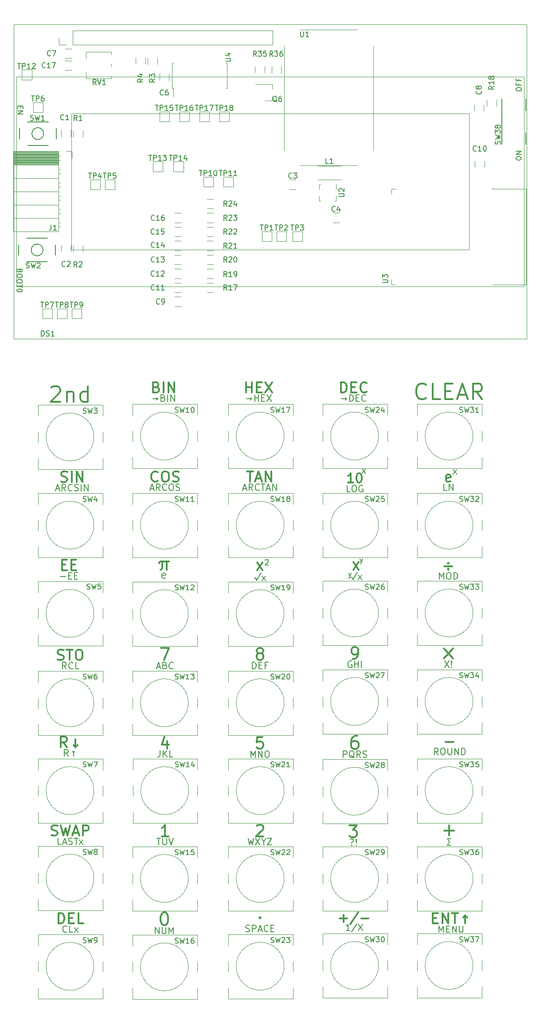
<source format=gto>
G04 #@! TF.GenerationSoftware,KiCad,Pcbnew,(5.1.2)-1*
G04 #@! TF.CreationDate,2020-06-29T09:09:19+02:00*
G04 #@! TF.ProjectId,projet,70726f6a-6574-42e6-9b69-6361645f7063,rev?*
G04 #@! TF.SameCoordinates,Original*
G04 #@! TF.FileFunction,Legend,Top*
G04 #@! TF.FilePolarity,Positive*
%FSLAX46Y46*%
G04 Gerber Fmt 4.6, Leading zero omitted, Abs format (unit mm)*
G04 Created by KiCad (PCBNEW (5.1.2)-1) date 2020-06-29 09:09:19*
%MOMM*%
%LPD*%
G04 APERTURE LIST*
%ADD10C,0.300000*%
%ADD11C,0.200000*%
%ADD12C,0.150000*%
%ADD13C,0.120000*%
G04 APERTURE END LIST*
D10*
X81156952Y-191235452D02*
X81395047Y-191235452D01*
X81633142Y-191354500D01*
X81752190Y-191473547D01*
X81871238Y-191711642D01*
X81990285Y-192187833D01*
X81990285Y-192783071D01*
X81871238Y-193259261D01*
X81752190Y-193497357D01*
X81633142Y-193616404D01*
X81395047Y-193735452D01*
X81156952Y-193735452D01*
X80918857Y-193616404D01*
X80799809Y-193497357D01*
X80680761Y-193259261D01*
X80561714Y-192783071D01*
X80561714Y-192187833D01*
X80680761Y-191711642D01*
X80799809Y-191473547D01*
X80918857Y-191354500D01*
X81156952Y-191235452D01*
X82045857Y-176785857D02*
X80760142Y-176785857D01*
X81403000Y-176785857D02*
X81403000Y-174535857D01*
X81188714Y-174857285D01*
X80974428Y-175071571D01*
X80760142Y-175178714D01*
X98880142Y-174750142D02*
X98987285Y-174643000D01*
X99201571Y-174535857D01*
X99737285Y-174535857D01*
X99951571Y-174643000D01*
X100058714Y-174750142D01*
X100165857Y-174964428D01*
X100165857Y-175178714D01*
X100058714Y-175500142D01*
X98773000Y-176785857D01*
X100165857Y-176785857D01*
X116639000Y-174662857D02*
X118031857Y-174662857D01*
X117281857Y-175520000D01*
X117603285Y-175520000D01*
X117817571Y-175627142D01*
X117924714Y-175734285D01*
X118031857Y-175948571D01*
X118031857Y-176484285D01*
X117924714Y-176698571D01*
X117817571Y-176805714D01*
X117603285Y-176912857D01*
X116960428Y-176912857D01*
X116746142Y-176805714D01*
X116639000Y-176698571D01*
X118119190Y-157574452D02*
X117643000Y-157574452D01*
X117404904Y-157693500D01*
X117285857Y-157812547D01*
X117047761Y-158169690D01*
X116928714Y-158645880D01*
X116928714Y-159598261D01*
X117047761Y-159836357D01*
X117166809Y-159955404D01*
X117404904Y-160074452D01*
X117881095Y-160074452D01*
X118119190Y-159955404D01*
X118238238Y-159836357D01*
X118357285Y-159598261D01*
X118357285Y-159003023D01*
X118238238Y-158764928D01*
X118119190Y-158645880D01*
X117881095Y-158526833D01*
X117404904Y-158526833D01*
X117166809Y-158645880D01*
X117047761Y-158764928D01*
X116928714Y-159003023D01*
X100046809Y-157799238D02*
X98999190Y-157799238D01*
X98894428Y-158846857D01*
X98999190Y-158742095D01*
X99208714Y-158637333D01*
X99732523Y-158637333D01*
X99942047Y-158742095D01*
X100046809Y-158846857D01*
X100151571Y-159056380D01*
X100151571Y-159580190D01*
X100046809Y-159789714D01*
X99942047Y-159894476D01*
X99732523Y-159999238D01*
X99208714Y-159999238D01*
X98999190Y-159894476D01*
X98894428Y-159789714D01*
X81822047Y-158532571D02*
X81822047Y-159999238D01*
X81298238Y-157694476D02*
X80774428Y-159265904D01*
X82136333Y-159265904D01*
X80653000Y-140817357D02*
X82153000Y-140817357D01*
X81188714Y-143067357D01*
X99308714Y-141781642D02*
X99094428Y-141674500D01*
X98987285Y-141567357D01*
X98880142Y-141353071D01*
X98880142Y-141245928D01*
X98987285Y-141031642D01*
X99094428Y-140924500D01*
X99308714Y-140817357D01*
X99737285Y-140817357D01*
X99951571Y-140924500D01*
X100058714Y-141031642D01*
X100165857Y-141245928D01*
X100165857Y-141353071D01*
X100058714Y-141567357D01*
X99951571Y-141674500D01*
X99737285Y-141781642D01*
X99308714Y-141781642D01*
X99094428Y-141888785D01*
X98987285Y-141995928D01*
X98880142Y-142210214D01*
X98880142Y-142638785D01*
X98987285Y-142853071D01*
X99094428Y-142960214D01*
X99308714Y-143067357D01*
X99737285Y-143067357D01*
X99951571Y-142960214D01*
X100058714Y-142853071D01*
X100165857Y-142638785D01*
X100165857Y-142210214D01*
X100058714Y-141995928D01*
X99951571Y-141888785D01*
X99737285Y-141781642D01*
D11*
X116474904Y-126468214D02*
X116713000Y-127134880D01*
X116951095Y-126468214D02*
X116713000Y-127134880D01*
X116617761Y-127372976D01*
X116570142Y-127420595D01*
X116474904Y-127468214D01*
X118633904Y-123737714D02*
X118872000Y-124404380D01*
X119110095Y-123737714D02*
X118872000Y-124404380D01*
X118776761Y-124642476D01*
X118729142Y-124690095D01*
X118633904Y-124737714D01*
X100552285Y-124007619D02*
X100599904Y-123960000D01*
X100695142Y-123912380D01*
X100933238Y-123912380D01*
X101028476Y-123960000D01*
X101076095Y-124007619D01*
X101123714Y-124102857D01*
X101123714Y-124198095D01*
X101076095Y-124340952D01*
X100504666Y-124912380D01*
X101123714Y-124912380D01*
X119078809Y-107454238D02*
X119681190Y-106687571D01*
X119078809Y-106687571D02*
X119681190Y-107454238D01*
X136451619Y-107565976D02*
X137106380Y-106732642D01*
X136451619Y-106732642D02*
X137106380Y-107565976D01*
X133725333Y-195083976D02*
X133725333Y-193833976D01*
X134142000Y-194726833D01*
X134558666Y-193833976D01*
X134558666Y-195083976D01*
X135153904Y-194429214D02*
X135570571Y-194429214D01*
X135749142Y-195083976D02*
X135153904Y-195083976D01*
X135153904Y-193833976D01*
X135749142Y-193833976D01*
X136284857Y-195083976D02*
X136284857Y-193833976D01*
X136999142Y-195083976D01*
X136999142Y-193833976D01*
X137594380Y-193833976D02*
X137594380Y-194845880D01*
X137653904Y-194964928D01*
X137713428Y-195024452D01*
X137832476Y-195083976D01*
X138070571Y-195083976D01*
X138189619Y-195024452D01*
X138249142Y-194964928D01*
X138308666Y-194845880D01*
X138308666Y-193833976D01*
D10*
X132540809Y-192343642D02*
X133207476Y-192343642D01*
X133493190Y-193391261D02*
X132540809Y-193391261D01*
X132540809Y-191391261D01*
X133493190Y-191391261D01*
X134350333Y-193391261D02*
X134350333Y-191391261D01*
X135493190Y-193391261D01*
X135493190Y-191391261D01*
X136159857Y-191391261D02*
X137302714Y-191391261D01*
X136731285Y-193391261D02*
X136731285Y-191391261D01*
X138731285Y-193391261D02*
X138731285Y-191867452D01*
X138350333Y-192248404D02*
X138731285Y-191867452D01*
X139112238Y-192248404D01*
X114773142Y-192406571D02*
X116144571Y-192406571D01*
X115458857Y-193092285D02*
X115458857Y-191720857D01*
X118287428Y-191206571D02*
X116744571Y-193520857D01*
X118887428Y-192406571D02*
X120258857Y-192406571D01*
D11*
X116658857Y-194725857D02*
X115973142Y-194725857D01*
X116316000Y-194725857D02*
X116316000Y-193525857D01*
X116201714Y-193697285D01*
X116087428Y-193811571D01*
X115973142Y-193868714D01*
X118030285Y-193468714D02*
X117001714Y-195011571D01*
X118316000Y-193525857D02*
X119116000Y-194725857D01*
X119116000Y-193525857D02*
X118316000Y-194725857D01*
D10*
X99523000Y-192142928D02*
X99665857Y-192285785D01*
X99523000Y-192428642D01*
X99380142Y-192285785D01*
X99523000Y-192142928D01*
X99523000Y-192428642D01*
D11*
X96814666Y-194897452D02*
X96993238Y-194956976D01*
X97290857Y-194956976D01*
X97409904Y-194897452D01*
X97469428Y-194837928D01*
X97528952Y-194718880D01*
X97528952Y-194599833D01*
X97469428Y-194480785D01*
X97409904Y-194421261D01*
X97290857Y-194361738D01*
X97052761Y-194302214D01*
X96933714Y-194242690D01*
X96874190Y-194183166D01*
X96814666Y-194064119D01*
X96814666Y-193945071D01*
X96874190Y-193826023D01*
X96933714Y-193766500D01*
X97052761Y-193706976D01*
X97350380Y-193706976D01*
X97528952Y-193766500D01*
X98064666Y-194956976D02*
X98064666Y-193706976D01*
X98540857Y-193706976D01*
X98659904Y-193766500D01*
X98719428Y-193826023D01*
X98778952Y-193945071D01*
X98778952Y-194123642D01*
X98719428Y-194242690D01*
X98659904Y-194302214D01*
X98540857Y-194361738D01*
X98064666Y-194361738D01*
X99255142Y-194599833D02*
X99850380Y-194599833D01*
X99136095Y-194956976D02*
X99552761Y-193706976D01*
X99969428Y-194956976D01*
X101100380Y-194837928D02*
X101040857Y-194897452D01*
X100862285Y-194956976D01*
X100743238Y-194956976D01*
X100564666Y-194897452D01*
X100445619Y-194778404D01*
X100386095Y-194659357D01*
X100326571Y-194421261D01*
X100326571Y-194242690D01*
X100386095Y-194004595D01*
X100445619Y-193885547D01*
X100564666Y-193766500D01*
X100743238Y-193706976D01*
X100862285Y-193706976D01*
X101040857Y-193766500D01*
X101100380Y-193826023D01*
X101636095Y-194302214D02*
X102052761Y-194302214D01*
X102231333Y-194956976D02*
X101636095Y-194956976D01*
X101636095Y-193706976D01*
X102231333Y-193706976D01*
X79549809Y-195337976D02*
X79549809Y-194087976D01*
X80264095Y-195337976D01*
X80264095Y-194087976D01*
X80859333Y-194087976D02*
X80859333Y-195099880D01*
X80918857Y-195218928D01*
X80978380Y-195278452D01*
X81097428Y-195337976D01*
X81335523Y-195337976D01*
X81454571Y-195278452D01*
X81514095Y-195218928D01*
X81573619Y-195099880D01*
X81573619Y-194087976D01*
X82168857Y-195337976D02*
X82168857Y-194087976D01*
X82585523Y-194980833D01*
X83002190Y-194087976D01*
X83002190Y-195337976D01*
D10*
X61044904Y-193391261D02*
X61044904Y-191391261D01*
X61521095Y-191391261D01*
X61806809Y-191486500D01*
X61997285Y-191676976D01*
X62092523Y-191867452D01*
X62187761Y-192248404D01*
X62187761Y-192534119D01*
X62092523Y-192915071D01*
X61997285Y-193105547D01*
X61806809Y-193296023D01*
X61521095Y-193391261D01*
X61044904Y-193391261D01*
X63044904Y-192343642D02*
X63711571Y-192343642D01*
X63997285Y-193391261D02*
X63044904Y-193391261D01*
X63044904Y-191391261D01*
X63997285Y-191391261D01*
X65806809Y-193391261D02*
X64854428Y-193391261D01*
X64854428Y-191391261D01*
D11*
X62658000Y-194964928D02*
X62598476Y-195024452D01*
X62419904Y-195083976D01*
X62300857Y-195083976D01*
X62122285Y-195024452D01*
X62003238Y-194905404D01*
X61943714Y-194786357D01*
X61884190Y-194548261D01*
X61884190Y-194369690D01*
X61943714Y-194131595D01*
X62003238Y-194012547D01*
X62122285Y-193893500D01*
X62300857Y-193833976D01*
X62419904Y-193833976D01*
X62598476Y-193893500D01*
X62658000Y-193953023D01*
X63788952Y-195083976D02*
X63193714Y-195083976D01*
X63193714Y-193833976D01*
X64086571Y-195083976D02*
X64741333Y-194250642D01*
X64086571Y-194250642D02*
X64741333Y-195083976D01*
X135963380Y-178443976D02*
X135308619Y-178443976D01*
X135725285Y-177789214D01*
X135308619Y-177193976D01*
X135963380Y-177193976D01*
D10*
X134683619Y-175629071D02*
X136588380Y-175629071D01*
X135636000Y-176581452D02*
X135636000Y-174676690D01*
D11*
X117031857Y-178373428D02*
X117091380Y-178432952D01*
X117031857Y-178492476D01*
X116972333Y-178432952D01*
X117031857Y-178373428D01*
X117031857Y-178492476D01*
X116793761Y-177302000D02*
X116912809Y-177242476D01*
X117210428Y-177242476D01*
X117329476Y-177302000D01*
X117389000Y-177421047D01*
X117389000Y-177540095D01*
X117329476Y-177659142D01*
X117269952Y-177718666D01*
X117150904Y-177778190D01*
X117091380Y-177837714D01*
X117031857Y-177956761D01*
X117031857Y-178016285D01*
X117924714Y-178373428D02*
X117984238Y-178432952D01*
X117924714Y-178492476D01*
X117865190Y-178432952D01*
X117924714Y-178373428D01*
X117924714Y-178492476D01*
X117924714Y-178016285D02*
X117865190Y-177302000D01*
X117924714Y-177242476D01*
X117984238Y-177302000D01*
X117924714Y-178016285D01*
X117924714Y-177242476D01*
X97261095Y-177115476D02*
X97558714Y-178365476D01*
X97796809Y-177472619D01*
X98034904Y-178365476D01*
X98332523Y-177115476D01*
X98689666Y-177115476D02*
X99523000Y-178365476D01*
X99523000Y-177115476D02*
X98689666Y-178365476D01*
X100237285Y-177770238D02*
X100237285Y-178365476D01*
X99820619Y-177115476D02*
X100237285Y-177770238D01*
X100653952Y-177115476D01*
X100951571Y-177115476D02*
X101784904Y-177115476D01*
X100951571Y-178365476D01*
X101784904Y-178365476D01*
X79855380Y-177115476D02*
X80569666Y-177115476D01*
X80212523Y-178365476D02*
X80212523Y-177115476D01*
X80986333Y-177115476D02*
X80986333Y-178127380D01*
X81045857Y-178246428D01*
X81105380Y-178305952D01*
X81224428Y-178365476D01*
X81462523Y-178365476D01*
X81581571Y-178305952D01*
X81641095Y-178246428D01*
X81700619Y-178127380D01*
X81700619Y-177115476D01*
X82117285Y-177115476D02*
X82533952Y-178365476D01*
X82950619Y-177115476D01*
D10*
X59711571Y-176529023D02*
X59997285Y-176624261D01*
X60473476Y-176624261D01*
X60663952Y-176529023D01*
X60759190Y-176433785D01*
X60854428Y-176243309D01*
X60854428Y-176052833D01*
X60759190Y-175862357D01*
X60663952Y-175767119D01*
X60473476Y-175671880D01*
X60092523Y-175576642D01*
X59902047Y-175481404D01*
X59806809Y-175386166D01*
X59711571Y-175195690D01*
X59711571Y-175005214D01*
X59806809Y-174814738D01*
X59902047Y-174719500D01*
X60092523Y-174624261D01*
X60568714Y-174624261D01*
X60854428Y-174719500D01*
X61521095Y-174624261D02*
X61997285Y-176624261D01*
X62378238Y-175195690D01*
X62759190Y-176624261D01*
X63235380Y-174624261D01*
X63902047Y-176052833D02*
X64854428Y-176052833D01*
X63711571Y-176624261D02*
X64378238Y-174624261D01*
X65044904Y-176624261D01*
X65711571Y-176624261D02*
X65711571Y-174624261D01*
X66473476Y-174624261D01*
X66663952Y-174719500D01*
X66759190Y-174814738D01*
X66854428Y-175005214D01*
X66854428Y-175290928D01*
X66759190Y-175481404D01*
X66663952Y-175576642D01*
X66473476Y-175671880D01*
X65711571Y-175671880D01*
D11*
X61556809Y-178316976D02*
X60961571Y-178316976D01*
X60961571Y-177066976D01*
X61913952Y-177959833D02*
X62509190Y-177959833D01*
X61794904Y-178316976D02*
X62211571Y-177066976D01*
X62628238Y-178316976D01*
X62985380Y-178257452D02*
X63163952Y-178316976D01*
X63461571Y-178316976D01*
X63580619Y-178257452D01*
X63640142Y-178197928D01*
X63699666Y-178078880D01*
X63699666Y-177959833D01*
X63640142Y-177840785D01*
X63580619Y-177781261D01*
X63461571Y-177721738D01*
X63223476Y-177662214D01*
X63104428Y-177602690D01*
X63044904Y-177543166D01*
X62985380Y-177424119D01*
X62985380Y-177305071D01*
X63044904Y-177186023D01*
X63104428Y-177126500D01*
X63223476Y-177066976D01*
X63521095Y-177066976D01*
X63699666Y-177126500D01*
X64056809Y-177066976D02*
X64771095Y-177066976D01*
X64413952Y-178316976D02*
X64413952Y-177066976D01*
X65068714Y-178316976D02*
X65723476Y-177483642D01*
X65068714Y-177483642D02*
X65723476Y-178316976D01*
X133560619Y-161168976D02*
X133143952Y-160573738D01*
X132846333Y-161168976D02*
X132846333Y-159918976D01*
X133322523Y-159918976D01*
X133441571Y-159978500D01*
X133501095Y-160038023D01*
X133560619Y-160157071D01*
X133560619Y-160335642D01*
X133501095Y-160454690D01*
X133441571Y-160514214D01*
X133322523Y-160573738D01*
X132846333Y-160573738D01*
X134334428Y-159918976D02*
X134572523Y-159918976D01*
X134691571Y-159978500D01*
X134810619Y-160097547D01*
X134870142Y-160335642D01*
X134870142Y-160752309D01*
X134810619Y-160990404D01*
X134691571Y-161109452D01*
X134572523Y-161168976D01*
X134334428Y-161168976D01*
X134215380Y-161109452D01*
X134096333Y-160990404D01*
X134036809Y-160752309D01*
X134036809Y-160335642D01*
X134096333Y-160097547D01*
X134215380Y-159978500D01*
X134334428Y-159918976D01*
X135405857Y-159918976D02*
X135405857Y-160930880D01*
X135465380Y-161049928D01*
X135524904Y-161109452D01*
X135643952Y-161168976D01*
X135882047Y-161168976D01*
X136001095Y-161109452D01*
X136060619Y-161049928D01*
X136120142Y-160930880D01*
X136120142Y-159918976D01*
X136715380Y-161168976D02*
X136715380Y-159918976D01*
X137429666Y-161168976D01*
X137429666Y-159918976D01*
X138024904Y-161168976D02*
X138024904Y-159918976D01*
X138322523Y-159918976D01*
X138501095Y-159978500D01*
X138620142Y-160097547D01*
X138679666Y-160216595D01*
X138739190Y-160454690D01*
X138739190Y-160633261D01*
X138679666Y-160871357D01*
X138620142Y-160990404D01*
X138501095Y-161109452D01*
X138322523Y-161168976D01*
X138024904Y-161168976D01*
D10*
X135001095Y-158714357D02*
X136524904Y-158714357D01*
D11*
X115440619Y-161676976D02*
X115440619Y-160426976D01*
X115916809Y-160426976D01*
X116035857Y-160486500D01*
X116095380Y-160546023D01*
X116154904Y-160665071D01*
X116154904Y-160843642D01*
X116095380Y-160962690D01*
X116035857Y-161022214D01*
X115916809Y-161081738D01*
X115440619Y-161081738D01*
X117523952Y-161796023D02*
X117404904Y-161736500D01*
X117285857Y-161617452D01*
X117107285Y-161438880D01*
X116988238Y-161379357D01*
X116869190Y-161379357D01*
X116928714Y-161676976D02*
X116809666Y-161617452D01*
X116690619Y-161498404D01*
X116631095Y-161260309D01*
X116631095Y-160843642D01*
X116690619Y-160605547D01*
X116809666Y-160486500D01*
X116928714Y-160426976D01*
X117166809Y-160426976D01*
X117285857Y-160486500D01*
X117404904Y-160605547D01*
X117464428Y-160843642D01*
X117464428Y-161260309D01*
X117404904Y-161498404D01*
X117285857Y-161617452D01*
X117166809Y-161676976D01*
X116928714Y-161676976D01*
X118714428Y-161676976D02*
X118297761Y-161081738D01*
X118000142Y-161676976D02*
X118000142Y-160426976D01*
X118476333Y-160426976D01*
X118595380Y-160486500D01*
X118654904Y-160546023D01*
X118714428Y-160665071D01*
X118714428Y-160843642D01*
X118654904Y-160962690D01*
X118595380Y-161022214D01*
X118476333Y-161081738D01*
X118000142Y-161081738D01*
X119190619Y-161617452D02*
X119369190Y-161676976D01*
X119666809Y-161676976D01*
X119785857Y-161617452D01*
X119845380Y-161557928D01*
X119904904Y-161438880D01*
X119904904Y-161319833D01*
X119845380Y-161200785D01*
X119785857Y-161141261D01*
X119666809Y-161081738D01*
X119428714Y-161022214D01*
X119309666Y-160962690D01*
X119250142Y-160903166D01*
X119190619Y-160784119D01*
X119190619Y-160665071D01*
X119250142Y-160546023D01*
X119309666Y-160486500D01*
X119428714Y-160426976D01*
X119726333Y-160426976D01*
X119904904Y-160486500D01*
X97796809Y-161676976D02*
X97796809Y-160426976D01*
X98213476Y-161319833D01*
X98630142Y-160426976D01*
X98630142Y-161676976D01*
X99225380Y-161676976D02*
X99225380Y-160426976D01*
X99939666Y-161676976D01*
X99939666Y-160426976D01*
X100773000Y-160426976D02*
X101011095Y-160426976D01*
X101130142Y-160486500D01*
X101249190Y-160605547D01*
X101308714Y-160843642D01*
X101308714Y-161260309D01*
X101249190Y-161498404D01*
X101130142Y-161617452D01*
X101011095Y-161676976D01*
X100773000Y-161676976D01*
X100653952Y-161617452D01*
X100534904Y-161498404D01*
X100475380Y-161260309D01*
X100475380Y-160843642D01*
X100534904Y-160605547D01*
X100653952Y-160486500D01*
X100773000Y-160426976D01*
X80454619Y-160351476D02*
X80454619Y-161244333D01*
X80395095Y-161422904D01*
X80276047Y-161541952D01*
X80097476Y-161601476D01*
X79978428Y-161601476D01*
X81049857Y-161601476D02*
X81049857Y-160351476D01*
X81764142Y-161601476D02*
X81228428Y-160887190D01*
X81764142Y-160351476D02*
X81049857Y-161065761D01*
X82895095Y-161601476D02*
X82299857Y-161601476D01*
X82299857Y-160351476D01*
D10*
X62663952Y-159730261D02*
X61997285Y-158777880D01*
X61521095Y-159730261D02*
X61521095Y-157730261D01*
X62283000Y-157730261D01*
X62473476Y-157825500D01*
X62568714Y-157920738D01*
X62663952Y-158111214D01*
X62663952Y-158396928D01*
X62568714Y-158587404D01*
X62473476Y-158682642D01*
X62283000Y-158777880D01*
X61521095Y-158777880D01*
X64283000Y-158206452D02*
X64283000Y-159730261D01*
X64663952Y-159349309D02*
X64283000Y-159730261D01*
X63902047Y-159349309D01*
D11*
X62896095Y-161422976D02*
X62479428Y-160827738D01*
X62181809Y-161422976D02*
X62181809Y-160172976D01*
X62658000Y-160172976D01*
X62777047Y-160232500D01*
X62836571Y-160292023D01*
X62896095Y-160411071D01*
X62896095Y-160589642D01*
X62836571Y-160708690D01*
X62777047Y-160768214D01*
X62658000Y-160827738D01*
X62181809Y-160827738D01*
X63908000Y-161422976D02*
X63908000Y-160470595D01*
X63669904Y-160708690D02*
X63908000Y-160470595D01*
X64146095Y-160708690D01*
X134794714Y-143278976D02*
X135628047Y-144528976D01*
X135628047Y-143278976D02*
X134794714Y-144528976D01*
X136104238Y-144409928D02*
X136163761Y-144469452D01*
X136104238Y-144528976D01*
X136044714Y-144469452D01*
X136104238Y-144409928D01*
X136104238Y-144528976D01*
X136104238Y-144052785D02*
X136044714Y-143338500D01*
X136104238Y-143278976D01*
X136163761Y-143338500D01*
X136104238Y-144052785D01*
X136104238Y-143278976D01*
D10*
X134609000Y-140836261D02*
X136409000Y-142836261D01*
X136409000Y-140836261D02*
X134609000Y-142836261D01*
X117214428Y-142876857D02*
X117643000Y-142876857D01*
X117857285Y-142769714D01*
X117964428Y-142662571D01*
X118178714Y-142341142D01*
X118285857Y-141912571D01*
X118285857Y-141055428D01*
X118178714Y-140841142D01*
X118071571Y-140734000D01*
X117857285Y-140626857D01*
X117428714Y-140626857D01*
X117214428Y-140734000D01*
X117107285Y-140841142D01*
X117000142Y-141055428D01*
X117000142Y-141591142D01*
X117107285Y-141805428D01*
X117214428Y-141912571D01*
X117428714Y-142019714D01*
X117857285Y-142019714D01*
X118071571Y-141912571D01*
X118178714Y-141805428D01*
X118285857Y-141591142D01*
D11*
X117018000Y-143338500D02*
X116898952Y-143278976D01*
X116720380Y-143278976D01*
X116541809Y-143338500D01*
X116422761Y-143457547D01*
X116363238Y-143576595D01*
X116303714Y-143814690D01*
X116303714Y-143993261D01*
X116363238Y-144231357D01*
X116422761Y-144350404D01*
X116541809Y-144469452D01*
X116720380Y-144528976D01*
X116839428Y-144528976D01*
X117018000Y-144469452D01*
X117077523Y-144409928D01*
X117077523Y-143993261D01*
X116839428Y-143993261D01*
X117613238Y-144528976D02*
X117613238Y-143278976D01*
X117613238Y-143874214D02*
X118327523Y-143874214D01*
X118327523Y-144528976D02*
X118327523Y-143278976D01*
X118922761Y-144528976D02*
X118922761Y-143278976D01*
X98094428Y-144782976D02*
X98094428Y-143532976D01*
X98392047Y-143532976D01*
X98570619Y-143592500D01*
X98689666Y-143711547D01*
X98749190Y-143830595D01*
X98808714Y-144068690D01*
X98808714Y-144247261D01*
X98749190Y-144485357D01*
X98689666Y-144604404D01*
X98570619Y-144723452D01*
X98392047Y-144782976D01*
X98094428Y-144782976D01*
X99344428Y-144128214D02*
X99761095Y-144128214D01*
X99939666Y-144782976D02*
X99344428Y-144782976D01*
X99344428Y-143532976D01*
X99939666Y-143532976D01*
X100892047Y-144128214D02*
X100475380Y-144128214D01*
X100475380Y-144782976D02*
X100475380Y-143532976D01*
X101070619Y-143532976D01*
X79855380Y-144425833D02*
X80450619Y-144425833D01*
X79736333Y-144782976D02*
X80153000Y-143532976D01*
X80569666Y-144782976D01*
X81403000Y-144128214D02*
X81581571Y-144187738D01*
X81641095Y-144247261D01*
X81700619Y-144366309D01*
X81700619Y-144544880D01*
X81641095Y-144663928D01*
X81581571Y-144723452D01*
X81462523Y-144782976D01*
X80986333Y-144782976D01*
X80986333Y-143532976D01*
X81403000Y-143532976D01*
X81522047Y-143592500D01*
X81581571Y-143652023D01*
X81641095Y-143771071D01*
X81641095Y-143890119D01*
X81581571Y-144009166D01*
X81522047Y-144068690D01*
X81403000Y-144128214D01*
X80986333Y-144128214D01*
X82950619Y-144663928D02*
X82891095Y-144723452D01*
X82712523Y-144782976D01*
X82593476Y-144782976D01*
X82414904Y-144723452D01*
X82295857Y-144604404D01*
X82236333Y-144485357D01*
X82176809Y-144247261D01*
X82176809Y-144068690D01*
X82236333Y-143830595D01*
X82295857Y-143711547D01*
X82414904Y-143592500D01*
X82593476Y-143532976D01*
X82712523Y-143532976D01*
X82891095Y-143592500D01*
X82950619Y-143652023D01*
D10*
X60902047Y-142995023D02*
X61187761Y-143090261D01*
X61663952Y-143090261D01*
X61854428Y-142995023D01*
X61949666Y-142899785D01*
X62044904Y-142709309D01*
X62044904Y-142518833D01*
X61949666Y-142328357D01*
X61854428Y-142233119D01*
X61663952Y-142137880D01*
X61283000Y-142042642D01*
X61092523Y-141947404D01*
X60997285Y-141852166D01*
X60902047Y-141661690D01*
X60902047Y-141471214D01*
X60997285Y-141280738D01*
X61092523Y-141185500D01*
X61283000Y-141090261D01*
X61759190Y-141090261D01*
X62044904Y-141185500D01*
X62616333Y-141090261D02*
X63759190Y-141090261D01*
X63187761Y-143090261D02*
X63187761Y-141090261D01*
X64806809Y-141090261D02*
X65187761Y-141090261D01*
X65378238Y-141185500D01*
X65568714Y-141375976D01*
X65663952Y-141756928D01*
X65663952Y-142423595D01*
X65568714Y-142804547D01*
X65378238Y-142995023D01*
X65187761Y-143090261D01*
X64806809Y-143090261D01*
X64616333Y-142995023D01*
X64425857Y-142804547D01*
X64330619Y-142423595D01*
X64330619Y-141756928D01*
X64425857Y-141375976D01*
X64616333Y-141185500D01*
X64806809Y-141090261D01*
D11*
X62538952Y-144782976D02*
X62122285Y-144187738D01*
X61824666Y-144782976D02*
X61824666Y-143532976D01*
X62300857Y-143532976D01*
X62419904Y-143592500D01*
X62479428Y-143652023D01*
X62538952Y-143771071D01*
X62538952Y-143949642D01*
X62479428Y-144068690D01*
X62419904Y-144128214D01*
X62300857Y-144187738D01*
X61824666Y-144187738D01*
X63788952Y-144663928D02*
X63729428Y-144723452D01*
X63550857Y-144782976D01*
X63431809Y-144782976D01*
X63253238Y-144723452D01*
X63134190Y-144604404D01*
X63074666Y-144485357D01*
X63015142Y-144247261D01*
X63015142Y-144068690D01*
X63074666Y-143830595D01*
X63134190Y-143711547D01*
X63253238Y-143592500D01*
X63431809Y-143532976D01*
X63550857Y-143532976D01*
X63729428Y-143592500D01*
X63788952Y-143652023D01*
X64919904Y-144782976D02*
X64324666Y-144782976D01*
X64324666Y-143532976D01*
X133812571Y-127634976D02*
X133812571Y-126384976D01*
X134229238Y-127277833D01*
X134645904Y-126384976D01*
X134645904Y-127634976D01*
X135479238Y-126384976D02*
X135717333Y-126384976D01*
X135836380Y-126444500D01*
X135955428Y-126563547D01*
X136014952Y-126801642D01*
X136014952Y-127218309D01*
X135955428Y-127456404D01*
X135836380Y-127575452D01*
X135717333Y-127634976D01*
X135479238Y-127634976D01*
X135360190Y-127575452D01*
X135241142Y-127456404D01*
X135181619Y-127218309D01*
X135181619Y-126801642D01*
X135241142Y-126563547D01*
X135360190Y-126444500D01*
X135479238Y-126384976D01*
X136550666Y-127634976D02*
X136550666Y-126384976D01*
X136848285Y-126384976D01*
X137026857Y-126444500D01*
X137145904Y-126563547D01*
X137205428Y-126682595D01*
X137264952Y-126920690D01*
X137264952Y-127099261D01*
X137205428Y-127337357D01*
X137145904Y-127456404D01*
X137026857Y-127575452D01*
X136848285Y-127634976D01*
X136550666Y-127634976D01*
D10*
X136270904Y-125180357D02*
X134747095Y-125180357D01*
X135509000Y-125656547D02*
X135604238Y-125751785D01*
X135509000Y-125847023D01*
X135413761Y-125751785D01*
X135509000Y-125656547D01*
X135509000Y-125847023D01*
X135509000Y-124513690D02*
X135604238Y-124608928D01*
X135509000Y-124704166D01*
X135413761Y-124608928D01*
X135509000Y-124513690D01*
X135509000Y-124704166D01*
X117397000Y-124400571D02*
X118397000Y-125900571D01*
X118397000Y-124400571D02*
X117397000Y-125900571D01*
D11*
X116885095Y-127345309D02*
X117123190Y-127285785D01*
X117242238Y-127761976D01*
X118135095Y-126273880D01*
X118313666Y-127761976D02*
X118968428Y-126928642D01*
X118313666Y-126928642D02*
X118968428Y-127761976D01*
D10*
X99023000Y-124470071D02*
X100023000Y-125970071D01*
X100023000Y-124470071D02*
X99023000Y-125970071D01*
D11*
X98511095Y-127472309D02*
X98749190Y-127412785D01*
X98868238Y-127888976D01*
X99761095Y-126400880D01*
X99939666Y-127888976D02*
X100594428Y-127055642D01*
X99939666Y-127055642D02*
X100594428Y-127888976D01*
D10*
X81688714Y-124241785D02*
X81688714Y-125908452D01*
X80855380Y-124241785D02*
X80855380Y-125551309D01*
X80736333Y-125789404D01*
X80498238Y-125908452D01*
X82164904Y-124241785D02*
X80617285Y-124241785D01*
X80379190Y-124360833D01*
X80260142Y-124598928D01*
D11*
X81438714Y-127416642D02*
X81295857Y-127488071D01*
X81010142Y-127488071D01*
X80867285Y-127416642D01*
X80795857Y-127273785D01*
X80795857Y-126702357D01*
X80867285Y-126559500D01*
X81010142Y-126488071D01*
X81295857Y-126488071D01*
X81438714Y-126559500D01*
X81510142Y-126702357D01*
X81510142Y-126845214D01*
X80795857Y-126988071D01*
D10*
X61695666Y-124894642D02*
X62362333Y-124894642D01*
X62648047Y-125942261D02*
X61695666Y-125942261D01*
X61695666Y-123942261D01*
X62648047Y-123942261D01*
X63505190Y-124894642D02*
X64171857Y-124894642D01*
X64457571Y-125942261D02*
X63505190Y-125942261D01*
X63505190Y-123942261D01*
X64457571Y-123942261D01*
D11*
X61421857Y-127158785D02*
X62374238Y-127158785D01*
X62969476Y-126980214D02*
X63386142Y-126980214D01*
X63564714Y-127634976D02*
X62969476Y-127634976D01*
X62969476Y-126384976D01*
X63564714Y-126384976D01*
X64100428Y-126980214D02*
X64517095Y-126980214D01*
X64695666Y-127634976D02*
X64100428Y-127634976D01*
X64100428Y-126384976D01*
X64695666Y-126384976D01*
X135241142Y-110740976D02*
X134645904Y-110740976D01*
X134645904Y-109490976D01*
X135657809Y-110740976D02*
X135657809Y-109490976D01*
X136372095Y-110740976D01*
X136372095Y-109490976D01*
D10*
X135889952Y-108953023D02*
X135699476Y-109048261D01*
X135318523Y-109048261D01*
X135128047Y-108953023D01*
X135032809Y-108762547D01*
X135032809Y-108000642D01*
X135128047Y-107810166D01*
X135318523Y-107714928D01*
X135699476Y-107714928D01*
X135889952Y-107810166D01*
X135985190Y-108000642D01*
X135985190Y-108191119D01*
X135032809Y-108381595D01*
X117319190Y-109166547D02*
X116347761Y-109166547D01*
X116833476Y-109166547D02*
X116833476Y-107466547D01*
X116671571Y-107709404D01*
X116509666Y-107871309D01*
X116347761Y-107952261D01*
X118371571Y-107466547D02*
X118533476Y-107466547D01*
X118695380Y-107547500D01*
X118776333Y-107628452D01*
X118857285Y-107790357D01*
X118938238Y-108114166D01*
X118938238Y-108518928D01*
X118857285Y-108842738D01*
X118776333Y-109004642D01*
X118695380Y-109085595D01*
X118533476Y-109166547D01*
X118371571Y-109166547D01*
X118209666Y-109085595D01*
X118128714Y-109004642D01*
X118047761Y-108842738D01*
X117966809Y-108518928D01*
X117966809Y-108114166D01*
X118047761Y-107790357D01*
X118128714Y-107628452D01*
X118209666Y-107547500D01*
X118371571Y-107466547D01*
D11*
X116750142Y-110994976D02*
X116154904Y-110994976D01*
X116154904Y-109744976D01*
X117404904Y-109744976D02*
X117643000Y-109744976D01*
X117762047Y-109804500D01*
X117881095Y-109923547D01*
X117940619Y-110161642D01*
X117940619Y-110578309D01*
X117881095Y-110816404D01*
X117762047Y-110935452D01*
X117643000Y-110994976D01*
X117404904Y-110994976D01*
X117285857Y-110935452D01*
X117166809Y-110816404D01*
X117107285Y-110578309D01*
X117107285Y-110161642D01*
X117166809Y-109923547D01*
X117285857Y-109804500D01*
X117404904Y-109744976D01*
X119131095Y-109804500D02*
X119012047Y-109744976D01*
X118833476Y-109744976D01*
X118654904Y-109804500D01*
X118535857Y-109923547D01*
X118476333Y-110042595D01*
X118416809Y-110280690D01*
X118416809Y-110459261D01*
X118476333Y-110697357D01*
X118535857Y-110816404D01*
X118654904Y-110935452D01*
X118833476Y-110994976D01*
X118952523Y-110994976D01*
X119131095Y-110935452D01*
X119190619Y-110875928D01*
X119190619Y-110459261D01*
X118952523Y-110459261D01*
D10*
X97046809Y-107048261D02*
X98189666Y-107048261D01*
X97618238Y-109048261D02*
X97618238Y-107048261D01*
X98761095Y-108476833D02*
X99713476Y-108476833D01*
X98570619Y-109048261D02*
X99237285Y-107048261D01*
X99903952Y-109048261D01*
X100570619Y-109048261D02*
X100570619Y-107048261D01*
X101713476Y-109048261D01*
X101713476Y-107048261D01*
D11*
X96308714Y-110383833D02*
X96903952Y-110383833D01*
X96189666Y-110740976D02*
X96606333Y-109490976D01*
X97023000Y-110740976D01*
X98153952Y-110740976D02*
X97737285Y-110145738D01*
X97439666Y-110740976D02*
X97439666Y-109490976D01*
X97915857Y-109490976D01*
X98034904Y-109550500D01*
X98094428Y-109610023D01*
X98153952Y-109729071D01*
X98153952Y-109907642D01*
X98094428Y-110026690D01*
X98034904Y-110086214D01*
X97915857Y-110145738D01*
X97439666Y-110145738D01*
X99403952Y-110621928D02*
X99344428Y-110681452D01*
X99165857Y-110740976D01*
X99046809Y-110740976D01*
X98868238Y-110681452D01*
X98749190Y-110562404D01*
X98689666Y-110443357D01*
X98630142Y-110205261D01*
X98630142Y-110026690D01*
X98689666Y-109788595D01*
X98749190Y-109669547D01*
X98868238Y-109550500D01*
X99046809Y-109490976D01*
X99165857Y-109490976D01*
X99344428Y-109550500D01*
X99403952Y-109610023D01*
X99761095Y-109490976D02*
X100475380Y-109490976D01*
X100118238Y-110740976D02*
X100118238Y-109490976D01*
X100832523Y-110383833D02*
X101427761Y-110383833D01*
X100713476Y-110740976D02*
X101130142Y-109490976D01*
X101546809Y-110740976D01*
X101963476Y-110740976D02*
X101963476Y-109490976D01*
X102677761Y-110740976D01*
X102677761Y-109490976D01*
D10*
X80022047Y-108857785D02*
X79926809Y-108953023D01*
X79641095Y-109048261D01*
X79450619Y-109048261D01*
X79164904Y-108953023D01*
X78974428Y-108762547D01*
X78879190Y-108572071D01*
X78783952Y-108191119D01*
X78783952Y-107905404D01*
X78879190Y-107524452D01*
X78974428Y-107333976D01*
X79164904Y-107143500D01*
X79450619Y-107048261D01*
X79641095Y-107048261D01*
X79926809Y-107143500D01*
X80022047Y-107238738D01*
X81260142Y-107048261D02*
X81641095Y-107048261D01*
X81831571Y-107143500D01*
X82022047Y-107333976D01*
X82117285Y-107714928D01*
X82117285Y-108381595D01*
X82022047Y-108762547D01*
X81831571Y-108953023D01*
X81641095Y-109048261D01*
X81260142Y-109048261D01*
X81069666Y-108953023D01*
X80879190Y-108762547D01*
X80783952Y-108381595D01*
X80783952Y-107714928D01*
X80879190Y-107333976D01*
X81069666Y-107143500D01*
X81260142Y-107048261D01*
X82879190Y-108953023D02*
X83164904Y-109048261D01*
X83641095Y-109048261D01*
X83831571Y-108953023D01*
X83926809Y-108857785D01*
X84022047Y-108667309D01*
X84022047Y-108476833D01*
X83926809Y-108286357D01*
X83831571Y-108191119D01*
X83641095Y-108095880D01*
X83260142Y-108000642D01*
X83069666Y-107905404D01*
X82974428Y-107810166D01*
X82879190Y-107619690D01*
X82879190Y-107429214D01*
X82974428Y-107238738D01*
X83069666Y-107143500D01*
X83260142Y-107048261D01*
X83736333Y-107048261D01*
X84022047Y-107143500D01*
D11*
X78605380Y-110383833D02*
X79200619Y-110383833D01*
X78486333Y-110740976D02*
X78903000Y-109490976D01*
X79319666Y-110740976D01*
X80450619Y-110740976D02*
X80033952Y-110145738D01*
X79736333Y-110740976D02*
X79736333Y-109490976D01*
X80212523Y-109490976D01*
X80331571Y-109550500D01*
X80391095Y-109610023D01*
X80450619Y-109729071D01*
X80450619Y-109907642D01*
X80391095Y-110026690D01*
X80331571Y-110086214D01*
X80212523Y-110145738D01*
X79736333Y-110145738D01*
X81700619Y-110621928D02*
X81641095Y-110681452D01*
X81462523Y-110740976D01*
X81343476Y-110740976D01*
X81164904Y-110681452D01*
X81045857Y-110562404D01*
X80986333Y-110443357D01*
X80926809Y-110205261D01*
X80926809Y-110026690D01*
X80986333Y-109788595D01*
X81045857Y-109669547D01*
X81164904Y-109550500D01*
X81343476Y-109490976D01*
X81462523Y-109490976D01*
X81641095Y-109550500D01*
X81700619Y-109610023D01*
X82474428Y-109490976D02*
X82712523Y-109490976D01*
X82831571Y-109550500D01*
X82950619Y-109669547D01*
X83010142Y-109907642D01*
X83010142Y-110324309D01*
X82950619Y-110562404D01*
X82831571Y-110681452D01*
X82712523Y-110740976D01*
X82474428Y-110740976D01*
X82355380Y-110681452D01*
X82236333Y-110562404D01*
X82176809Y-110324309D01*
X82176809Y-109907642D01*
X82236333Y-109669547D01*
X82355380Y-109550500D01*
X82474428Y-109490976D01*
X83486333Y-110681452D02*
X83664904Y-110740976D01*
X83962523Y-110740976D01*
X84081571Y-110681452D01*
X84141095Y-110621928D01*
X84200619Y-110502880D01*
X84200619Y-110383833D01*
X84141095Y-110264785D01*
X84081571Y-110205261D01*
X83962523Y-110145738D01*
X83724428Y-110086214D01*
X83605380Y-110026690D01*
X83545857Y-109967166D01*
X83486333Y-109848119D01*
X83486333Y-109729071D01*
X83545857Y-109610023D01*
X83605380Y-109550500D01*
X83724428Y-109490976D01*
X84022047Y-109490976D01*
X84200619Y-109550500D01*
D10*
X61568761Y-108992973D02*
X61854476Y-109088211D01*
X62330666Y-109088211D01*
X62521142Y-108992973D01*
X62616380Y-108897735D01*
X62711619Y-108707259D01*
X62711619Y-108516783D01*
X62616380Y-108326307D01*
X62521142Y-108231069D01*
X62330666Y-108135830D01*
X61949714Y-108040592D01*
X61759238Y-107945354D01*
X61664000Y-107850116D01*
X61568761Y-107659640D01*
X61568761Y-107469164D01*
X61664000Y-107278688D01*
X61759238Y-107183450D01*
X61949714Y-107088211D01*
X62425904Y-107088211D01*
X62711619Y-107183450D01*
X63568761Y-109088211D02*
X63568761Y-107088211D01*
X64521142Y-109088211D02*
X64521142Y-107088211D01*
X65664000Y-109088211D01*
X65664000Y-107088211D01*
D11*
X60568761Y-110423783D02*
X61164000Y-110423783D01*
X60449714Y-110780926D02*
X60866380Y-109530926D01*
X61283047Y-110780926D01*
X62414000Y-110780926D02*
X61997333Y-110185688D01*
X61699714Y-110780926D02*
X61699714Y-109530926D01*
X62175904Y-109530926D01*
X62294952Y-109590450D01*
X62354476Y-109649973D01*
X62414000Y-109769021D01*
X62414000Y-109947592D01*
X62354476Y-110066640D01*
X62294952Y-110126164D01*
X62175904Y-110185688D01*
X61699714Y-110185688D01*
X63664000Y-110661878D02*
X63604476Y-110721402D01*
X63425904Y-110780926D01*
X63306857Y-110780926D01*
X63128285Y-110721402D01*
X63009238Y-110602354D01*
X62949714Y-110483307D01*
X62890190Y-110245211D01*
X62890190Y-110066640D01*
X62949714Y-109828545D01*
X63009238Y-109709497D01*
X63128285Y-109590450D01*
X63306857Y-109530926D01*
X63425904Y-109530926D01*
X63604476Y-109590450D01*
X63664000Y-109649973D01*
X64140190Y-110721402D02*
X64318761Y-110780926D01*
X64616380Y-110780926D01*
X64735428Y-110721402D01*
X64794952Y-110661878D01*
X64854476Y-110542830D01*
X64854476Y-110423783D01*
X64794952Y-110304735D01*
X64735428Y-110245211D01*
X64616380Y-110185688D01*
X64378285Y-110126164D01*
X64259238Y-110066640D01*
X64199714Y-110007116D01*
X64140190Y-109888069D01*
X64140190Y-109769021D01*
X64199714Y-109649973D01*
X64259238Y-109590450D01*
X64378285Y-109530926D01*
X64675904Y-109530926D01*
X64854476Y-109590450D01*
X65390190Y-110780926D02*
X65390190Y-109530926D01*
X65985428Y-110780926D02*
X65985428Y-109530926D01*
X66699714Y-110780926D01*
X66699714Y-109530926D01*
D10*
X59674571Y-91098857D02*
X59817428Y-90956000D01*
X60103142Y-90813142D01*
X60817428Y-90813142D01*
X61103142Y-90956000D01*
X61246000Y-91098857D01*
X61388857Y-91384571D01*
X61388857Y-91670285D01*
X61246000Y-92098857D01*
X59531714Y-93813142D01*
X61388857Y-93813142D01*
X62674571Y-91813142D02*
X62674571Y-93813142D01*
X62674571Y-92098857D02*
X62817428Y-91956000D01*
X63103142Y-91813142D01*
X63531714Y-91813142D01*
X63817428Y-91956000D01*
X63960285Y-92241714D01*
X63960285Y-93813142D01*
X66674571Y-93813142D02*
X66674571Y-90813142D01*
X66674571Y-93670285D02*
X66388857Y-93813142D01*
X65817428Y-93813142D01*
X65531714Y-93670285D01*
X65388857Y-93527428D01*
X65246000Y-93241714D01*
X65246000Y-92384571D01*
X65388857Y-92098857D01*
X65531714Y-91956000D01*
X65817428Y-91813142D01*
X66388857Y-91813142D01*
X66674571Y-91956000D01*
D11*
X79095428Y-93243785D02*
X80047809Y-93243785D01*
X79809714Y-93481880D02*
X80047809Y-93243785D01*
X79809714Y-93005690D01*
X81059714Y-93065214D02*
X81238285Y-93124738D01*
X81297809Y-93184261D01*
X81357333Y-93303309D01*
X81357333Y-93481880D01*
X81297809Y-93600928D01*
X81238285Y-93660452D01*
X81119238Y-93719976D01*
X80643047Y-93719976D01*
X80643047Y-92469976D01*
X81059714Y-92469976D01*
X81178761Y-92529500D01*
X81238285Y-92589023D01*
X81297809Y-92708071D01*
X81297809Y-92827119D01*
X81238285Y-92946166D01*
X81178761Y-93005690D01*
X81059714Y-93065214D01*
X80643047Y-93065214D01*
X81893047Y-93719976D02*
X81893047Y-92469976D01*
X82488285Y-93719976D02*
X82488285Y-92469976D01*
X83202571Y-93719976D01*
X83202571Y-92469976D01*
D10*
X79768047Y-90979642D02*
X80053761Y-91074880D01*
X80149000Y-91170119D01*
X80244238Y-91360595D01*
X80244238Y-91646309D01*
X80149000Y-91836785D01*
X80053761Y-91932023D01*
X79863285Y-92027261D01*
X79101380Y-92027261D01*
X79101380Y-90027261D01*
X79768047Y-90027261D01*
X79958523Y-90122500D01*
X80053761Y-90217738D01*
X80149000Y-90408214D01*
X80149000Y-90598690D01*
X80053761Y-90789166D01*
X79958523Y-90884404D01*
X79768047Y-90979642D01*
X79101380Y-90979642D01*
X81101380Y-92027261D02*
X81101380Y-90027261D01*
X82053761Y-92027261D02*
X82053761Y-90027261D01*
X83196619Y-92027261D01*
X83196619Y-90027261D01*
D11*
X96977333Y-93243785D02*
X97929714Y-93243785D01*
X97691619Y-93481880D02*
X97929714Y-93243785D01*
X97691619Y-93005690D01*
X98524952Y-93719976D02*
X98524952Y-92469976D01*
X98524952Y-93065214D02*
X99239238Y-93065214D01*
X99239238Y-93719976D02*
X99239238Y-92469976D01*
X99834476Y-93065214D02*
X100251142Y-93065214D01*
X100429714Y-93719976D02*
X99834476Y-93719976D01*
X99834476Y-92469976D01*
X100429714Y-92469976D01*
X100846380Y-92469976D02*
X101679714Y-93719976D01*
X101679714Y-92469976D02*
X100846380Y-93719976D01*
D10*
X96840428Y-92027261D02*
X96840428Y-90027261D01*
X96840428Y-90979642D02*
X97983285Y-90979642D01*
X97983285Y-92027261D02*
X97983285Y-90027261D01*
X98935666Y-90979642D02*
X99602333Y-90979642D01*
X99888047Y-92027261D02*
X98935666Y-92027261D01*
X98935666Y-90027261D01*
X99888047Y-90027261D01*
X100554714Y-90027261D02*
X101888047Y-92027261D01*
X101888047Y-90027261D02*
X100554714Y-92027261D01*
D11*
X115097333Y-93243785D02*
X116049714Y-93243785D01*
X115811619Y-93481880D02*
X116049714Y-93243785D01*
X115811619Y-93005690D01*
X116644952Y-93719976D02*
X116644952Y-92469976D01*
X116942571Y-92469976D01*
X117121142Y-92529500D01*
X117240190Y-92648547D01*
X117299714Y-92767595D01*
X117359238Y-93005690D01*
X117359238Y-93184261D01*
X117299714Y-93422357D01*
X117240190Y-93541404D01*
X117121142Y-93660452D01*
X116942571Y-93719976D01*
X116644952Y-93719976D01*
X117894952Y-93065214D02*
X118311619Y-93065214D01*
X118490190Y-93719976D02*
X117894952Y-93719976D01*
X117894952Y-92469976D01*
X118490190Y-92469976D01*
X119740190Y-93600928D02*
X119680666Y-93660452D01*
X119502095Y-93719976D01*
X119383047Y-93719976D01*
X119204476Y-93660452D01*
X119085428Y-93541404D01*
X119025904Y-93422357D01*
X118966380Y-93184261D01*
X118966380Y-93005690D01*
X119025904Y-92767595D01*
X119085428Y-92648547D01*
X119204476Y-92529500D01*
X119383047Y-92469976D01*
X119502095Y-92469976D01*
X119680666Y-92529500D01*
X119740190Y-92589023D01*
D10*
X114960428Y-92027261D02*
X114960428Y-90027261D01*
X115436619Y-90027261D01*
X115722333Y-90122500D01*
X115912809Y-90312976D01*
X116008047Y-90503452D01*
X116103285Y-90884404D01*
X116103285Y-91170119D01*
X116008047Y-91551071D01*
X115912809Y-91741547D01*
X115722333Y-91932023D01*
X115436619Y-92027261D01*
X114960428Y-92027261D01*
X116960428Y-90979642D02*
X117627095Y-90979642D01*
X117912809Y-92027261D02*
X116960428Y-92027261D01*
X116960428Y-90027261D01*
X117912809Y-90027261D01*
X119912809Y-91836785D02*
X119817571Y-91932023D01*
X119531857Y-92027261D01*
X119341380Y-92027261D01*
X119055666Y-91932023D01*
X118865190Y-91741547D01*
X118769952Y-91551071D01*
X118674714Y-91170119D01*
X118674714Y-90884404D01*
X118769952Y-90503452D01*
X118865190Y-90312976D01*
X119055666Y-90122500D01*
X119341380Y-90027261D01*
X119531857Y-90027261D01*
X119817571Y-90122500D01*
X119912809Y-90217738D01*
X131207428Y-93019428D02*
X131064571Y-93162285D01*
X130636000Y-93305142D01*
X130350285Y-93305142D01*
X129921714Y-93162285D01*
X129636000Y-92876571D01*
X129493142Y-92590857D01*
X129350285Y-92019428D01*
X129350285Y-91590857D01*
X129493142Y-91019428D01*
X129636000Y-90733714D01*
X129921714Y-90448000D01*
X130350285Y-90305142D01*
X130636000Y-90305142D01*
X131064571Y-90448000D01*
X131207428Y-90590857D01*
X133921714Y-93305142D02*
X132493142Y-93305142D01*
X132493142Y-90305142D01*
X134921714Y-91733714D02*
X135921714Y-91733714D01*
X136350285Y-93305142D02*
X134921714Y-93305142D01*
X134921714Y-90305142D01*
X136350285Y-90305142D01*
X137493142Y-92448000D02*
X138921714Y-92448000D01*
X137207428Y-93305142D02*
X138207428Y-90305142D01*
X139207428Y-93305142D01*
X141921714Y-93305142D02*
X140921714Y-91876571D01*
X140207428Y-93305142D02*
X140207428Y-90305142D01*
X141350285Y-90305142D01*
X141636000Y-90448000D01*
X141778857Y-90590857D01*
X141921714Y-90876571D01*
X141921714Y-91305142D01*
X141778857Y-91590857D01*
X141636000Y-91733714D01*
X141350285Y-91876571D01*
X140207428Y-91876571D01*
D11*
X53809428Y-37361904D02*
X53809428Y-37695238D01*
X53285619Y-37838095D02*
X53285619Y-37361904D01*
X54285619Y-37361904D01*
X54285619Y-37838095D01*
X53285619Y-38266666D02*
X54285619Y-38266666D01*
X53285619Y-38838095D01*
X54285619Y-38838095D01*
X53665428Y-68778666D02*
X53617809Y-68921523D01*
X53570190Y-68969142D01*
X53474952Y-69016761D01*
X53332095Y-69016761D01*
X53236857Y-68969142D01*
X53189238Y-68921523D01*
X53141619Y-68826285D01*
X53141619Y-68445333D01*
X54141619Y-68445333D01*
X54141619Y-68778666D01*
X54094000Y-68873904D01*
X54046380Y-68921523D01*
X53951142Y-68969142D01*
X53855904Y-68969142D01*
X53760666Y-68921523D01*
X53713047Y-68873904D01*
X53665428Y-68778666D01*
X53665428Y-68445333D01*
X54141619Y-69635809D02*
X54141619Y-69826285D01*
X54094000Y-69921523D01*
X53998761Y-70016761D01*
X53808285Y-70064380D01*
X53474952Y-70064380D01*
X53284476Y-70016761D01*
X53189238Y-69921523D01*
X53141619Y-69826285D01*
X53141619Y-69635809D01*
X53189238Y-69540571D01*
X53284476Y-69445333D01*
X53474952Y-69397714D01*
X53808285Y-69397714D01*
X53998761Y-69445333D01*
X54094000Y-69540571D01*
X54141619Y-69635809D01*
X54141619Y-70683428D02*
X54141619Y-70873904D01*
X54094000Y-70969142D01*
X53998761Y-71064380D01*
X53808285Y-71112000D01*
X53474952Y-71112000D01*
X53284476Y-71064380D01*
X53189238Y-70969142D01*
X53141619Y-70873904D01*
X53141619Y-70683428D01*
X53189238Y-70588190D01*
X53284476Y-70492952D01*
X53474952Y-70445333D01*
X53808285Y-70445333D01*
X53998761Y-70492952D01*
X54094000Y-70588190D01*
X54141619Y-70683428D01*
X54141619Y-71397714D02*
X54141619Y-71969142D01*
X53141619Y-71683428D02*
X54141619Y-71683428D01*
X54141619Y-72492952D02*
X54141619Y-72588190D01*
X54094000Y-72683428D01*
X54046380Y-72731047D01*
X53951142Y-72778666D01*
X53760666Y-72826285D01*
X53522571Y-72826285D01*
X53332095Y-72778666D01*
X53236857Y-72731047D01*
X53189238Y-72683428D01*
X53141619Y-72588190D01*
X53141619Y-72492952D01*
X53189238Y-72397714D01*
X53236857Y-72350095D01*
X53332095Y-72302476D01*
X53522571Y-72254857D01*
X53760666Y-72254857D01*
X53951142Y-72302476D01*
X54046380Y-72350095D01*
X54094000Y-72397714D01*
X54141619Y-72492952D01*
D12*
X148440380Y-34236380D02*
X148440380Y-34045904D01*
X148488000Y-33950666D01*
X148583238Y-33855428D01*
X148773714Y-33807809D01*
X149107047Y-33807809D01*
X149297523Y-33855428D01*
X149392761Y-33950666D01*
X149440380Y-34045904D01*
X149440380Y-34236380D01*
X149392761Y-34331619D01*
X149297523Y-34426857D01*
X149107047Y-34474476D01*
X148773714Y-34474476D01*
X148583238Y-34426857D01*
X148488000Y-34331619D01*
X148440380Y-34236380D01*
X148916571Y-33045904D02*
X148916571Y-33379238D01*
X149440380Y-33379238D02*
X148440380Y-33379238D01*
X148440380Y-32903047D01*
X148916571Y-32188761D02*
X148916571Y-32522095D01*
X149440380Y-32522095D02*
X148440380Y-32522095D01*
X148440380Y-32045904D01*
X148440380Y-47403047D02*
X148440380Y-47212571D01*
X148488000Y-47117333D01*
X148583238Y-47022095D01*
X148773714Y-46974476D01*
X149107047Y-46974476D01*
X149297523Y-47022095D01*
X149392761Y-47117333D01*
X149440380Y-47212571D01*
X149440380Y-47403047D01*
X149392761Y-47498285D01*
X149297523Y-47593523D01*
X149107047Y-47641142D01*
X148773714Y-47641142D01*
X148583238Y-47593523D01*
X148488000Y-47498285D01*
X148440380Y-47403047D01*
X149440380Y-46545904D02*
X148440380Y-46545904D01*
X149440380Y-45974476D01*
X148440380Y-45974476D01*
D13*
X69496000Y-99574000D02*
X69496000Y-101514000D01*
X69496000Y-94394000D02*
X69496000Y-96514000D01*
X57196000Y-94394000D02*
X69496000Y-94394000D01*
X57196000Y-96514000D02*
X57196000Y-94394000D01*
X57196000Y-101514000D02*
X57196000Y-99574000D01*
X57196000Y-106694000D02*
X57196000Y-104574000D01*
X69496000Y-106694000D02*
X57196000Y-106694000D01*
X69496000Y-104574000D02*
X69496000Y-106694000D01*
X67825050Y-100504000D02*
G75*
G03X67825050Y-100504000I-4579050J0D01*
G01*
X141886000Y-200492000D02*
X141886000Y-202432000D01*
X141886000Y-195312000D02*
X141886000Y-197432000D01*
X129586000Y-195312000D02*
X141886000Y-195312000D01*
X129586000Y-197432000D02*
X129586000Y-195312000D01*
X129586000Y-202432000D02*
X129586000Y-200492000D01*
X129586000Y-207612000D02*
X129586000Y-205492000D01*
X141886000Y-207612000D02*
X129586000Y-207612000D01*
X141886000Y-205492000D02*
X141886000Y-207612000D01*
X140215050Y-201422000D02*
G75*
G03X140215050Y-201422000I-4579050J0D01*
G01*
X141886000Y-183855000D02*
X141886000Y-185795000D01*
X141886000Y-178675000D02*
X141886000Y-180795000D01*
X129586000Y-178675000D02*
X141886000Y-178675000D01*
X129586000Y-180795000D02*
X129586000Y-178675000D01*
X129586000Y-185795000D02*
X129586000Y-183855000D01*
X129586000Y-190975000D02*
X129586000Y-188855000D01*
X141886000Y-190975000D02*
X129586000Y-190975000D01*
X141886000Y-188855000D02*
X141886000Y-190975000D01*
X140215050Y-184785000D02*
G75*
G03X140215050Y-184785000I-4579050J0D01*
G01*
X141886000Y-167091000D02*
X141886000Y-169031000D01*
X141886000Y-161911000D02*
X141886000Y-164031000D01*
X129586000Y-161911000D02*
X141886000Y-161911000D01*
X129586000Y-164031000D02*
X129586000Y-161911000D01*
X129586000Y-169031000D02*
X129586000Y-167091000D01*
X129586000Y-174211000D02*
X129586000Y-172091000D01*
X141886000Y-174211000D02*
X129586000Y-174211000D01*
X141886000Y-172091000D02*
X141886000Y-174211000D01*
X140215050Y-168021000D02*
G75*
G03X140215050Y-168021000I-4579050J0D01*
G01*
X141886000Y-150073000D02*
X141886000Y-152013000D01*
X141886000Y-144893000D02*
X141886000Y-147013000D01*
X129586000Y-144893000D02*
X141886000Y-144893000D01*
X129586000Y-147013000D02*
X129586000Y-144893000D01*
X129586000Y-152013000D02*
X129586000Y-150073000D01*
X129586000Y-157193000D02*
X129586000Y-155073000D01*
X141886000Y-157193000D02*
X129586000Y-157193000D01*
X141886000Y-155073000D02*
X141886000Y-157193000D01*
X140215050Y-151003000D02*
G75*
G03X140215050Y-151003000I-4579050J0D01*
G01*
X141886000Y-133182000D02*
X141886000Y-135122000D01*
X141886000Y-128002000D02*
X141886000Y-130122000D01*
X129586000Y-128002000D02*
X141886000Y-128002000D01*
X129586000Y-130122000D02*
X129586000Y-128002000D01*
X129586000Y-135122000D02*
X129586000Y-133182000D01*
X129586000Y-140302000D02*
X129586000Y-138182000D01*
X141886000Y-140302000D02*
X129586000Y-140302000D01*
X141886000Y-138182000D02*
X141886000Y-140302000D01*
X140215050Y-134112000D02*
G75*
G03X140215050Y-134112000I-4579050J0D01*
G01*
X141886000Y-116418000D02*
X141886000Y-118358000D01*
X141886000Y-111238000D02*
X141886000Y-113358000D01*
X129586000Y-111238000D02*
X141886000Y-111238000D01*
X129586000Y-113358000D02*
X129586000Y-111238000D01*
X129586000Y-118358000D02*
X129586000Y-116418000D01*
X129586000Y-123538000D02*
X129586000Y-121418000D01*
X141886000Y-123538000D02*
X129586000Y-123538000D01*
X141886000Y-121418000D02*
X141886000Y-123538000D01*
X140215050Y-117348000D02*
G75*
G03X140215050Y-117348000I-4579050J0D01*
G01*
X141886000Y-99400000D02*
X141886000Y-101340000D01*
X141886000Y-94220000D02*
X141886000Y-96340000D01*
X129586000Y-94220000D02*
X141886000Y-94220000D01*
X129586000Y-96340000D02*
X129586000Y-94220000D01*
X129586000Y-101340000D02*
X129586000Y-99400000D01*
X129586000Y-106520000D02*
X129586000Y-104400000D01*
X141886000Y-106520000D02*
X129586000Y-106520000D01*
X141886000Y-104400000D02*
X141886000Y-106520000D01*
X140215050Y-100330000D02*
G75*
G03X140215050Y-100330000I-4579050J0D01*
G01*
X123852000Y-200492000D02*
X123852000Y-202432000D01*
X123852000Y-195312000D02*
X123852000Y-197432000D01*
X111552000Y-195312000D02*
X123852000Y-195312000D01*
X111552000Y-197432000D02*
X111552000Y-195312000D01*
X111552000Y-202432000D02*
X111552000Y-200492000D01*
X111552000Y-207612000D02*
X111552000Y-205492000D01*
X123852000Y-207612000D02*
X111552000Y-207612000D01*
X123852000Y-205492000D02*
X123852000Y-207612000D01*
X122181050Y-201422000D02*
G75*
G03X122181050Y-201422000I-4579050J0D01*
G01*
X123852000Y-183855000D02*
X123852000Y-185795000D01*
X123852000Y-178675000D02*
X123852000Y-180795000D01*
X111552000Y-178675000D02*
X123852000Y-178675000D01*
X111552000Y-180795000D02*
X111552000Y-178675000D01*
X111552000Y-185795000D02*
X111552000Y-183855000D01*
X111552000Y-190975000D02*
X111552000Y-188855000D01*
X123852000Y-190975000D02*
X111552000Y-190975000D01*
X123852000Y-188855000D02*
X123852000Y-190975000D01*
X122181050Y-184785000D02*
G75*
G03X122181050Y-184785000I-4579050J0D01*
G01*
X123852000Y-167218000D02*
X123852000Y-169158000D01*
X123852000Y-162038000D02*
X123852000Y-164158000D01*
X111552000Y-162038000D02*
X123852000Y-162038000D01*
X111552000Y-164158000D02*
X111552000Y-162038000D01*
X111552000Y-169158000D02*
X111552000Y-167218000D01*
X111552000Y-174338000D02*
X111552000Y-172218000D01*
X123852000Y-174338000D02*
X111552000Y-174338000D01*
X123852000Y-172218000D02*
X123852000Y-174338000D01*
X122181050Y-168148000D02*
G75*
G03X122181050Y-168148000I-4579050J0D01*
G01*
X123852000Y-150073000D02*
X123852000Y-152013000D01*
X123852000Y-144893000D02*
X123852000Y-147013000D01*
X111552000Y-144893000D02*
X123852000Y-144893000D01*
X111552000Y-147013000D02*
X111552000Y-144893000D01*
X111552000Y-152013000D02*
X111552000Y-150073000D01*
X111552000Y-157193000D02*
X111552000Y-155073000D01*
X123852000Y-157193000D02*
X111552000Y-157193000D01*
X123852000Y-155073000D02*
X123852000Y-157193000D01*
X122181050Y-151003000D02*
G75*
G03X122181050Y-151003000I-4579050J0D01*
G01*
X123852000Y-133182000D02*
X123852000Y-135122000D01*
X123852000Y-128002000D02*
X123852000Y-130122000D01*
X111552000Y-128002000D02*
X123852000Y-128002000D01*
X111552000Y-130122000D02*
X111552000Y-128002000D01*
X111552000Y-135122000D02*
X111552000Y-133182000D01*
X111552000Y-140302000D02*
X111552000Y-138182000D01*
X123852000Y-140302000D02*
X111552000Y-140302000D01*
X123852000Y-138182000D02*
X123852000Y-140302000D01*
X122181050Y-134112000D02*
G75*
G03X122181050Y-134112000I-4579050J0D01*
G01*
X123852000Y-116418000D02*
X123852000Y-118358000D01*
X123852000Y-111238000D02*
X123852000Y-113358000D01*
X111552000Y-111238000D02*
X123852000Y-111238000D01*
X111552000Y-113358000D02*
X111552000Y-111238000D01*
X111552000Y-118358000D02*
X111552000Y-116418000D01*
X111552000Y-123538000D02*
X111552000Y-121418000D01*
X123852000Y-123538000D02*
X111552000Y-123538000D01*
X123852000Y-121418000D02*
X123852000Y-123538000D01*
X122181050Y-117348000D02*
G75*
G03X122181050Y-117348000I-4579050J0D01*
G01*
X123852000Y-99400000D02*
X123852000Y-101340000D01*
X123852000Y-94220000D02*
X123852000Y-96340000D01*
X111552000Y-94220000D02*
X123852000Y-94220000D01*
X111552000Y-96340000D02*
X111552000Y-94220000D01*
X111552000Y-101340000D02*
X111552000Y-99400000D01*
X111552000Y-106520000D02*
X111552000Y-104400000D01*
X123852000Y-106520000D02*
X111552000Y-106520000D01*
X123852000Y-104400000D02*
X123852000Y-106520000D01*
X122181050Y-100330000D02*
G75*
G03X122181050Y-100330000I-4579050J0D01*
G01*
X105818000Y-200619000D02*
X105818000Y-202559000D01*
X105818000Y-195439000D02*
X105818000Y-197559000D01*
X93518000Y-195439000D02*
X105818000Y-195439000D01*
X93518000Y-197559000D02*
X93518000Y-195439000D01*
X93518000Y-202559000D02*
X93518000Y-200619000D01*
X93518000Y-207739000D02*
X93518000Y-205619000D01*
X105818000Y-207739000D02*
X93518000Y-207739000D01*
X105818000Y-205619000D02*
X105818000Y-207739000D01*
X104147050Y-201549000D02*
G75*
G03X104147050Y-201549000I-4579050J0D01*
G01*
X105818000Y-183855000D02*
X105818000Y-185795000D01*
X105818000Y-178675000D02*
X105818000Y-180795000D01*
X93518000Y-178675000D02*
X105818000Y-178675000D01*
X93518000Y-180795000D02*
X93518000Y-178675000D01*
X93518000Y-185795000D02*
X93518000Y-183855000D01*
X93518000Y-190975000D02*
X93518000Y-188855000D01*
X105818000Y-190975000D02*
X93518000Y-190975000D01*
X105818000Y-188855000D02*
X105818000Y-190975000D01*
X104147050Y-184785000D02*
G75*
G03X104147050Y-184785000I-4579050J0D01*
G01*
X105818000Y-167091000D02*
X105818000Y-169031000D01*
X105818000Y-161911000D02*
X105818000Y-164031000D01*
X93518000Y-161911000D02*
X105818000Y-161911000D01*
X93518000Y-164031000D02*
X93518000Y-161911000D01*
X93518000Y-169031000D02*
X93518000Y-167091000D01*
X93518000Y-174211000D02*
X93518000Y-172091000D01*
X105818000Y-174211000D02*
X93518000Y-174211000D01*
X105818000Y-172091000D02*
X105818000Y-174211000D01*
X104147050Y-168021000D02*
G75*
G03X104147050Y-168021000I-4579050J0D01*
G01*
X105818000Y-150327000D02*
X105818000Y-152267000D01*
X105818000Y-145147000D02*
X105818000Y-147267000D01*
X93518000Y-145147000D02*
X105818000Y-145147000D01*
X93518000Y-147267000D02*
X93518000Y-145147000D01*
X93518000Y-152267000D02*
X93518000Y-150327000D01*
X93518000Y-157447000D02*
X93518000Y-155327000D01*
X105818000Y-157447000D02*
X93518000Y-157447000D01*
X105818000Y-155327000D02*
X105818000Y-157447000D01*
X104147050Y-151257000D02*
G75*
G03X104147050Y-151257000I-4579050J0D01*
G01*
X105818000Y-133309000D02*
X105818000Y-135249000D01*
X105818000Y-128129000D02*
X105818000Y-130249000D01*
X93518000Y-128129000D02*
X105818000Y-128129000D01*
X93518000Y-130249000D02*
X93518000Y-128129000D01*
X93518000Y-135249000D02*
X93518000Y-133309000D01*
X93518000Y-140429000D02*
X93518000Y-138309000D01*
X105818000Y-140429000D02*
X93518000Y-140429000D01*
X105818000Y-138309000D02*
X105818000Y-140429000D01*
X104147050Y-134239000D02*
G75*
G03X104147050Y-134239000I-4579050J0D01*
G01*
X105818000Y-116418000D02*
X105818000Y-118358000D01*
X105818000Y-111238000D02*
X105818000Y-113358000D01*
X93518000Y-111238000D02*
X105818000Y-111238000D01*
X93518000Y-113358000D02*
X93518000Y-111238000D01*
X93518000Y-118358000D02*
X93518000Y-116418000D01*
X93518000Y-123538000D02*
X93518000Y-121418000D01*
X105818000Y-123538000D02*
X93518000Y-123538000D01*
X105818000Y-121418000D02*
X105818000Y-123538000D01*
X104147050Y-117348000D02*
G75*
G03X104147050Y-117348000I-4579050J0D01*
G01*
X105818000Y-99400000D02*
X105818000Y-101340000D01*
X105818000Y-94220000D02*
X105818000Y-96340000D01*
X93518000Y-94220000D02*
X105818000Y-94220000D01*
X93518000Y-96340000D02*
X93518000Y-94220000D01*
X93518000Y-101340000D02*
X93518000Y-99400000D01*
X93518000Y-106520000D02*
X93518000Y-104400000D01*
X105818000Y-106520000D02*
X93518000Y-106520000D01*
X105818000Y-104400000D02*
X105818000Y-106520000D01*
X104147050Y-100330000D02*
G75*
G03X104147050Y-100330000I-4579050J0D01*
G01*
X87530000Y-200746000D02*
X87530000Y-202686000D01*
X87530000Y-195566000D02*
X87530000Y-197686000D01*
X75230000Y-195566000D02*
X87530000Y-195566000D01*
X75230000Y-197686000D02*
X75230000Y-195566000D01*
X75230000Y-202686000D02*
X75230000Y-200746000D01*
X75230000Y-207866000D02*
X75230000Y-205746000D01*
X87530000Y-207866000D02*
X75230000Y-207866000D01*
X87530000Y-205746000D02*
X87530000Y-207866000D01*
X85859050Y-201676000D02*
G75*
G03X85859050Y-201676000I-4579050J0D01*
G01*
X87530000Y-183855000D02*
X87530000Y-185795000D01*
X87530000Y-178675000D02*
X87530000Y-180795000D01*
X75230000Y-178675000D02*
X87530000Y-178675000D01*
X75230000Y-180795000D02*
X75230000Y-178675000D01*
X75230000Y-185795000D02*
X75230000Y-183855000D01*
X75230000Y-190975000D02*
X75230000Y-188855000D01*
X87530000Y-190975000D02*
X75230000Y-190975000D01*
X87530000Y-188855000D02*
X87530000Y-190975000D01*
X85859050Y-184785000D02*
G75*
G03X85859050Y-184785000I-4579050J0D01*
G01*
X87584000Y-167091000D02*
X87584000Y-169031000D01*
X87584000Y-161911000D02*
X87584000Y-164031000D01*
X75284000Y-161911000D02*
X87584000Y-161911000D01*
X75284000Y-164031000D02*
X75284000Y-161911000D01*
X75284000Y-169031000D02*
X75284000Y-167091000D01*
X75284000Y-174211000D02*
X75284000Y-172091000D01*
X87584000Y-174211000D02*
X75284000Y-174211000D01*
X87584000Y-172091000D02*
X87584000Y-174211000D01*
X85913050Y-168021000D02*
G75*
G03X85913050Y-168021000I-4579050J0D01*
G01*
X87530000Y-150327000D02*
X87530000Y-152267000D01*
X87530000Y-145147000D02*
X87530000Y-147267000D01*
X75230000Y-145147000D02*
X87530000Y-145147000D01*
X75230000Y-147267000D02*
X75230000Y-145147000D01*
X75230000Y-152267000D02*
X75230000Y-150327000D01*
X75230000Y-157447000D02*
X75230000Y-155327000D01*
X87530000Y-157447000D02*
X75230000Y-157447000D01*
X87530000Y-155327000D02*
X87530000Y-157447000D01*
X85859050Y-151257000D02*
G75*
G03X85859050Y-151257000I-4579050J0D01*
G01*
X87530000Y-133309000D02*
X87530000Y-135249000D01*
X87530000Y-128129000D02*
X87530000Y-130249000D01*
X75230000Y-128129000D02*
X87530000Y-128129000D01*
X75230000Y-130249000D02*
X75230000Y-128129000D01*
X75230000Y-135249000D02*
X75230000Y-133309000D01*
X75230000Y-140429000D02*
X75230000Y-138309000D01*
X87530000Y-140429000D02*
X75230000Y-140429000D01*
X87530000Y-138309000D02*
X87530000Y-140429000D01*
X85859050Y-134239000D02*
G75*
G03X85859050Y-134239000I-4579050J0D01*
G01*
X87530000Y-116418000D02*
X87530000Y-118358000D01*
X87530000Y-111238000D02*
X87530000Y-113358000D01*
X75230000Y-111238000D02*
X87530000Y-111238000D01*
X75230000Y-113358000D02*
X75230000Y-111238000D01*
X75230000Y-118358000D02*
X75230000Y-116418000D01*
X75230000Y-123538000D02*
X75230000Y-121418000D01*
X87530000Y-123538000D02*
X75230000Y-123538000D01*
X87530000Y-121418000D02*
X87530000Y-123538000D01*
X85859050Y-117348000D02*
G75*
G03X85859050Y-117348000I-4579050J0D01*
G01*
X87530000Y-99400000D02*
X87530000Y-101340000D01*
X87530000Y-94220000D02*
X87530000Y-96340000D01*
X75230000Y-94220000D02*
X87530000Y-94220000D01*
X75230000Y-96340000D02*
X75230000Y-94220000D01*
X75230000Y-101340000D02*
X75230000Y-99400000D01*
X75230000Y-106520000D02*
X75230000Y-104400000D01*
X87530000Y-106520000D02*
X75230000Y-106520000D01*
X87530000Y-104400000D02*
X87530000Y-106520000D01*
X85859050Y-100330000D02*
G75*
G03X85859050Y-100330000I-4579050J0D01*
G01*
X69496000Y-200638000D02*
X69496000Y-202578000D01*
X69496000Y-195458000D02*
X69496000Y-197578000D01*
X57196000Y-195458000D02*
X69496000Y-195458000D01*
X57196000Y-197578000D02*
X57196000Y-195458000D01*
X57196000Y-202578000D02*
X57196000Y-200638000D01*
X57196000Y-207758000D02*
X57196000Y-205638000D01*
X69496000Y-207758000D02*
X57196000Y-207758000D01*
X69496000Y-205638000D02*
X69496000Y-207758000D01*
X67825050Y-201568000D02*
G75*
G03X67825050Y-201568000I-4579050J0D01*
G01*
X69496000Y-183794000D02*
X69496000Y-185734000D01*
X69496000Y-178614000D02*
X69496000Y-180734000D01*
X57196000Y-178614000D02*
X69496000Y-178614000D01*
X57196000Y-180734000D02*
X57196000Y-178614000D01*
X57196000Y-185734000D02*
X57196000Y-183794000D01*
X57196000Y-190914000D02*
X57196000Y-188794000D01*
X69496000Y-190914000D02*
X57196000Y-190914000D01*
X69496000Y-188794000D02*
X69496000Y-190914000D01*
X67825050Y-184724000D02*
G75*
G03X67825050Y-184724000I-4579050J0D01*
G01*
X69496000Y-167091000D02*
X69496000Y-169031000D01*
X69496000Y-161911000D02*
X69496000Y-164031000D01*
X57196000Y-161911000D02*
X69496000Y-161911000D01*
X57196000Y-164031000D02*
X57196000Y-161911000D01*
X57196000Y-169031000D02*
X57196000Y-167091000D01*
X57196000Y-174211000D02*
X57196000Y-172091000D01*
X69496000Y-174211000D02*
X57196000Y-174211000D01*
X69496000Y-172091000D02*
X69496000Y-174211000D01*
X67825050Y-168021000D02*
G75*
G03X67825050Y-168021000I-4579050J0D01*
G01*
X69496000Y-150327000D02*
X69496000Y-152267000D01*
X69496000Y-145147000D02*
X69496000Y-147267000D01*
X57196000Y-145147000D02*
X69496000Y-145147000D01*
X57196000Y-147267000D02*
X57196000Y-145147000D01*
X57196000Y-152267000D02*
X57196000Y-150327000D01*
X57196000Y-157447000D02*
X57196000Y-155327000D01*
X69496000Y-157447000D02*
X57196000Y-157447000D01*
X69496000Y-155327000D02*
X69496000Y-157447000D01*
X67825050Y-151257000D02*
G75*
G03X67825050Y-151257000I-4579050J0D01*
G01*
X69496000Y-133262000D02*
X69496000Y-135202000D01*
X69496000Y-128082000D02*
X69496000Y-130202000D01*
X57196000Y-128082000D02*
X69496000Y-128082000D01*
X57196000Y-130202000D02*
X57196000Y-128082000D01*
X57196000Y-135202000D02*
X57196000Y-133262000D01*
X57196000Y-140382000D02*
X57196000Y-138262000D01*
X69496000Y-140382000D02*
X57196000Y-140382000D01*
X69496000Y-138262000D02*
X69496000Y-140382000D01*
X67825050Y-134192000D02*
G75*
G03X67825050Y-134192000I-4579050J0D01*
G01*
X69496000Y-116418000D02*
X69496000Y-118358000D01*
X69496000Y-111238000D02*
X69496000Y-113358000D01*
X57196000Y-111238000D02*
X69496000Y-111238000D01*
X57196000Y-113358000D02*
X57196000Y-111238000D01*
X57196000Y-118358000D02*
X57196000Y-116418000D01*
X57196000Y-123538000D02*
X57196000Y-121418000D01*
X69496000Y-123538000D02*
X57196000Y-123538000D01*
X69496000Y-121418000D02*
X69496000Y-123538000D01*
X67825050Y-117348000D02*
G75*
G03X67825050Y-117348000I-4579050J0D01*
G01*
X114066000Y-52208000D02*
X114066000Y-53213000D01*
X114066000Y-55458000D02*
X113836000Y-55458000D01*
X114066000Y-54483000D02*
X114066000Y-55458000D01*
X110846000Y-54483000D02*
X110846000Y-55458000D01*
X111076000Y-55458000D02*
X110846000Y-55458000D01*
X110846000Y-52238000D02*
X110846000Y-53213000D01*
X111076000Y-52238000D02*
X110846000Y-52238000D01*
X103589500Y-31018564D02*
X103589500Y-29814436D01*
X101769500Y-31018564D02*
X101769500Y-29814436D01*
X100414500Y-30982064D02*
X100414500Y-29777936D01*
X98594500Y-30982064D02*
X98594500Y-29777936D01*
X101852000Y-36314500D02*
X100392000Y-36314500D01*
X101852000Y-33154500D02*
X98692000Y-33154500D01*
X101852000Y-33154500D02*
X101852000Y-34084500D01*
X101852000Y-36314500D02*
X101852000Y-35384500D01*
X110593500Y-51338000D02*
X114993500Y-51338000D01*
X110593500Y-48738000D02*
X114993500Y-48738000D01*
X113443936Y-59584000D02*
X114648064Y-59584000D01*
X113443936Y-57764000D02*
X114648064Y-57764000D01*
X106393064Y-51414000D02*
X105188936Y-51414000D01*
X106393064Y-53234000D02*
X105188936Y-53234000D01*
X91760000Y-40320000D02*
X91760000Y-38420000D01*
X93660000Y-40320000D02*
X91760000Y-40320000D01*
X93660000Y-38420000D02*
X93660000Y-40320000D01*
X91760000Y-38420000D02*
X93660000Y-38420000D01*
X87950000Y-40320000D02*
X87950000Y-38420000D01*
X89850000Y-40320000D02*
X87950000Y-40320000D01*
X89850000Y-38420000D02*
X89850000Y-40320000D01*
X87950000Y-38420000D02*
X89850000Y-38420000D01*
X84140000Y-40320000D02*
X84140000Y-38420000D01*
X86040000Y-40320000D02*
X84140000Y-40320000D01*
X86040000Y-38420000D02*
X86040000Y-40320000D01*
X84140000Y-38420000D02*
X86040000Y-38420000D01*
X80330000Y-40320000D02*
X80330000Y-38420000D01*
X82230000Y-40320000D02*
X80330000Y-40320000D01*
X82230000Y-38420000D02*
X82230000Y-40320000D01*
X80330000Y-38420000D02*
X82230000Y-38420000D01*
X82997000Y-49845000D02*
X82997000Y-47945000D01*
X84897000Y-49845000D02*
X82997000Y-49845000D01*
X84897000Y-47945000D02*
X84897000Y-49845000D01*
X82997000Y-47945000D02*
X84897000Y-47945000D01*
X79060000Y-49845000D02*
X79060000Y-47945000D01*
X80960000Y-49845000D02*
X79060000Y-49845000D01*
X80960000Y-47945000D02*
X80960000Y-49845000D01*
X79060000Y-47945000D02*
X80960000Y-47945000D01*
X54041000Y-32319000D02*
X54041000Y-30419000D01*
X55941000Y-32319000D02*
X54041000Y-32319000D01*
X55941000Y-30419000D02*
X55941000Y-32319000D01*
X54041000Y-30419000D02*
X55941000Y-30419000D01*
X92522000Y-52766000D02*
X92522000Y-50866000D01*
X94422000Y-52766000D02*
X92522000Y-52766000D01*
X94422000Y-50866000D02*
X94422000Y-52766000D01*
X92522000Y-50866000D02*
X94422000Y-50866000D01*
X88712000Y-52766000D02*
X88712000Y-50866000D01*
X90612000Y-52766000D02*
X88712000Y-52766000D01*
X90612000Y-50866000D02*
X90612000Y-52766000D01*
X88712000Y-50866000D02*
X90612000Y-50866000D01*
X63566000Y-77912000D02*
X63566000Y-76012000D01*
X65466000Y-77912000D02*
X63566000Y-77912000D01*
X65466000Y-76012000D02*
X65466000Y-77912000D01*
X63566000Y-76012000D02*
X65466000Y-76012000D01*
X60772000Y-77912000D02*
X60772000Y-76012000D01*
X62672000Y-77912000D02*
X60772000Y-77912000D01*
X62672000Y-76012000D02*
X62672000Y-77912000D01*
X60772000Y-76012000D02*
X62672000Y-76012000D01*
X57978000Y-77912000D02*
X57978000Y-76012000D01*
X59878000Y-77912000D02*
X57978000Y-77912000D01*
X59878000Y-76012000D02*
X59878000Y-77912000D01*
X57978000Y-76012000D02*
X59878000Y-76012000D01*
X56200000Y-38542000D02*
X56200000Y-36642000D01*
X58100000Y-38542000D02*
X56200000Y-38542000D01*
X58100000Y-36642000D02*
X58100000Y-38542000D01*
X56200000Y-36642000D02*
X58100000Y-36642000D01*
X69916000Y-53274000D02*
X69916000Y-51374000D01*
X71816000Y-53274000D02*
X69916000Y-53274000D01*
X71816000Y-51374000D02*
X71816000Y-53274000D01*
X69916000Y-51374000D02*
X71816000Y-51374000D01*
X67122000Y-53274000D02*
X67122000Y-51374000D01*
X69022000Y-53274000D02*
X67122000Y-53274000D01*
X69022000Y-51374000D02*
X69022000Y-53274000D01*
X67122000Y-51374000D02*
X69022000Y-51374000D01*
X105730000Y-63180000D02*
X105730000Y-61280000D01*
X107630000Y-63180000D02*
X105730000Y-63180000D01*
X107630000Y-61280000D02*
X107630000Y-63180000D01*
X105730000Y-61280000D02*
X107630000Y-61280000D01*
X102682000Y-63180000D02*
X102682000Y-61280000D01*
X104582000Y-63180000D02*
X102682000Y-63180000D01*
X104582000Y-61280000D02*
X104582000Y-63180000D01*
X102682000Y-61280000D02*
X104582000Y-61280000D01*
X99888000Y-63180000D02*
X99888000Y-61280000D01*
X101788000Y-63180000D02*
X99888000Y-63180000D01*
X101788000Y-61280000D02*
X101788000Y-63180000D01*
X99888000Y-61280000D02*
X101788000Y-61280000D01*
X62353436Y-30501000D02*
X63557564Y-30501000D01*
X62353436Y-28681000D02*
X63557564Y-28681000D01*
X89440936Y-56917000D02*
X90645064Y-56917000D01*
X89440936Y-55097000D02*
X90645064Y-55097000D01*
X89440936Y-59584000D02*
X90645064Y-59584000D01*
X89440936Y-57764000D02*
X90645064Y-57764000D01*
X89440936Y-62251000D02*
X90645064Y-62251000D01*
X89440936Y-60431000D02*
X90645064Y-60431000D01*
X89440936Y-64918000D02*
X90645064Y-64918000D01*
X89440936Y-63098000D02*
X90645064Y-63098000D01*
X89440936Y-67585000D02*
X90645064Y-67585000D01*
X89440936Y-65765000D02*
X90645064Y-65765000D01*
X89440936Y-70252000D02*
X90645064Y-70252000D01*
X89440936Y-68432000D02*
X90645064Y-68432000D01*
X144674000Y-37341564D02*
X144674000Y-36137436D01*
X142854000Y-37341564D02*
X142854000Y-36137436D01*
X89440936Y-72919000D02*
X90645064Y-72919000D01*
X89440936Y-71099000D02*
X90645064Y-71099000D01*
X83217936Y-59584000D02*
X84422064Y-59584000D01*
X83217936Y-57764000D02*
X84422064Y-57764000D01*
X83217936Y-62251000D02*
X84422064Y-62251000D01*
X83217936Y-60431000D02*
X84422064Y-60431000D01*
X83217936Y-64918000D02*
X84422064Y-64918000D01*
X83217936Y-63098000D02*
X84422064Y-63098000D01*
X83217936Y-67585000D02*
X84422064Y-67585000D01*
X83217936Y-65765000D02*
X84422064Y-65765000D01*
X83217936Y-70252000D02*
X84422064Y-70252000D01*
X83217936Y-68432000D02*
X84422064Y-68432000D01*
X83217936Y-72919000D02*
X84422064Y-72919000D01*
X83217936Y-71099000D02*
X84422064Y-71099000D01*
X140568000Y-47821436D02*
X140568000Y-49025564D01*
X142388000Y-47821436D02*
X142388000Y-49025564D01*
X83217936Y-75586000D02*
X84422064Y-75586000D01*
X83217936Y-73766000D02*
X84422064Y-73766000D01*
D12*
X150288000Y-38284000D02*
X150288000Y-35984000D01*
X150288000Y-44584000D02*
X150288000Y-42384000D01*
X145688000Y-44584000D02*
X145688000Y-35984000D01*
D13*
X142261000Y-38284564D02*
X142261000Y-37080436D01*
X140441000Y-38284564D02*
X140441000Y-37080436D01*
X52991000Y-31773000D02*
X52991000Y-71773000D01*
X149991000Y-31773000D02*
X52991000Y-31773000D01*
X149991000Y-71773000D02*
X149991000Y-31773000D01*
X52991000Y-71773000D02*
X149991000Y-71773000D01*
X63491000Y-38773000D02*
X63491000Y-64773000D01*
X139491000Y-38773000D02*
X63491000Y-38773000D01*
X139491000Y-64773000D02*
X139491000Y-38773000D01*
X63491000Y-64773000D02*
X139491000Y-64773000D01*
X62491000Y-25603000D02*
X61161000Y-25603000D01*
X61161000Y-25603000D02*
X61161000Y-24273000D01*
X101921000Y-25603000D02*
X101921000Y-22943000D01*
X63761000Y-25603000D02*
X101921000Y-25603000D01*
X63761000Y-22943000D02*
X101921000Y-22943000D01*
X63761000Y-25603000D02*
X63761000Y-22943000D01*
X150491000Y-21773000D02*
X52491000Y-21773000D01*
X150491000Y-81773000D02*
X150491000Y-21773000D01*
X52491000Y-81773000D02*
X150491000Y-81773000D01*
X52491000Y-81773000D02*
X52491000Y-21773000D01*
X62353436Y-28215000D02*
X63557564Y-28215000D01*
X62353436Y-26395000D02*
X63557564Y-26395000D01*
X82983000Y-33919000D02*
X82983000Y-35584000D01*
X82728000Y-33919000D02*
X82983000Y-33919000D01*
X82728000Y-31534000D02*
X82728000Y-33919000D01*
X82728000Y-29149000D02*
X82983000Y-29149000D01*
X82728000Y-31534000D02*
X82728000Y-29149000D01*
X93248000Y-33919000D02*
X92993000Y-33919000D01*
X93248000Y-31534000D02*
X93248000Y-33919000D01*
X93248000Y-29149000D02*
X92993000Y-29149000D01*
X93248000Y-31534000D02*
X93248000Y-29149000D01*
D12*
X58089034Y-64806000D02*
G75*
G03X58089034Y-64806000I-1118034J0D01*
G01*
X54971000Y-67056000D02*
X58971000Y-67056000D01*
X58971000Y-62556000D02*
X54971000Y-62556000D01*
X53471000Y-65806000D02*
X53471000Y-63806000D01*
X60471000Y-65806000D02*
X60471000Y-63806000D01*
X58216034Y-42581000D02*
G75*
G03X58216034Y-42581000I-1118034J0D01*
G01*
X59098000Y-40331000D02*
X55098000Y-40331000D01*
X55098000Y-44831000D02*
X59098000Y-44831000D01*
X60598000Y-41581000D02*
X60598000Y-43581000D01*
X53598000Y-41581000D02*
X53598000Y-43581000D01*
D13*
X143933000Y-53164000D02*
X143933000Y-52784000D01*
X150353000Y-53164000D02*
X143933000Y-53164000D01*
X150353000Y-71404000D02*
X143933000Y-71404000D01*
X150353000Y-53164000D02*
X150353000Y-71404000D01*
X124608000Y-71404000D02*
X124608000Y-70404000D01*
X125388000Y-71404000D02*
X124608000Y-71404000D01*
X124608000Y-53164000D02*
X124608000Y-54164000D01*
X125388000Y-53164000D02*
X124608000Y-53164000D01*
X118090000Y-22784000D02*
X107168000Y-22784000D01*
X121138000Y-45898000D02*
X121138000Y-25832000D01*
X107168000Y-48692000D02*
X118090000Y-48692000D01*
X104120000Y-25832000D02*
X104120000Y-45898000D01*
X66318000Y-27394000D02*
X66318000Y-28294000D01*
X66318000Y-27394000D02*
X66318000Y-28294000D01*
X66318000Y-27394000D02*
X66318000Y-27394000D01*
X71158000Y-31574000D02*
X71158000Y-32054000D01*
X71158000Y-29274000D02*
X71158000Y-29794000D01*
X71158000Y-27014000D02*
X71158000Y-27494000D01*
X66318000Y-30774000D02*
X66318000Y-32054000D01*
X66318000Y-27014000D02*
X66318000Y-28294000D01*
X66318000Y-32054000D02*
X71158000Y-32054000D01*
X66318000Y-27014000D02*
X71158000Y-27014000D01*
X77618000Y-29304064D02*
X77618000Y-28099936D01*
X75798000Y-29304064D02*
X75798000Y-28099936D01*
X79904000Y-29340564D02*
X79904000Y-28136436D01*
X78084000Y-29340564D02*
X78084000Y-28136436D01*
X63860000Y-63950436D02*
X63860000Y-65154564D01*
X65680000Y-63950436D02*
X65680000Y-65154564D01*
X65680000Y-43274064D02*
X65680000Y-42069936D01*
X63860000Y-43274064D02*
X63860000Y-42069936D01*
X62488000Y-45954000D02*
X63598000Y-45954000D01*
X63598000Y-45954000D02*
X63598000Y-47284000D01*
X52398000Y-45954000D02*
X52398000Y-61314000D01*
X52398000Y-61314000D02*
X61028000Y-61314000D01*
X61028000Y-45954000D02*
X61028000Y-61314000D01*
X52398000Y-45954000D02*
X61028000Y-45954000D01*
X52398000Y-58714000D02*
X61028000Y-58714000D01*
X52398000Y-56174000D02*
X61028000Y-56174000D01*
X52398000Y-53634000D02*
X61028000Y-53634000D01*
X52398000Y-51094000D02*
X61028000Y-51094000D01*
X52398000Y-48554000D02*
X61028000Y-48554000D01*
X61028000Y-60344000D02*
X61438000Y-60344000D01*
X61028000Y-59624000D02*
X61438000Y-59624000D01*
X61028000Y-57804000D02*
X61438000Y-57804000D01*
X61028000Y-57084000D02*
X61438000Y-57084000D01*
X61028000Y-55264000D02*
X61438000Y-55264000D01*
X61028000Y-54544000D02*
X61438000Y-54544000D01*
X61028000Y-52724000D02*
X61438000Y-52724000D01*
X61028000Y-52004000D02*
X61438000Y-52004000D01*
X61028000Y-50184000D02*
X61438000Y-50184000D01*
X61028000Y-49464000D02*
X61438000Y-49464000D01*
X61028000Y-47644000D02*
X61378000Y-47644000D01*
X61028000Y-46924000D02*
X61378000Y-46924000D01*
X52398000Y-48435900D02*
X61028000Y-48435900D01*
X52398000Y-48317805D02*
X61028000Y-48317805D01*
X52398000Y-48199710D02*
X61028000Y-48199710D01*
X52398000Y-48081615D02*
X61028000Y-48081615D01*
X52398000Y-47963520D02*
X61028000Y-47963520D01*
X52398000Y-47845425D02*
X61028000Y-47845425D01*
X52398000Y-47727330D02*
X61028000Y-47727330D01*
X52398000Y-47609235D02*
X61028000Y-47609235D01*
X52398000Y-47491140D02*
X61028000Y-47491140D01*
X52398000Y-47373045D02*
X61028000Y-47373045D01*
X52398000Y-47254950D02*
X61028000Y-47254950D01*
X52398000Y-47136855D02*
X61028000Y-47136855D01*
X52398000Y-47018760D02*
X61028000Y-47018760D01*
X52398000Y-46900665D02*
X61028000Y-46900665D01*
X52398000Y-46782570D02*
X61028000Y-46782570D01*
X52398000Y-46664475D02*
X61028000Y-46664475D01*
X52398000Y-46546380D02*
X61028000Y-46546380D01*
X52398000Y-46428285D02*
X61028000Y-46428285D01*
X52398000Y-46310190D02*
X61028000Y-46310190D01*
X52398000Y-46192095D02*
X61028000Y-46192095D01*
X52398000Y-46074000D02*
X61028000Y-46074000D01*
X82148000Y-32373564D02*
X82148000Y-31169436D01*
X80328000Y-32373564D02*
X80328000Y-31169436D01*
X61578000Y-63919436D02*
X61578000Y-65123564D01*
X63398000Y-63919436D02*
X63398000Y-65123564D01*
X63398000Y-43123564D02*
X63398000Y-41919436D01*
X61578000Y-43123564D02*
X61578000Y-41919436D01*
D12*
X65762666Y-95948761D02*
X65905523Y-95996380D01*
X66143619Y-95996380D01*
X66238857Y-95948761D01*
X66286476Y-95901142D01*
X66334095Y-95805904D01*
X66334095Y-95710666D01*
X66286476Y-95615428D01*
X66238857Y-95567809D01*
X66143619Y-95520190D01*
X65953142Y-95472571D01*
X65857904Y-95424952D01*
X65810285Y-95377333D01*
X65762666Y-95282095D01*
X65762666Y-95186857D01*
X65810285Y-95091619D01*
X65857904Y-95044000D01*
X65953142Y-94996380D01*
X66191238Y-94996380D01*
X66334095Y-95044000D01*
X66667428Y-94996380D02*
X66905523Y-95996380D01*
X67096000Y-95282095D01*
X67286476Y-95996380D01*
X67524571Y-94996380D01*
X67810285Y-94996380D02*
X68429333Y-94996380D01*
X68096000Y-95377333D01*
X68238857Y-95377333D01*
X68334095Y-95424952D01*
X68381714Y-95472571D01*
X68429333Y-95567809D01*
X68429333Y-95805904D01*
X68381714Y-95901142D01*
X68334095Y-95948761D01*
X68238857Y-95996380D01*
X67953142Y-95996380D01*
X67857904Y-95948761D01*
X67810285Y-95901142D01*
X137676476Y-196866761D02*
X137819333Y-196914380D01*
X138057428Y-196914380D01*
X138152666Y-196866761D01*
X138200285Y-196819142D01*
X138247904Y-196723904D01*
X138247904Y-196628666D01*
X138200285Y-196533428D01*
X138152666Y-196485809D01*
X138057428Y-196438190D01*
X137866952Y-196390571D01*
X137771714Y-196342952D01*
X137724095Y-196295333D01*
X137676476Y-196200095D01*
X137676476Y-196104857D01*
X137724095Y-196009619D01*
X137771714Y-195962000D01*
X137866952Y-195914380D01*
X138105047Y-195914380D01*
X138247904Y-195962000D01*
X138581238Y-195914380D02*
X138819333Y-196914380D01*
X139009809Y-196200095D01*
X139200285Y-196914380D01*
X139438380Y-195914380D01*
X139724095Y-195914380D02*
X140343142Y-195914380D01*
X140009809Y-196295333D01*
X140152666Y-196295333D01*
X140247904Y-196342952D01*
X140295523Y-196390571D01*
X140343142Y-196485809D01*
X140343142Y-196723904D01*
X140295523Y-196819142D01*
X140247904Y-196866761D01*
X140152666Y-196914380D01*
X139866952Y-196914380D01*
X139771714Y-196866761D01*
X139724095Y-196819142D01*
X140676476Y-195914380D02*
X141343142Y-195914380D01*
X140914571Y-196914380D01*
X137676476Y-180229761D02*
X137819333Y-180277380D01*
X138057428Y-180277380D01*
X138152666Y-180229761D01*
X138200285Y-180182142D01*
X138247904Y-180086904D01*
X138247904Y-179991666D01*
X138200285Y-179896428D01*
X138152666Y-179848809D01*
X138057428Y-179801190D01*
X137866952Y-179753571D01*
X137771714Y-179705952D01*
X137724095Y-179658333D01*
X137676476Y-179563095D01*
X137676476Y-179467857D01*
X137724095Y-179372619D01*
X137771714Y-179325000D01*
X137866952Y-179277380D01*
X138105047Y-179277380D01*
X138247904Y-179325000D01*
X138581238Y-179277380D02*
X138819333Y-180277380D01*
X139009809Y-179563095D01*
X139200285Y-180277380D01*
X139438380Y-179277380D01*
X139724095Y-179277380D02*
X140343142Y-179277380D01*
X140009809Y-179658333D01*
X140152666Y-179658333D01*
X140247904Y-179705952D01*
X140295523Y-179753571D01*
X140343142Y-179848809D01*
X140343142Y-180086904D01*
X140295523Y-180182142D01*
X140247904Y-180229761D01*
X140152666Y-180277380D01*
X139866952Y-180277380D01*
X139771714Y-180229761D01*
X139724095Y-180182142D01*
X141200285Y-179277380D02*
X141009809Y-179277380D01*
X140914571Y-179325000D01*
X140866952Y-179372619D01*
X140771714Y-179515476D01*
X140724095Y-179705952D01*
X140724095Y-180086904D01*
X140771714Y-180182142D01*
X140819333Y-180229761D01*
X140914571Y-180277380D01*
X141105047Y-180277380D01*
X141200285Y-180229761D01*
X141247904Y-180182142D01*
X141295523Y-180086904D01*
X141295523Y-179848809D01*
X141247904Y-179753571D01*
X141200285Y-179705952D01*
X141105047Y-179658333D01*
X140914571Y-179658333D01*
X140819333Y-179705952D01*
X140771714Y-179753571D01*
X140724095Y-179848809D01*
X137676476Y-163465761D02*
X137819333Y-163513380D01*
X138057428Y-163513380D01*
X138152666Y-163465761D01*
X138200285Y-163418142D01*
X138247904Y-163322904D01*
X138247904Y-163227666D01*
X138200285Y-163132428D01*
X138152666Y-163084809D01*
X138057428Y-163037190D01*
X137866952Y-162989571D01*
X137771714Y-162941952D01*
X137724095Y-162894333D01*
X137676476Y-162799095D01*
X137676476Y-162703857D01*
X137724095Y-162608619D01*
X137771714Y-162561000D01*
X137866952Y-162513380D01*
X138105047Y-162513380D01*
X138247904Y-162561000D01*
X138581238Y-162513380D02*
X138819333Y-163513380D01*
X139009809Y-162799095D01*
X139200285Y-163513380D01*
X139438380Y-162513380D01*
X139724095Y-162513380D02*
X140343142Y-162513380D01*
X140009809Y-162894333D01*
X140152666Y-162894333D01*
X140247904Y-162941952D01*
X140295523Y-162989571D01*
X140343142Y-163084809D01*
X140343142Y-163322904D01*
X140295523Y-163418142D01*
X140247904Y-163465761D01*
X140152666Y-163513380D01*
X139866952Y-163513380D01*
X139771714Y-163465761D01*
X139724095Y-163418142D01*
X141247904Y-162513380D02*
X140771714Y-162513380D01*
X140724095Y-162989571D01*
X140771714Y-162941952D01*
X140866952Y-162894333D01*
X141105047Y-162894333D01*
X141200285Y-162941952D01*
X141247904Y-162989571D01*
X141295523Y-163084809D01*
X141295523Y-163322904D01*
X141247904Y-163418142D01*
X141200285Y-163465761D01*
X141105047Y-163513380D01*
X140866952Y-163513380D01*
X140771714Y-163465761D01*
X140724095Y-163418142D01*
X137676476Y-146447761D02*
X137819333Y-146495380D01*
X138057428Y-146495380D01*
X138152666Y-146447761D01*
X138200285Y-146400142D01*
X138247904Y-146304904D01*
X138247904Y-146209666D01*
X138200285Y-146114428D01*
X138152666Y-146066809D01*
X138057428Y-146019190D01*
X137866952Y-145971571D01*
X137771714Y-145923952D01*
X137724095Y-145876333D01*
X137676476Y-145781095D01*
X137676476Y-145685857D01*
X137724095Y-145590619D01*
X137771714Y-145543000D01*
X137866952Y-145495380D01*
X138105047Y-145495380D01*
X138247904Y-145543000D01*
X138581238Y-145495380D02*
X138819333Y-146495380D01*
X139009809Y-145781095D01*
X139200285Y-146495380D01*
X139438380Y-145495380D01*
X139724095Y-145495380D02*
X140343142Y-145495380D01*
X140009809Y-145876333D01*
X140152666Y-145876333D01*
X140247904Y-145923952D01*
X140295523Y-145971571D01*
X140343142Y-146066809D01*
X140343142Y-146304904D01*
X140295523Y-146400142D01*
X140247904Y-146447761D01*
X140152666Y-146495380D01*
X139866952Y-146495380D01*
X139771714Y-146447761D01*
X139724095Y-146400142D01*
X141200285Y-145828714D02*
X141200285Y-146495380D01*
X140962190Y-145447761D02*
X140724095Y-146162047D01*
X141343142Y-146162047D01*
X137676476Y-129556761D02*
X137819333Y-129604380D01*
X138057428Y-129604380D01*
X138152666Y-129556761D01*
X138200285Y-129509142D01*
X138247904Y-129413904D01*
X138247904Y-129318666D01*
X138200285Y-129223428D01*
X138152666Y-129175809D01*
X138057428Y-129128190D01*
X137866952Y-129080571D01*
X137771714Y-129032952D01*
X137724095Y-128985333D01*
X137676476Y-128890095D01*
X137676476Y-128794857D01*
X137724095Y-128699619D01*
X137771714Y-128652000D01*
X137866952Y-128604380D01*
X138105047Y-128604380D01*
X138247904Y-128652000D01*
X138581238Y-128604380D02*
X138819333Y-129604380D01*
X139009809Y-128890095D01*
X139200285Y-129604380D01*
X139438380Y-128604380D01*
X139724095Y-128604380D02*
X140343142Y-128604380D01*
X140009809Y-128985333D01*
X140152666Y-128985333D01*
X140247904Y-129032952D01*
X140295523Y-129080571D01*
X140343142Y-129175809D01*
X140343142Y-129413904D01*
X140295523Y-129509142D01*
X140247904Y-129556761D01*
X140152666Y-129604380D01*
X139866952Y-129604380D01*
X139771714Y-129556761D01*
X139724095Y-129509142D01*
X140676476Y-128604380D02*
X141295523Y-128604380D01*
X140962190Y-128985333D01*
X141105047Y-128985333D01*
X141200285Y-129032952D01*
X141247904Y-129080571D01*
X141295523Y-129175809D01*
X141295523Y-129413904D01*
X141247904Y-129509142D01*
X141200285Y-129556761D01*
X141105047Y-129604380D01*
X140819333Y-129604380D01*
X140724095Y-129556761D01*
X140676476Y-129509142D01*
X137676476Y-112792761D02*
X137819333Y-112840380D01*
X138057428Y-112840380D01*
X138152666Y-112792761D01*
X138200285Y-112745142D01*
X138247904Y-112649904D01*
X138247904Y-112554666D01*
X138200285Y-112459428D01*
X138152666Y-112411809D01*
X138057428Y-112364190D01*
X137866952Y-112316571D01*
X137771714Y-112268952D01*
X137724095Y-112221333D01*
X137676476Y-112126095D01*
X137676476Y-112030857D01*
X137724095Y-111935619D01*
X137771714Y-111888000D01*
X137866952Y-111840380D01*
X138105047Y-111840380D01*
X138247904Y-111888000D01*
X138581238Y-111840380D02*
X138819333Y-112840380D01*
X139009809Y-112126095D01*
X139200285Y-112840380D01*
X139438380Y-111840380D01*
X139724095Y-111840380D02*
X140343142Y-111840380D01*
X140009809Y-112221333D01*
X140152666Y-112221333D01*
X140247904Y-112268952D01*
X140295523Y-112316571D01*
X140343142Y-112411809D01*
X140343142Y-112649904D01*
X140295523Y-112745142D01*
X140247904Y-112792761D01*
X140152666Y-112840380D01*
X139866952Y-112840380D01*
X139771714Y-112792761D01*
X139724095Y-112745142D01*
X140724095Y-111935619D02*
X140771714Y-111888000D01*
X140866952Y-111840380D01*
X141105047Y-111840380D01*
X141200285Y-111888000D01*
X141247904Y-111935619D01*
X141295523Y-112030857D01*
X141295523Y-112126095D01*
X141247904Y-112268952D01*
X140676476Y-112840380D01*
X141295523Y-112840380D01*
X137676476Y-95774761D02*
X137819333Y-95822380D01*
X138057428Y-95822380D01*
X138152666Y-95774761D01*
X138200285Y-95727142D01*
X138247904Y-95631904D01*
X138247904Y-95536666D01*
X138200285Y-95441428D01*
X138152666Y-95393809D01*
X138057428Y-95346190D01*
X137866952Y-95298571D01*
X137771714Y-95250952D01*
X137724095Y-95203333D01*
X137676476Y-95108095D01*
X137676476Y-95012857D01*
X137724095Y-94917619D01*
X137771714Y-94870000D01*
X137866952Y-94822380D01*
X138105047Y-94822380D01*
X138247904Y-94870000D01*
X138581238Y-94822380D02*
X138819333Y-95822380D01*
X139009809Y-95108095D01*
X139200285Y-95822380D01*
X139438380Y-94822380D01*
X139724095Y-94822380D02*
X140343142Y-94822380D01*
X140009809Y-95203333D01*
X140152666Y-95203333D01*
X140247904Y-95250952D01*
X140295523Y-95298571D01*
X140343142Y-95393809D01*
X140343142Y-95631904D01*
X140295523Y-95727142D01*
X140247904Y-95774761D01*
X140152666Y-95822380D01*
X139866952Y-95822380D01*
X139771714Y-95774761D01*
X139724095Y-95727142D01*
X141295523Y-95822380D02*
X140724095Y-95822380D01*
X141009809Y-95822380D02*
X141009809Y-94822380D01*
X140914571Y-94965238D01*
X140819333Y-95060476D01*
X140724095Y-95108095D01*
X119642476Y-196866761D02*
X119785333Y-196914380D01*
X120023428Y-196914380D01*
X120118666Y-196866761D01*
X120166285Y-196819142D01*
X120213904Y-196723904D01*
X120213904Y-196628666D01*
X120166285Y-196533428D01*
X120118666Y-196485809D01*
X120023428Y-196438190D01*
X119832952Y-196390571D01*
X119737714Y-196342952D01*
X119690095Y-196295333D01*
X119642476Y-196200095D01*
X119642476Y-196104857D01*
X119690095Y-196009619D01*
X119737714Y-195962000D01*
X119832952Y-195914380D01*
X120071047Y-195914380D01*
X120213904Y-195962000D01*
X120547238Y-195914380D02*
X120785333Y-196914380D01*
X120975809Y-196200095D01*
X121166285Y-196914380D01*
X121404380Y-195914380D01*
X121690095Y-195914380D02*
X122309142Y-195914380D01*
X121975809Y-196295333D01*
X122118666Y-196295333D01*
X122213904Y-196342952D01*
X122261523Y-196390571D01*
X122309142Y-196485809D01*
X122309142Y-196723904D01*
X122261523Y-196819142D01*
X122213904Y-196866761D01*
X122118666Y-196914380D01*
X121832952Y-196914380D01*
X121737714Y-196866761D01*
X121690095Y-196819142D01*
X122928190Y-195914380D02*
X123023428Y-195914380D01*
X123118666Y-195962000D01*
X123166285Y-196009619D01*
X123213904Y-196104857D01*
X123261523Y-196295333D01*
X123261523Y-196533428D01*
X123213904Y-196723904D01*
X123166285Y-196819142D01*
X123118666Y-196866761D01*
X123023428Y-196914380D01*
X122928190Y-196914380D01*
X122832952Y-196866761D01*
X122785333Y-196819142D01*
X122737714Y-196723904D01*
X122690095Y-196533428D01*
X122690095Y-196295333D01*
X122737714Y-196104857D01*
X122785333Y-196009619D01*
X122832952Y-195962000D01*
X122928190Y-195914380D01*
X119642476Y-180229761D02*
X119785333Y-180277380D01*
X120023428Y-180277380D01*
X120118666Y-180229761D01*
X120166285Y-180182142D01*
X120213904Y-180086904D01*
X120213904Y-179991666D01*
X120166285Y-179896428D01*
X120118666Y-179848809D01*
X120023428Y-179801190D01*
X119832952Y-179753571D01*
X119737714Y-179705952D01*
X119690095Y-179658333D01*
X119642476Y-179563095D01*
X119642476Y-179467857D01*
X119690095Y-179372619D01*
X119737714Y-179325000D01*
X119832952Y-179277380D01*
X120071047Y-179277380D01*
X120213904Y-179325000D01*
X120547238Y-179277380D02*
X120785333Y-180277380D01*
X120975809Y-179563095D01*
X121166285Y-180277380D01*
X121404380Y-179277380D01*
X121737714Y-179372619D02*
X121785333Y-179325000D01*
X121880571Y-179277380D01*
X122118666Y-179277380D01*
X122213904Y-179325000D01*
X122261523Y-179372619D01*
X122309142Y-179467857D01*
X122309142Y-179563095D01*
X122261523Y-179705952D01*
X121690095Y-180277380D01*
X122309142Y-180277380D01*
X122785333Y-180277380D02*
X122975809Y-180277380D01*
X123071047Y-180229761D01*
X123118666Y-180182142D01*
X123213904Y-180039285D01*
X123261523Y-179848809D01*
X123261523Y-179467857D01*
X123213904Y-179372619D01*
X123166285Y-179325000D01*
X123071047Y-179277380D01*
X122880571Y-179277380D01*
X122785333Y-179325000D01*
X122737714Y-179372619D01*
X122690095Y-179467857D01*
X122690095Y-179705952D01*
X122737714Y-179801190D01*
X122785333Y-179848809D01*
X122880571Y-179896428D01*
X123071047Y-179896428D01*
X123166285Y-179848809D01*
X123213904Y-179801190D01*
X123261523Y-179705952D01*
X119642476Y-163592761D02*
X119785333Y-163640380D01*
X120023428Y-163640380D01*
X120118666Y-163592761D01*
X120166285Y-163545142D01*
X120213904Y-163449904D01*
X120213904Y-163354666D01*
X120166285Y-163259428D01*
X120118666Y-163211809D01*
X120023428Y-163164190D01*
X119832952Y-163116571D01*
X119737714Y-163068952D01*
X119690095Y-163021333D01*
X119642476Y-162926095D01*
X119642476Y-162830857D01*
X119690095Y-162735619D01*
X119737714Y-162688000D01*
X119832952Y-162640380D01*
X120071047Y-162640380D01*
X120213904Y-162688000D01*
X120547238Y-162640380D02*
X120785333Y-163640380D01*
X120975809Y-162926095D01*
X121166285Y-163640380D01*
X121404380Y-162640380D01*
X121737714Y-162735619D02*
X121785333Y-162688000D01*
X121880571Y-162640380D01*
X122118666Y-162640380D01*
X122213904Y-162688000D01*
X122261523Y-162735619D01*
X122309142Y-162830857D01*
X122309142Y-162926095D01*
X122261523Y-163068952D01*
X121690095Y-163640380D01*
X122309142Y-163640380D01*
X122880571Y-163068952D02*
X122785333Y-163021333D01*
X122737714Y-162973714D01*
X122690095Y-162878476D01*
X122690095Y-162830857D01*
X122737714Y-162735619D01*
X122785333Y-162688000D01*
X122880571Y-162640380D01*
X123071047Y-162640380D01*
X123166285Y-162688000D01*
X123213904Y-162735619D01*
X123261523Y-162830857D01*
X123261523Y-162878476D01*
X123213904Y-162973714D01*
X123166285Y-163021333D01*
X123071047Y-163068952D01*
X122880571Y-163068952D01*
X122785333Y-163116571D01*
X122737714Y-163164190D01*
X122690095Y-163259428D01*
X122690095Y-163449904D01*
X122737714Y-163545142D01*
X122785333Y-163592761D01*
X122880571Y-163640380D01*
X123071047Y-163640380D01*
X123166285Y-163592761D01*
X123213904Y-163545142D01*
X123261523Y-163449904D01*
X123261523Y-163259428D01*
X123213904Y-163164190D01*
X123166285Y-163116571D01*
X123071047Y-163068952D01*
X119642476Y-146447761D02*
X119785333Y-146495380D01*
X120023428Y-146495380D01*
X120118666Y-146447761D01*
X120166285Y-146400142D01*
X120213904Y-146304904D01*
X120213904Y-146209666D01*
X120166285Y-146114428D01*
X120118666Y-146066809D01*
X120023428Y-146019190D01*
X119832952Y-145971571D01*
X119737714Y-145923952D01*
X119690095Y-145876333D01*
X119642476Y-145781095D01*
X119642476Y-145685857D01*
X119690095Y-145590619D01*
X119737714Y-145543000D01*
X119832952Y-145495380D01*
X120071047Y-145495380D01*
X120213904Y-145543000D01*
X120547238Y-145495380D02*
X120785333Y-146495380D01*
X120975809Y-145781095D01*
X121166285Y-146495380D01*
X121404380Y-145495380D01*
X121737714Y-145590619D02*
X121785333Y-145543000D01*
X121880571Y-145495380D01*
X122118666Y-145495380D01*
X122213904Y-145543000D01*
X122261523Y-145590619D01*
X122309142Y-145685857D01*
X122309142Y-145781095D01*
X122261523Y-145923952D01*
X121690095Y-146495380D01*
X122309142Y-146495380D01*
X122642476Y-145495380D02*
X123309142Y-145495380D01*
X122880571Y-146495380D01*
X119642476Y-129556761D02*
X119785333Y-129604380D01*
X120023428Y-129604380D01*
X120118666Y-129556761D01*
X120166285Y-129509142D01*
X120213904Y-129413904D01*
X120213904Y-129318666D01*
X120166285Y-129223428D01*
X120118666Y-129175809D01*
X120023428Y-129128190D01*
X119832952Y-129080571D01*
X119737714Y-129032952D01*
X119690095Y-128985333D01*
X119642476Y-128890095D01*
X119642476Y-128794857D01*
X119690095Y-128699619D01*
X119737714Y-128652000D01*
X119832952Y-128604380D01*
X120071047Y-128604380D01*
X120213904Y-128652000D01*
X120547238Y-128604380D02*
X120785333Y-129604380D01*
X120975809Y-128890095D01*
X121166285Y-129604380D01*
X121404380Y-128604380D01*
X121737714Y-128699619D02*
X121785333Y-128652000D01*
X121880571Y-128604380D01*
X122118666Y-128604380D01*
X122213904Y-128652000D01*
X122261523Y-128699619D01*
X122309142Y-128794857D01*
X122309142Y-128890095D01*
X122261523Y-129032952D01*
X121690095Y-129604380D01*
X122309142Y-129604380D01*
X123166285Y-128604380D02*
X122975809Y-128604380D01*
X122880571Y-128652000D01*
X122832952Y-128699619D01*
X122737714Y-128842476D01*
X122690095Y-129032952D01*
X122690095Y-129413904D01*
X122737714Y-129509142D01*
X122785333Y-129556761D01*
X122880571Y-129604380D01*
X123071047Y-129604380D01*
X123166285Y-129556761D01*
X123213904Y-129509142D01*
X123261523Y-129413904D01*
X123261523Y-129175809D01*
X123213904Y-129080571D01*
X123166285Y-129032952D01*
X123071047Y-128985333D01*
X122880571Y-128985333D01*
X122785333Y-129032952D01*
X122737714Y-129080571D01*
X122690095Y-129175809D01*
X119642476Y-112792761D02*
X119785333Y-112840380D01*
X120023428Y-112840380D01*
X120118666Y-112792761D01*
X120166285Y-112745142D01*
X120213904Y-112649904D01*
X120213904Y-112554666D01*
X120166285Y-112459428D01*
X120118666Y-112411809D01*
X120023428Y-112364190D01*
X119832952Y-112316571D01*
X119737714Y-112268952D01*
X119690095Y-112221333D01*
X119642476Y-112126095D01*
X119642476Y-112030857D01*
X119690095Y-111935619D01*
X119737714Y-111888000D01*
X119832952Y-111840380D01*
X120071047Y-111840380D01*
X120213904Y-111888000D01*
X120547238Y-111840380D02*
X120785333Y-112840380D01*
X120975809Y-112126095D01*
X121166285Y-112840380D01*
X121404380Y-111840380D01*
X121737714Y-111935619D02*
X121785333Y-111888000D01*
X121880571Y-111840380D01*
X122118666Y-111840380D01*
X122213904Y-111888000D01*
X122261523Y-111935619D01*
X122309142Y-112030857D01*
X122309142Y-112126095D01*
X122261523Y-112268952D01*
X121690095Y-112840380D01*
X122309142Y-112840380D01*
X123213904Y-111840380D02*
X122737714Y-111840380D01*
X122690095Y-112316571D01*
X122737714Y-112268952D01*
X122832952Y-112221333D01*
X123071047Y-112221333D01*
X123166285Y-112268952D01*
X123213904Y-112316571D01*
X123261523Y-112411809D01*
X123261523Y-112649904D01*
X123213904Y-112745142D01*
X123166285Y-112792761D01*
X123071047Y-112840380D01*
X122832952Y-112840380D01*
X122737714Y-112792761D01*
X122690095Y-112745142D01*
X119642476Y-95774761D02*
X119785333Y-95822380D01*
X120023428Y-95822380D01*
X120118666Y-95774761D01*
X120166285Y-95727142D01*
X120213904Y-95631904D01*
X120213904Y-95536666D01*
X120166285Y-95441428D01*
X120118666Y-95393809D01*
X120023428Y-95346190D01*
X119832952Y-95298571D01*
X119737714Y-95250952D01*
X119690095Y-95203333D01*
X119642476Y-95108095D01*
X119642476Y-95012857D01*
X119690095Y-94917619D01*
X119737714Y-94870000D01*
X119832952Y-94822380D01*
X120071047Y-94822380D01*
X120213904Y-94870000D01*
X120547238Y-94822380D02*
X120785333Y-95822380D01*
X120975809Y-95108095D01*
X121166285Y-95822380D01*
X121404380Y-94822380D01*
X121737714Y-94917619D02*
X121785333Y-94870000D01*
X121880571Y-94822380D01*
X122118666Y-94822380D01*
X122213904Y-94870000D01*
X122261523Y-94917619D01*
X122309142Y-95012857D01*
X122309142Y-95108095D01*
X122261523Y-95250952D01*
X121690095Y-95822380D01*
X122309142Y-95822380D01*
X123166285Y-95155714D02*
X123166285Y-95822380D01*
X122928190Y-94774761D02*
X122690095Y-95489047D01*
X123309142Y-95489047D01*
X101608476Y-196993761D02*
X101751333Y-197041380D01*
X101989428Y-197041380D01*
X102084666Y-196993761D01*
X102132285Y-196946142D01*
X102179904Y-196850904D01*
X102179904Y-196755666D01*
X102132285Y-196660428D01*
X102084666Y-196612809D01*
X101989428Y-196565190D01*
X101798952Y-196517571D01*
X101703714Y-196469952D01*
X101656095Y-196422333D01*
X101608476Y-196327095D01*
X101608476Y-196231857D01*
X101656095Y-196136619D01*
X101703714Y-196089000D01*
X101798952Y-196041380D01*
X102037047Y-196041380D01*
X102179904Y-196089000D01*
X102513238Y-196041380D02*
X102751333Y-197041380D01*
X102941809Y-196327095D01*
X103132285Y-197041380D01*
X103370380Y-196041380D01*
X103703714Y-196136619D02*
X103751333Y-196089000D01*
X103846571Y-196041380D01*
X104084666Y-196041380D01*
X104179904Y-196089000D01*
X104227523Y-196136619D01*
X104275142Y-196231857D01*
X104275142Y-196327095D01*
X104227523Y-196469952D01*
X103656095Y-197041380D01*
X104275142Y-197041380D01*
X104608476Y-196041380D02*
X105227523Y-196041380D01*
X104894190Y-196422333D01*
X105037047Y-196422333D01*
X105132285Y-196469952D01*
X105179904Y-196517571D01*
X105227523Y-196612809D01*
X105227523Y-196850904D01*
X105179904Y-196946142D01*
X105132285Y-196993761D01*
X105037047Y-197041380D01*
X104751333Y-197041380D01*
X104656095Y-196993761D01*
X104608476Y-196946142D01*
X101608476Y-180229761D02*
X101751333Y-180277380D01*
X101989428Y-180277380D01*
X102084666Y-180229761D01*
X102132285Y-180182142D01*
X102179904Y-180086904D01*
X102179904Y-179991666D01*
X102132285Y-179896428D01*
X102084666Y-179848809D01*
X101989428Y-179801190D01*
X101798952Y-179753571D01*
X101703714Y-179705952D01*
X101656095Y-179658333D01*
X101608476Y-179563095D01*
X101608476Y-179467857D01*
X101656095Y-179372619D01*
X101703714Y-179325000D01*
X101798952Y-179277380D01*
X102037047Y-179277380D01*
X102179904Y-179325000D01*
X102513238Y-179277380D02*
X102751333Y-180277380D01*
X102941809Y-179563095D01*
X103132285Y-180277380D01*
X103370380Y-179277380D01*
X103703714Y-179372619D02*
X103751333Y-179325000D01*
X103846571Y-179277380D01*
X104084666Y-179277380D01*
X104179904Y-179325000D01*
X104227523Y-179372619D01*
X104275142Y-179467857D01*
X104275142Y-179563095D01*
X104227523Y-179705952D01*
X103656095Y-180277380D01*
X104275142Y-180277380D01*
X104656095Y-179372619D02*
X104703714Y-179325000D01*
X104798952Y-179277380D01*
X105037047Y-179277380D01*
X105132285Y-179325000D01*
X105179904Y-179372619D01*
X105227523Y-179467857D01*
X105227523Y-179563095D01*
X105179904Y-179705952D01*
X104608476Y-180277380D01*
X105227523Y-180277380D01*
X101608476Y-163465761D02*
X101751333Y-163513380D01*
X101989428Y-163513380D01*
X102084666Y-163465761D01*
X102132285Y-163418142D01*
X102179904Y-163322904D01*
X102179904Y-163227666D01*
X102132285Y-163132428D01*
X102084666Y-163084809D01*
X101989428Y-163037190D01*
X101798952Y-162989571D01*
X101703714Y-162941952D01*
X101656095Y-162894333D01*
X101608476Y-162799095D01*
X101608476Y-162703857D01*
X101656095Y-162608619D01*
X101703714Y-162561000D01*
X101798952Y-162513380D01*
X102037047Y-162513380D01*
X102179904Y-162561000D01*
X102513238Y-162513380D02*
X102751333Y-163513380D01*
X102941809Y-162799095D01*
X103132285Y-163513380D01*
X103370380Y-162513380D01*
X103703714Y-162608619D02*
X103751333Y-162561000D01*
X103846571Y-162513380D01*
X104084666Y-162513380D01*
X104179904Y-162561000D01*
X104227523Y-162608619D01*
X104275142Y-162703857D01*
X104275142Y-162799095D01*
X104227523Y-162941952D01*
X103656095Y-163513380D01*
X104275142Y-163513380D01*
X105227523Y-163513380D02*
X104656095Y-163513380D01*
X104941809Y-163513380D02*
X104941809Y-162513380D01*
X104846571Y-162656238D01*
X104751333Y-162751476D01*
X104656095Y-162799095D01*
X101608476Y-146701761D02*
X101751333Y-146749380D01*
X101989428Y-146749380D01*
X102084666Y-146701761D01*
X102132285Y-146654142D01*
X102179904Y-146558904D01*
X102179904Y-146463666D01*
X102132285Y-146368428D01*
X102084666Y-146320809D01*
X101989428Y-146273190D01*
X101798952Y-146225571D01*
X101703714Y-146177952D01*
X101656095Y-146130333D01*
X101608476Y-146035095D01*
X101608476Y-145939857D01*
X101656095Y-145844619D01*
X101703714Y-145797000D01*
X101798952Y-145749380D01*
X102037047Y-145749380D01*
X102179904Y-145797000D01*
X102513238Y-145749380D02*
X102751333Y-146749380D01*
X102941809Y-146035095D01*
X103132285Y-146749380D01*
X103370380Y-145749380D01*
X103703714Y-145844619D02*
X103751333Y-145797000D01*
X103846571Y-145749380D01*
X104084666Y-145749380D01*
X104179904Y-145797000D01*
X104227523Y-145844619D01*
X104275142Y-145939857D01*
X104275142Y-146035095D01*
X104227523Y-146177952D01*
X103656095Y-146749380D01*
X104275142Y-146749380D01*
X104894190Y-145749380D02*
X104989428Y-145749380D01*
X105084666Y-145797000D01*
X105132285Y-145844619D01*
X105179904Y-145939857D01*
X105227523Y-146130333D01*
X105227523Y-146368428D01*
X105179904Y-146558904D01*
X105132285Y-146654142D01*
X105084666Y-146701761D01*
X104989428Y-146749380D01*
X104894190Y-146749380D01*
X104798952Y-146701761D01*
X104751333Y-146654142D01*
X104703714Y-146558904D01*
X104656095Y-146368428D01*
X104656095Y-146130333D01*
X104703714Y-145939857D01*
X104751333Y-145844619D01*
X104798952Y-145797000D01*
X104894190Y-145749380D01*
X101608476Y-129683761D02*
X101751333Y-129731380D01*
X101989428Y-129731380D01*
X102084666Y-129683761D01*
X102132285Y-129636142D01*
X102179904Y-129540904D01*
X102179904Y-129445666D01*
X102132285Y-129350428D01*
X102084666Y-129302809D01*
X101989428Y-129255190D01*
X101798952Y-129207571D01*
X101703714Y-129159952D01*
X101656095Y-129112333D01*
X101608476Y-129017095D01*
X101608476Y-128921857D01*
X101656095Y-128826619D01*
X101703714Y-128779000D01*
X101798952Y-128731380D01*
X102037047Y-128731380D01*
X102179904Y-128779000D01*
X102513238Y-128731380D02*
X102751333Y-129731380D01*
X102941809Y-129017095D01*
X103132285Y-129731380D01*
X103370380Y-128731380D01*
X104275142Y-129731380D02*
X103703714Y-129731380D01*
X103989428Y-129731380D02*
X103989428Y-128731380D01*
X103894190Y-128874238D01*
X103798952Y-128969476D01*
X103703714Y-129017095D01*
X104751333Y-129731380D02*
X104941809Y-129731380D01*
X105037047Y-129683761D01*
X105084666Y-129636142D01*
X105179904Y-129493285D01*
X105227523Y-129302809D01*
X105227523Y-128921857D01*
X105179904Y-128826619D01*
X105132285Y-128779000D01*
X105037047Y-128731380D01*
X104846571Y-128731380D01*
X104751333Y-128779000D01*
X104703714Y-128826619D01*
X104656095Y-128921857D01*
X104656095Y-129159952D01*
X104703714Y-129255190D01*
X104751333Y-129302809D01*
X104846571Y-129350428D01*
X105037047Y-129350428D01*
X105132285Y-129302809D01*
X105179904Y-129255190D01*
X105227523Y-129159952D01*
X101608476Y-112792761D02*
X101751333Y-112840380D01*
X101989428Y-112840380D01*
X102084666Y-112792761D01*
X102132285Y-112745142D01*
X102179904Y-112649904D01*
X102179904Y-112554666D01*
X102132285Y-112459428D01*
X102084666Y-112411809D01*
X101989428Y-112364190D01*
X101798952Y-112316571D01*
X101703714Y-112268952D01*
X101656095Y-112221333D01*
X101608476Y-112126095D01*
X101608476Y-112030857D01*
X101656095Y-111935619D01*
X101703714Y-111888000D01*
X101798952Y-111840380D01*
X102037047Y-111840380D01*
X102179904Y-111888000D01*
X102513238Y-111840380D02*
X102751333Y-112840380D01*
X102941809Y-112126095D01*
X103132285Y-112840380D01*
X103370380Y-111840380D01*
X104275142Y-112840380D02*
X103703714Y-112840380D01*
X103989428Y-112840380D02*
X103989428Y-111840380D01*
X103894190Y-111983238D01*
X103798952Y-112078476D01*
X103703714Y-112126095D01*
X104846571Y-112268952D02*
X104751333Y-112221333D01*
X104703714Y-112173714D01*
X104656095Y-112078476D01*
X104656095Y-112030857D01*
X104703714Y-111935619D01*
X104751333Y-111888000D01*
X104846571Y-111840380D01*
X105037047Y-111840380D01*
X105132285Y-111888000D01*
X105179904Y-111935619D01*
X105227523Y-112030857D01*
X105227523Y-112078476D01*
X105179904Y-112173714D01*
X105132285Y-112221333D01*
X105037047Y-112268952D01*
X104846571Y-112268952D01*
X104751333Y-112316571D01*
X104703714Y-112364190D01*
X104656095Y-112459428D01*
X104656095Y-112649904D01*
X104703714Y-112745142D01*
X104751333Y-112792761D01*
X104846571Y-112840380D01*
X105037047Y-112840380D01*
X105132285Y-112792761D01*
X105179904Y-112745142D01*
X105227523Y-112649904D01*
X105227523Y-112459428D01*
X105179904Y-112364190D01*
X105132285Y-112316571D01*
X105037047Y-112268952D01*
X101608476Y-95774761D02*
X101751333Y-95822380D01*
X101989428Y-95822380D01*
X102084666Y-95774761D01*
X102132285Y-95727142D01*
X102179904Y-95631904D01*
X102179904Y-95536666D01*
X102132285Y-95441428D01*
X102084666Y-95393809D01*
X101989428Y-95346190D01*
X101798952Y-95298571D01*
X101703714Y-95250952D01*
X101656095Y-95203333D01*
X101608476Y-95108095D01*
X101608476Y-95012857D01*
X101656095Y-94917619D01*
X101703714Y-94870000D01*
X101798952Y-94822380D01*
X102037047Y-94822380D01*
X102179904Y-94870000D01*
X102513238Y-94822380D02*
X102751333Y-95822380D01*
X102941809Y-95108095D01*
X103132285Y-95822380D01*
X103370380Y-94822380D01*
X104275142Y-95822380D02*
X103703714Y-95822380D01*
X103989428Y-95822380D02*
X103989428Y-94822380D01*
X103894190Y-94965238D01*
X103798952Y-95060476D01*
X103703714Y-95108095D01*
X104608476Y-94822380D02*
X105275142Y-94822380D01*
X104846571Y-95822380D01*
X83320476Y-197120761D02*
X83463333Y-197168380D01*
X83701428Y-197168380D01*
X83796666Y-197120761D01*
X83844285Y-197073142D01*
X83891904Y-196977904D01*
X83891904Y-196882666D01*
X83844285Y-196787428D01*
X83796666Y-196739809D01*
X83701428Y-196692190D01*
X83510952Y-196644571D01*
X83415714Y-196596952D01*
X83368095Y-196549333D01*
X83320476Y-196454095D01*
X83320476Y-196358857D01*
X83368095Y-196263619D01*
X83415714Y-196216000D01*
X83510952Y-196168380D01*
X83749047Y-196168380D01*
X83891904Y-196216000D01*
X84225238Y-196168380D02*
X84463333Y-197168380D01*
X84653809Y-196454095D01*
X84844285Y-197168380D01*
X85082380Y-196168380D01*
X85987142Y-197168380D02*
X85415714Y-197168380D01*
X85701428Y-197168380D02*
X85701428Y-196168380D01*
X85606190Y-196311238D01*
X85510952Y-196406476D01*
X85415714Y-196454095D01*
X86844285Y-196168380D02*
X86653809Y-196168380D01*
X86558571Y-196216000D01*
X86510952Y-196263619D01*
X86415714Y-196406476D01*
X86368095Y-196596952D01*
X86368095Y-196977904D01*
X86415714Y-197073142D01*
X86463333Y-197120761D01*
X86558571Y-197168380D01*
X86749047Y-197168380D01*
X86844285Y-197120761D01*
X86891904Y-197073142D01*
X86939523Y-196977904D01*
X86939523Y-196739809D01*
X86891904Y-196644571D01*
X86844285Y-196596952D01*
X86749047Y-196549333D01*
X86558571Y-196549333D01*
X86463333Y-196596952D01*
X86415714Y-196644571D01*
X86368095Y-196739809D01*
X83320476Y-180229761D02*
X83463333Y-180277380D01*
X83701428Y-180277380D01*
X83796666Y-180229761D01*
X83844285Y-180182142D01*
X83891904Y-180086904D01*
X83891904Y-179991666D01*
X83844285Y-179896428D01*
X83796666Y-179848809D01*
X83701428Y-179801190D01*
X83510952Y-179753571D01*
X83415714Y-179705952D01*
X83368095Y-179658333D01*
X83320476Y-179563095D01*
X83320476Y-179467857D01*
X83368095Y-179372619D01*
X83415714Y-179325000D01*
X83510952Y-179277380D01*
X83749047Y-179277380D01*
X83891904Y-179325000D01*
X84225238Y-179277380D02*
X84463333Y-180277380D01*
X84653809Y-179563095D01*
X84844285Y-180277380D01*
X85082380Y-179277380D01*
X85987142Y-180277380D02*
X85415714Y-180277380D01*
X85701428Y-180277380D02*
X85701428Y-179277380D01*
X85606190Y-179420238D01*
X85510952Y-179515476D01*
X85415714Y-179563095D01*
X86891904Y-179277380D02*
X86415714Y-179277380D01*
X86368095Y-179753571D01*
X86415714Y-179705952D01*
X86510952Y-179658333D01*
X86749047Y-179658333D01*
X86844285Y-179705952D01*
X86891904Y-179753571D01*
X86939523Y-179848809D01*
X86939523Y-180086904D01*
X86891904Y-180182142D01*
X86844285Y-180229761D01*
X86749047Y-180277380D01*
X86510952Y-180277380D01*
X86415714Y-180229761D01*
X86368095Y-180182142D01*
X83374476Y-163465761D02*
X83517333Y-163513380D01*
X83755428Y-163513380D01*
X83850666Y-163465761D01*
X83898285Y-163418142D01*
X83945904Y-163322904D01*
X83945904Y-163227666D01*
X83898285Y-163132428D01*
X83850666Y-163084809D01*
X83755428Y-163037190D01*
X83564952Y-162989571D01*
X83469714Y-162941952D01*
X83422095Y-162894333D01*
X83374476Y-162799095D01*
X83374476Y-162703857D01*
X83422095Y-162608619D01*
X83469714Y-162561000D01*
X83564952Y-162513380D01*
X83803047Y-162513380D01*
X83945904Y-162561000D01*
X84279238Y-162513380D02*
X84517333Y-163513380D01*
X84707809Y-162799095D01*
X84898285Y-163513380D01*
X85136380Y-162513380D01*
X86041142Y-163513380D02*
X85469714Y-163513380D01*
X85755428Y-163513380D02*
X85755428Y-162513380D01*
X85660190Y-162656238D01*
X85564952Y-162751476D01*
X85469714Y-162799095D01*
X86898285Y-162846714D02*
X86898285Y-163513380D01*
X86660190Y-162465761D02*
X86422095Y-163180047D01*
X87041142Y-163180047D01*
X83320476Y-146701761D02*
X83463333Y-146749380D01*
X83701428Y-146749380D01*
X83796666Y-146701761D01*
X83844285Y-146654142D01*
X83891904Y-146558904D01*
X83891904Y-146463666D01*
X83844285Y-146368428D01*
X83796666Y-146320809D01*
X83701428Y-146273190D01*
X83510952Y-146225571D01*
X83415714Y-146177952D01*
X83368095Y-146130333D01*
X83320476Y-146035095D01*
X83320476Y-145939857D01*
X83368095Y-145844619D01*
X83415714Y-145797000D01*
X83510952Y-145749380D01*
X83749047Y-145749380D01*
X83891904Y-145797000D01*
X84225238Y-145749380D02*
X84463333Y-146749380D01*
X84653809Y-146035095D01*
X84844285Y-146749380D01*
X85082380Y-145749380D01*
X85987142Y-146749380D02*
X85415714Y-146749380D01*
X85701428Y-146749380D02*
X85701428Y-145749380D01*
X85606190Y-145892238D01*
X85510952Y-145987476D01*
X85415714Y-146035095D01*
X86320476Y-145749380D02*
X86939523Y-145749380D01*
X86606190Y-146130333D01*
X86749047Y-146130333D01*
X86844285Y-146177952D01*
X86891904Y-146225571D01*
X86939523Y-146320809D01*
X86939523Y-146558904D01*
X86891904Y-146654142D01*
X86844285Y-146701761D01*
X86749047Y-146749380D01*
X86463333Y-146749380D01*
X86368095Y-146701761D01*
X86320476Y-146654142D01*
X83320476Y-129683761D02*
X83463333Y-129731380D01*
X83701428Y-129731380D01*
X83796666Y-129683761D01*
X83844285Y-129636142D01*
X83891904Y-129540904D01*
X83891904Y-129445666D01*
X83844285Y-129350428D01*
X83796666Y-129302809D01*
X83701428Y-129255190D01*
X83510952Y-129207571D01*
X83415714Y-129159952D01*
X83368095Y-129112333D01*
X83320476Y-129017095D01*
X83320476Y-128921857D01*
X83368095Y-128826619D01*
X83415714Y-128779000D01*
X83510952Y-128731380D01*
X83749047Y-128731380D01*
X83891904Y-128779000D01*
X84225238Y-128731380D02*
X84463333Y-129731380D01*
X84653809Y-129017095D01*
X84844285Y-129731380D01*
X85082380Y-128731380D01*
X85987142Y-129731380D02*
X85415714Y-129731380D01*
X85701428Y-129731380D02*
X85701428Y-128731380D01*
X85606190Y-128874238D01*
X85510952Y-128969476D01*
X85415714Y-129017095D01*
X86368095Y-128826619D02*
X86415714Y-128779000D01*
X86510952Y-128731380D01*
X86749047Y-128731380D01*
X86844285Y-128779000D01*
X86891904Y-128826619D01*
X86939523Y-128921857D01*
X86939523Y-129017095D01*
X86891904Y-129159952D01*
X86320476Y-129731380D01*
X86939523Y-129731380D01*
X83320476Y-112792761D02*
X83463333Y-112840380D01*
X83701428Y-112840380D01*
X83796666Y-112792761D01*
X83844285Y-112745142D01*
X83891904Y-112649904D01*
X83891904Y-112554666D01*
X83844285Y-112459428D01*
X83796666Y-112411809D01*
X83701428Y-112364190D01*
X83510952Y-112316571D01*
X83415714Y-112268952D01*
X83368095Y-112221333D01*
X83320476Y-112126095D01*
X83320476Y-112030857D01*
X83368095Y-111935619D01*
X83415714Y-111888000D01*
X83510952Y-111840380D01*
X83749047Y-111840380D01*
X83891904Y-111888000D01*
X84225238Y-111840380D02*
X84463333Y-112840380D01*
X84653809Y-112126095D01*
X84844285Y-112840380D01*
X85082380Y-111840380D01*
X85987142Y-112840380D02*
X85415714Y-112840380D01*
X85701428Y-112840380D02*
X85701428Y-111840380D01*
X85606190Y-111983238D01*
X85510952Y-112078476D01*
X85415714Y-112126095D01*
X86939523Y-112840380D02*
X86368095Y-112840380D01*
X86653809Y-112840380D02*
X86653809Y-111840380D01*
X86558571Y-111983238D01*
X86463333Y-112078476D01*
X86368095Y-112126095D01*
X83320476Y-95774761D02*
X83463333Y-95822380D01*
X83701428Y-95822380D01*
X83796666Y-95774761D01*
X83844285Y-95727142D01*
X83891904Y-95631904D01*
X83891904Y-95536666D01*
X83844285Y-95441428D01*
X83796666Y-95393809D01*
X83701428Y-95346190D01*
X83510952Y-95298571D01*
X83415714Y-95250952D01*
X83368095Y-95203333D01*
X83320476Y-95108095D01*
X83320476Y-95012857D01*
X83368095Y-94917619D01*
X83415714Y-94870000D01*
X83510952Y-94822380D01*
X83749047Y-94822380D01*
X83891904Y-94870000D01*
X84225238Y-94822380D02*
X84463333Y-95822380D01*
X84653809Y-95108095D01*
X84844285Y-95822380D01*
X85082380Y-94822380D01*
X85987142Y-95822380D02*
X85415714Y-95822380D01*
X85701428Y-95822380D02*
X85701428Y-94822380D01*
X85606190Y-94965238D01*
X85510952Y-95060476D01*
X85415714Y-95108095D01*
X86606190Y-94822380D02*
X86701428Y-94822380D01*
X86796666Y-94870000D01*
X86844285Y-94917619D01*
X86891904Y-95012857D01*
X86939523Y-95203333D01*
X86939523Y-95441428D01*
X86891904Y-95631904D01*
X86844285Y-95727142D01*
X86796666Y-95774761D01*
X86701428Y-95822380D01*
X86606190Y-95822380D01*
X86510952Y-95774761D01*
X86463333Y-95727142D01*
X86415714Y-95631904D01*
X86368095Y-95441428D01*
X86368095Y-95203333D01*
X86415714Y-95012857D01*
X86463333Y-94917619D01*
X86510952Y-94870000D01*
X86606190Y-94822380D01*
X65762666Y-197012761D02*
X65905523Y-197060380D01*
X66143619Y-197060380D01*
X66238857Y-197012761D01*
X66286476Y-196965142D01*
X66334095Y-196869904D01*
X66334095Y-196774666D01*
X66286476Y-196679428D01*
X66238857Y-196631809D01*
X66143619Y-196584190D01*
X65953142Y-196536571D01*
X65857904Y-196488952D01*
X65810285Y-196441333D01*
X65762666Y-196346095D01*
X65762666Y-196250857D01*
X65810285Y-196155619D01*
X65857904Y-196108000D01*
X65953142Y-196060380D01*
X66191238Y-196060380D01*
X66334095Y-196108000D01*
X66667428Y-196060380D02*
X66905523Y-197060380D01*
X67096000Y-196346095D01*
X67286476Y-197060380D01*
X67524571Y-196060380D01*
X67953142Y-197060380D02*
X68143619Y-197060380D01*
X68238857Y-197012761D01*
X68286476Y-196965142D01*
X68381714Y-196822285D01*
X68429333Y-196631809D01*
X68429333Y-196250857D01*
X68381714Y-196155619D01*
X68334095Y-196108000D01*
X68238857Y-196060380D01*
X68048380Y-196060380D01*
X67953142Y-196108000D01*
X67905523Y-196155619D01*
X67857904Y-196250857D01*
X67857904Y-196488952D01*
X67905523Y-196584190D01*
X67953142Y-196631809D01*
X68048380Y-196679428D01*
X68238857Y-196679428D01*
X68334095Y-196631809D01*
X68381714Y-196584190D01*
X68429333Y-196488952D01*
X65762666Y-180168761D02*
X65905523Y-180216380D01*
X66143619Y-180216380D01*
X66238857Y-180168761D01*
X66286476Y-180121142D01*
X66334095Y-180025904D01*
X66334095Y-179930666D01*
X66286476Y-179835428D01*
X66238857Y-179787809D01*
X66143619Y-179740190D01*
X65953142Y-179692571D01*
X65857904Y-179644952D01*
X65810285Y-179597333D01*
X65762666Y-179502095D01*
X65762666Y-179406857D01*
X65810285Y-179311619D01*
X65857904Y-179264000D01*
X65953142Y-179216380D01*
X66191238Y-179216380D01*
X66334095Y-179264000D01*
X66667428Y-179216380D02*
X66905523Y-180216380D01*
X67096000Y-179502095D01*
X67286476Y-180216380D01*
X67524571Y-179216380D01*
X68048380Y-179644952D02*
X67953142Y-179597333D01*
X67905523Y-179549714D01*
X67857904Y-179454476D01*
X67857904Y-179406857D01*
X67905523Y-179311619D01*
X67953142Y-179264000D01*
X68048380Y-179216380D01*
X68238857Y-179216380D01*
X68334095Y-179264000D01*
X68381714Y-179311619D01*
X68429333Y-179406857D01*
X68429333Y-179454476D01*
X68381714Y-179549714D01*
X68334095Y-179597333D01*
X68238857Y-179644952D01*
X68048380Y-179644952D01*
X67953142Y-179692571D01*
X67905523Y-179740190D01*
X67857904Y-179835428D01*
X67857904Y-180025904D01*
X67905523Y-180121142D01*
X67953142Y-180168761D01*
X68048380Y-180216380D01*
X68238857Y-180216380D01*
X68334095Y-180168761D01*
X68381714Y-180121142D01*
X68429333Y-180025904D01*
X68429333Y-179835428D01*
X68381714Y-179740190D01*
X68334095Y-179692571D01*
X68238857Y-179644952D01*
X65762666Y-163465761D02*
X65905523Y-163513380D01*
X66143619Y-163513380D01*
X66238857Y-163465761D01*
X66286476Y-163418142D01*
X66334095Y-163322904D01*
X66334095Y-163227666D01*
X66286476Y-163132428D01*
X66238857Y-163084809D01*
X66143619Y-163037190D01*
X65953142Y-162989571D01*
X65857904Y-162941952D01*
X65810285Y-162894333D01*
X65762666Y-162799095D01*
X65762666Y-162703857D01*
X65810285Y-162608619D01*
X65857904Y-162561000D01*
X65953142Y-162513380D01*
X66191238Y-162513380D01*
X66334095Y-162561000D01*
X66667428Y-162513380D02*
X66905523Y-163513380D01*
X67096000Y-162799095D01*
X67286476Y-163513380D01*
X67524571Y-162513380D01*
X67810285Y-162513380D02*
X68476952Y-162513380D01*
X68048380Y-163513380D01*
X65762666Y-146701761D02*
X65905523Y-146749380D01*
X66143619Y-146749380D01*
X66238857Y-146701761D01*
X66286476Y-146654142D01*
X66334095Y-146558904D01*
X66334095Y-146463666D01*
X66286476Y-146368428D01*
X66238857Y-146320809D01*
X66143619Y-146273190D01*
X65953142Y-146225571D01*
X65857904Y-146177952D01*
X65810285Y-146130333D01*
X65762666Y-146035095D01*
X65762666Y-145939857D01*
X65810285Y-145844619D01*
X65857904Y-145797000D01*
X65953142Y-145749380D01*
X66191238Y-145749380D01*
X66334095Y-145797000D01*
X66667428Y-145749380D02*
X66905523Y-146749380D01*
X67096000Y-146035095D01*
X67286476Y-146749380D01*
X67524571Y-145749380D01*
X68334095Y-145749380D02*
X68143619Y-145749380D01*
X68048380Y-145797000D01*
X68000761Y-145844619D01*
X67905523Y-145987476D01*
X67857904Y-146177952D01*
X67857904Y-146558904D01*
X67905523Y-146654142D01*
X67953142Y-146701761D01*
X68048380Y-146749380D01*
X68238857Y-146749380D01*
X68334095Y-146701761D01*
X68381714Y-146654142D01*
X68429333Y-146558904D01*
X68429333Y-146320809D01*
X68381714Y-146225571D01*
X68334095Y-146177952D01*
X68238857Y-146130333D01*
X68048380Y-146130333D01*
X67953142Y-146177952D01*
X67905523Y-146225571D01*
X67857904Y-146320809D01*
X66484666Y-129516761D02*
X66627523Y-129564380D01*
X66865619Y-129564380D01*
X66960857Y-129516761D01*
X67008476Y-129469142D01*
X67056095Y-129373904D01*
X67056095Y-129278666D01*
X67008476Y-129183428D01*
X66960857Y-129135809D01*
X66865619Y-129088190D01*
X66675142Y-129040571D01*
X66579904Y-128992952D01*
X66532285Y-128945333D01*
X66484666Y-128850095D01*
X66484666Y-128754857D01*
X66532285Y-128659619D01*
X66579904Y-128612000D01*
X66675142Y-128564380D01*
X66913238Y-128564380D01*
X67056095Y-128612000D01*
X67389428Y-128564380D02*
X67627523Y-129564380D01*
X67818000Y-128850095D01*
X68008476Y-129564380D01*
X68246571Y-128564380D01*
X69103714Y-128564380D02*
X68627523Y-128564380D01*
X68579904Y-129040571D01*
X68627523Y-128992952D01*
X68722761Y-128945333D01*
X68960857Y-128945333D01*
X69056095Y-128992952D01*
X69103714Y-129040571D01*
X69151333Y-129135809D01*
X69151333Y-129373904D01*
X69103714Y-129469142D01*
X69056095Y-129516761D01*
X68960857Y-129564380D01*
X68722761Y-129564380D01*
X68627523Y-129516761D01*
X68579904Y-129469142D01*
X65762666Y-112792761D02*
X65905523Y-112840380D01*
X66143619Y-112840380D01*
X66238857Y-112792761D01*
X66286476Y-112745142D01*
X66334095Y-112649904D01*
X66334095Y-112554666D01*
X66286476Y-112459428D01*
X66238857Y-112411809D01*
X66143619Y-112364190D01*
X65953142Y-112316571D01*
X65857904Y-112268952D01*
X65810285Y-112221333D01*
X65762666Y-112126095D01*
X65762666Y-112030857D01*
X65810285Y-111935619D01*
X65857904Y-111888000D01*
X65953142Y-111840380D01*
X66191238Y-111840380D01*
X66334095Y-111888000D01*
X66667428Y-111840380D02*
X66905523Y-112840380D01*
X67096000Y-112126095D01*
X67286476Y-112840380D01*
X67524571Y-111840380D01*
X68334095Y-112173714D02*
X68334095Y-112840380D01*
X68096000Y-111792761D02*
X67857904Y-112507047D01*
X68476952Y-112507047D01*
X114608380Y-54630224D02*
X115417904Y-54630224D01*
X115513142Y-54582605D01*
X115560761Y-54534986D01*
X115608380Y-54439748D01*
X115608380Y-54249272D01*
X115560761Y-54154034D01*
X115513142Y-54106415D01*
X115417904Y-54058796D01*
X114608380Y-54058796D01*
X114703619Y-53630224D02*
X114656000Y-53582605D01*
X114608380Y-53487367D01*
X114608380Y-53249272D01*
X114656000Y-53154034D01*
X114703619Y-53106415D01*
X114798857Y-53058796D01*
X114894095Y-53058796D01*
X115036952Y-53106415D01*
X115608380Y-53677843D01*
X115608380Y-53058796D01*
X101973142Y-27820880D02*
X101639809Y-27344690D01*
X101401714Y-27820880D02*
X101401714Y-26820880D01*
X101782666Y-26820880D01*
X101877904Y-26868500D01*
X101925523Y-26916119D01*
X101973142Y-27011357D01*
X101973142Y-27154214D01*
X101925523Y-27249452D01*
X101877904Y-27297071D01*
X101782666Y-27344690D01*
X101401714Y-27344690D01*
X102306476Y-26820880D02*
X102925523Y-26820880D01*
X102592190Y-27201833D01*
X102735047Y-27201833D01*
X102830285Y-27249452D01*
X102877904Y-27297071D01*
X102925523Y-27392309D01*
X102925523Y-27630404D01*
X102877904Y-27725642D01*
X102830285Y-27773261D01*
X102735047Y-27820880D01*
X102449333Y-27820880D01*
X102354095Y-27773261D01*
X102306476Y-27725642D01*
X103782666Y-26820880D02*
X103592190Y-26820880D01*
X103496952Y-26868500D01*
X103449333Y-26916119D01*
X103354095Y-27058976D01*
X103306476Y-27249452D01*
X103306476Y-27630404D01*
X103354095Y-27725642D01*
X103401714Y-27773261D01*
X103496952Y-27820880D01*
X103687428Y-27820880D01*
X103782666Y-27773261D01*
X103830285Y-27725642D01*
X103877904Y-27630404D01*
X103877904Y-27392309D01*
X103830285Y-27297071D01*
X103782666Y-27249452D01*
X103687428Y-27201833D01*
X103496952Y-27201833D01*
X103401714Y-27249452D01*
X103354095Y-27297071D01*
X103306476Y-27392309D01*
X98861642Y-27820880D02*
X98528309Y-27344690D01*
X98290214Y-27820880D02*
X98290214Y-26820880D01*
X98671166Y-26820880D01*
X98766404Y-26868500D01*
X98814023Y-26916119D01*
X98861642Y-27011357D01*
X98861642Y-27154214D01*
X98814023Y-27249452D01*
X98766404Y-27297071D01*
X98671166Y-27344690D01*
X98290214Y-27344690D01*
X99194976Y-26820880D02*
X99814023Y-26820880D01*
X99480690Y-27201833D01*
X99623547Y-27201833D01*
X99718785Y-27249452D01*
X99766404Y-27297071D01*
X99814023Y-27392309D01*
X99814023Y-27630404D01*
X99766404Y-27725642D01*
X99718785Y-27773261D01*
X99623547Y-27820880D01*
X99337833Y-27820880D01*
X99242595Y-27773261D01*
X99194976Y-27725642D01*
X100718785Y-26820880D02*
X100242595Y-26820880D01*
X100194976Y-27297071D01*
X100242595Y-27249452D01*
X100337833Y-27201833D01*
X100575928Y-27201833D01*
X100671166Y-27249452D01*
X100718785Y-27297071D01*
X100766404Y-27392309D01*
X100766404Y-27630404D01*
X100718785Y-27725642D01*
X100671166Y-27773261D01*
X100575928Y-27820880D01*
X100337833Y-27820880D01*
X100242595Y-27773261D01*
X100194976Y-27725642D01*
X102774761Y-36552119D02*
X102679523Y-36504500D01*
X102584285Y-36409261D01*
X102441428Y-36266404D01*
X102346190Y-36218785D01*
X102250952Y-36218785D01*
X102298571Y-36456880D02*
X102203333Y-36409261D01*
X102108095Y-36314023D01*
X102060476Y-36123547D01*
X102060476Y-35790214D01*
X102108095Y-35599738D01*
X102203333Y-35504500D01*
X102298571Y-35456880D01*
X102489047Y-35456880D01*
X102584285Y-35504500D01*
X102679523Y-35599738D01*
X102727142Y-35790214D01*
X102727142Y-36123547D01*
X102679523Y-36314023D01*
X102584285Y-36409261D01*
X102489047Y-36456880D01*
X102298571Y-36456880D01*
X103584285Y-35456880D02*
X103393809Y-35456880D01*
X103298571Y-35504500D01*
X103250952Y-35552119D01*
X103155714Y-35694976D01*
X103108095Y-35885452D01*
X103108095Y-36266404D01*
X103155714Y-36361642D01*
X103203333Y-36409261D01*
X103298571Y-36456880D01*
X103489047Y-36456880D01*
X103584285Y-36409261D01*
X103631904Y-36361642D01*
X103679523Y-36266404D01*
X103679523Y-36028309D01*
X103631904Y-35933071D01*
X103584285Y-35885452D01*
X103489047Y-35837833D01*
X103298571Y-35837833D01*
X103203333Y-35885452D01*
X103155714Y-35933071D01*
X103108095Y-36028309D01*
X112626833Y-48290380D02*
X112150642Y-48290380D01*
X112150642Y-47290380D01*
X113483976Y-48290380D02*
X112912547Y-48290380D01*
X113198261Y-48290380D02*
X113198261Y-47290380D01*
X113103023Y-47433238D01*
X113007785Y-47528476D01*
X112912547Y-47576095D01*
X113879333Y-57380142D02*
X113831714Y-57427761D01*
X113688857Y-57475380D01*
X113593619Y-57475380D01*
X113450761Y-57427761D01*
X113355523Y-57332523D01*
X113307904Y-57237285D01*
X113260285Y-57046809D01*
X113260285Y-56903952D01*
X113307904Y-56713476D01*
X113355523Y-56618238D01*
X113450761Y-56523000D01*
X113593619Y-56475380D01*
X113688857Y-56475380D01*
X113831714Y-56523000D01*
X113879333Y-56570619D01*
X114736476Y-56808714D02*
X114736476Y-57475380D01*
X114498380Y-56427761D02*
X114260285Y-57142047D01*
X114879333Y-57142047D01*
X105624333Y-51030142D02*
X105576714Y-51077761D01*
X105433857Y-51125380D01*
X105338619Y-51125380D01*
X105195761Y-51077761D01*
X105100523Y-50982523D01*
X105052904Y-50887285D01*
X105005285Y-50696809D01*
X105005285Y-50553952D01*
X105052904Y-50363476D01*
X105100523Y-50268238D01*
X105195761Y-50173000D01*
X105338619Y-50125380D01*
X105433857Y-50125380D01*
X105576714Y-50173000D01*
X105624333Y-50220619D01*
X105957666Y-50125380D02*
X106576714Y-50125380D01*
X106243380Y-50506333D01*
X106386238Y-50506333D01*
X106481476Y-50553952D01*
X106529095Y-50601571D01*
X106576714Y-50696809D01*
X106576714Y-50934904D01*
X106529095Y-51030142D01*
X106481476Y-51077761D01*
X106386238Y-51125380D01*
X106100523Y-51125380D01*
X106005285Y-51077761D01*
X105957666Y-51030142D01*
X90971904Y-37174380D02*
X91543333Y-37174380D01*
X91257619Y-38174380D02*
X91257619Y-37174380D01*
X91876666Y-38174380D02*
X91876666Y-37174380D01*
X92257619Y-37174380D01*
X92352857Y-37222000D01*
X92400476Y-37269619D01*
X92448095Y-37364857D01*
X92448095Y-37507714D01*
X92400476Y-37602952D01*
X92352857Y-37650571D01*
X92257619Y-37698190D01*
X91876666Y-37698190D01*
X93400476Y-38174380D02*
X92829047Y-38174380D01*
X93114761Y-38174380D02*
X93114761Y-37174380D01*
X93019523Y-37317238D01*
X92924285Y-37412476D01*
X92829047Y-37460095D01*
X93971904Y-37602952D02*
X93876666Y-37555333D01*
X93829047Y-37507714D01*
X93781428Y-37412476D01*
X93781428Y-37364857D01*
X93829047Y-37269619D01*
X93876666Y-37222000D01*
X93971904Y-37174380D01*
X94162380Y-37174380D01*
X94257619Y-37222000D01*
X94305238Y-37269619D01*
X94352857Y-37364857D01*
X94352857Y-37412476D01*
X94305238Y-37507714D01*
X94257619Y-37555333D01*
X94162380Y-37602952D01*
X93971904Y-37602952D01*
X93876666Y-37650571D01*
X93829047Y-37698190D01*
X93781428Y-37793428D01*
X93781428Y-37983904D01*
X93829047Y-38079142D01*
X93876666Y-38126761D01*
X93971904Y-38174380D01*
X94162380Y-38174380D01*
X94257619Y-38126761D01*
X94305238Y-38079142D01*
X94352857Y-37983904D01*
X94352857Y-37793428D01*
X94305238Y-37698190D01*
X94257619Y-37650571D01*
X94162380Y-37602952D01*
X87161904Y-37174380D02*
X87733333Y-37174380D01*
X87447619Y-38174380D02*
X87447619Y-37174380D01*
X88066666Y-38174380D02*
X88066666Y-37174380D01*
X88447619Y-37174380D01*
X88542857Y-37222000D01*
X88590476Y-37269619D01*
X88638095Y-37364857D01*
X88638095Y-37507714D01*
X88590476Y-37602952D01*
X88542857Y-37650571D01*
X88447619Y-37698190D01*
X88066666Y-37698190D01*
X89590476Y-38174380D02*
X89019047Y-38174380D01*
X89304761Y-38174380D02*
X89304761Y-37174380D01*
X89209523Y-37317238D01*
X89114285Y-37412476D01*
X89019047Y-37460095D01*
X89923809Y-37174380D02*
X90590476Y-37174380D01*
X90161904Y-38174380D01*
X83351904Y-37174380D02*
X83923333Y-37174380D01*
X83637619Y-38174380D02*
X83637619Y-37174380D01*
X84256666Y-38174380D02*
X84256666Y-37174380D01*
X84637619Y-37174380D01*
X84732857Y-37222000D01*
X84780476Y-37269619D01*
X84828095Y-37364857D01*
X84828095Y-37507714D01*
X84780476Y-37602952D01*
X84732857Y-37650571D01*
X84637619Y-37698190D01*
X84256666Y-37698190D01*
X85780476Y-38174380D02*
X85209047Y-38174380D01*
X85494761Y-38174380D02*
X85494761Y-37174380D01*
X85399523Y-37317238D01*
X85304285Y-37412476D01*
X85209047Y-37460095D01*
X86637619Y-37174380D02*
X86447142Y-37174380D01*
X86351904Y-37222000D01*
X86304285Y-37269619D01*
X86209047Y-37412476D01*
X86161428Y-37602952D01*
X86161428Y-37983904D01*
X86209047Y-38079142D01*
X86256666Y-38126761D01*
X86351904Y-38174380D01*
X86542380Y-38174380D01*
X86637619Y-38126761D01*
X86685238Y-38079142D01*
X86732857Y-37983904D01*
X86732857Y-37745809D01*
X86685238Y-37650571D01*
X86637619Y-37602952D01*
X86542380Y-37555333D01*
X86351904Y-37555333D01*
X86256666Y-37602952D01*
X86209047Y-37650571D01*
X86161428Y-37745809D01*
X79541904Y-37174380D02*
X80113333Y-37174380D01*
X79827619Y-38174380D02*
X79827619Y-37174380D01*
X80446666Y-38174380D02*
X80446666Y-37174380D01*
X80827619Y-37174380D01*
X80922857Y-37222000D01*
X80970476Y-37269619D01*
X81018095Y-37364857D01*
X81018095Y-37507714D01*
X80970476Y-37602952D01*
X80922857Y-37650571D01*
X80827619Y-37698190D01*
X80446666Y-37698190D01*
X81970476Y-38174380D02*
X81399047Y-38174380D01*
X81684761Y-38174380D02*
X81684761Y-37174380D01*
X81589523Y-37317238D01*
X81494285Y-37412476D01*
X81399047Y-37460095D01*
X82875238Y-37174380D02*
X82399047Y-37174380D01*
X82351428Y-37650571D01*
X82399047Y-37602952D01*
X82494285Y-37555333D01*
X82732380Y-37555333D01*
X82827619Y-37602952D01*
X82875238Y-37650571D01*
X82922857Y-37745809D01*
X82922857Y-37983904D01*
X82875238Y-38079142D01*
X82827619Y-38126761D01*
X82732380Y-38174380D01*
X82494285Y-38174380D01*
X82399047Y-38126761D01*
X82351428Y-38079142D01*
X82208904Y-46699380D02*
X82780333Y-46699380D01*
X82494619Y-47699380D02*
X82494619Y-46699380D01*
X83113666Y-47699380D02*
X83113666Y-46699380D01*
X83494619Y-46699380D01*
X83589857Y-46747000D01*
X83637476Y-46794619D01*
X83685095Y-46889857D01*
X83685095Y-47032714D01*
X83637476Y-47127952D01*
X83589857Y-47175571D01*
X83494619Y-47223190D01*
X83113666Y-47223190D01*
X84637476Y-47699380D02*
X84066047Y-47699380D01*
X84351761Y-47699380D02*
X84351761Y-46699380D01*
X84256523Y-46842238D01*
X84161285Y-46937476D01*
X84066047Y-46985095D01*
X85494619Y-47032714D02*
X85494619Y-47699380D01*
X85256523Y-46651761D02*
X85018428Y-47366047D01*
X85637476Y-47366047D01*
X78271904Y-46699380D02*
X78843333Y-46699380D01*
X78557619Y-47699380D02*
X78557619Y-46699380D01*
X79176666Y-47699380D02*
X79176666Y-46699380D01*
X79557619Y-46699380D01*
X79652857Y-46747000D01*
X79700476Y-46794619D01*
X79748095Y-46889857D01*
X79748095Y-47032714D01*
X79700476Y-47127952D01*
X79652857Y-47175571D01*
X79557619Y-47223190D01*
X79176666Y-47223190D01*
X80700476Y-47699380D02*
X80129047Y-47699380D01*
X80414761Y-47699380D02*
X80414761Y-46699380D01*
X80319523Y-46842238D01*
X80224285Y-46937476D01*
X80129047Y-46985095D01*
X81033809Y-46699380D02*
X81652857Y-46699380D01*
X81319523Y-47080333D01*
X81462380Y-47080333D01*
X81557619Y-47127952D01*
X81605238Y-47175571D01*
X81652857Y-47270809D01*
X81652857Y-47508904D01*
X81605238Y-47604142D01*
X81557619Y-47651761D01*
X81462380Y-47699380D01*
X81176666Y-47699380D01*
X81081428Y-47651761D01*
X81033809Y-47604142D01*
X53252904Y-29173380D02*
X53824333Y-29173380D01*
X53538619Y-30173380D02*
X53538619Y-29173380D01*
X54157666Y-30173380D02*
X54157666Y-29173380D01*
X54538619Y-29173380D01*
X54633857Y-29221000D01*
X54681476Y-29268619D01*
X54729095Y-29363857D01*
X54729095Y-29506714D01*
X54681476Y-29601952D01*
X54633857Y-29649571D01*
X54538619Y-29697190D01*
X54157666Y-29697190D01*
X55681476Y-30173380D02*
X55110047Y-30173380D01*
X55395761Y-30173380D02*
X55395761Y-29173380D01*
X55300523Y-29316238D01*
X55205285Y-29411476D01*
X55110047Y-29459095D01*
X56062428Y-29268619D02*
X56110047Y-29221000D01*
X56205285Y-29173380D01*
X56443380Y-29173380D01*
X56538619Y-29221000D01*
X56586238Y-29268619D01*
X56633857Y-29363857D01*
X56633857Y-29459095D01*
X56586238Y-29601952D01*
X56014809Y-30173380D01*
X56633857Y-30173380D01*
X91733904Y-49620380D02*
X92305333Y-49620380D01*
X92019619Y-50620380D02*
X92019619Y-49620380D01*
X92638666Y-50620380D02*
X92638666Y-49620380D01*
X93019619Y-49620380D01*
X93114857Y-49668000D01*
X93162476Y-49715619D01*
X93210095Y-49810857D01*
X93210095Y-49953714D01*
X93162476Y-50048952D01*
X93114857Y-50096571D01*
X93019619Y-50144190D01*
X92638666Y-50144190D01*
X94162476Y-50620380D02*
X93591047Y-50620380D01*
X93876761Y-50620380D02*
X93876761Y-49620380D01*
X93781523Y-49763238D01*
X93686285Y-49858476D01*
X93591047Y-49906095D01*
X95114857Y-50620380D02*
X94543428Y-50620380D01*
X94829142Y-50620380D02*
X94829142Y-49620380D01*
X94733904Y-49763238D01*
X94638666Y-49858476D01*
X94543428Y-49906095D01*
X87923904Y-49620380D02*
X88495333Y-49620380D01*
X88209619Y-50620380D02*
X88209619Y-49620380D01*
X88828666Y-50620380D02*
X88828666Y-49620380D01*
X89209619Y-49620380D01*
X89304857Y-49668000D01*
X89352476Y-49715619D01*
X89400095Y-49810857D01*
X89400095Y-49953714D01*
X89352476Y-50048952D01*
X89304857Y-50096571D01*
X89209619Y-50144190D01*
X88828666Y-50144190D01*
X90352476Y-50620380D02*
X89781047Y-50620380D01*
X90066761Y-50620380D02*
X90066761Y-49620380D01*
X89971523Y-49763238D01*
X89876285Y-49858476D01*
X89781047Y-49906095D01*
X90971523Y-49620380D02*
X91066761Y-49620380D01*
X91162000Y-49668000D01*
X91209619Y-49715619D01*
X91257238Y-49810857D01*
X91304857Y-50001333D01*
X91304857Y-50239428D01*
X91257238Y-50429904D01*
X91209619Y-50525142D01*
X91162000Y-50572761D01*
X91066761Y-50620380D01*
X90971523Y-50620380D01*
X90876285Y-50572761D01*
X90828666Y-50525142D01*
X90781047Y-50429904D01*
X90733428Y-50239428D01*
X90733428Y-50001333D01*
X90781047Y-49810857D01*
X90828666Y-49715619D01*
X90876285Y-49668000D01*
X90971523Y-49620380D01*
X63254095Y-74766380D02*
X63825523Y-74766380D01*
X63539809Y-75766380D02*
X63539809Y-74766380D01*
X64158857Y-75766380D02*
X64158857Y-74766380D01*
X64539809Y-74766380D01*
X64635047Y-74814000D01*
X64682666Y-74861619D01*
X64730285Y-74956857D01*
X64730285Y-75099714D01*
X64682666Y-75194952D01*
X64635047Y-75242571D01*
X64539809Y-75290190D01*
X64158857Y-75290190D01*
X65206476Y-75766380D02*
X65396952Y-75766380D01*
X65492190Y-75718761D01*
X65539809Y-75671142D01*
X65635047Y-75528285D01*
X65682666Y-75337809D01*
X65682666Y-74956857D01*
X65635047Y-74861619D01*
X65587428Y-74814000D01*
X65492190Y-74766380D01*
X65301714Y-74766380D01*
X65206476Y-74814000D01*
X65158857Y-74861619D01*
X65111238Y-74956857D01*
X65111238Y-75194952D01*
X65158857Y-75290190D01*
X65206476Y-75337809D01*
X65301714Y-75385428D01*
X65492190Y-75385428D01*
X65587428Y-75337809D01*
X65635047Y-75290190D01*
X65682666Y-75194952D01*
X60460095Y-74766380D02*
X61031523Y-74766380D01*
X60745809Y-75766380D02*
X60745809Y-74766380D01*
X61364857Y-75766380D02*
X61364857Y-74766380D01*
X61745809Y-74766380D01*
X61841047Y-74814000D01*
X61888666Y-74861619D01*
X61936285Y-74956857D01*
X61936285Y-75099714D01*
X61888666Y-75194952D01*
X61841047Y-75242571D01*
X61745809Y-75290190D01*
X61364857Y-75290190D01*
X62507714Y-75194952D02*
X62412476Y-75147333D01*
X62364857Y-75099714D01*
X62317238Y-75004476D01*
X62317238Y-74956857D01*
X62364857Y-74861619D01*
X62412476Y-74814000D01*
X62507714Y-74766380D01*
X62698190Y-74766380D01*
X62793428Y-74814000D01*
X62841047Y-74861619D01*
X62888666Y-74956857D01*
X62888666Y-75004476D01*
X62841047Y-75099714D01*
X62793428Y-75147333D01*
X62698190Y-75194952D01*
X62507714Y-75194952D01*
X62412476Y-75242571D01*
X62364857Y-75290190D01*
X62317238Y-75385428D01*
X62317238Y-75575904D01*
X62364857Y-75671142D01*
X62412476Y-75718761D01*
X62507714Y-75766380D01*
X62698190Y-75766380D01*
X62793428Y-75718761D01*
X62841047Y-75671142D01*
X62888666Y-75575904D01*
X62888666Y-75385428D01*
X62841047Y-75290190D01*
X62793428Y-75242571D01*
X62698190Y-75194952D01*
X57666095Y-74766380D02*
X58237523Y-74766380D01*
X57951809Y-75766380D02*
X57951809Y-74766380D01*
X58570857Y-75766380D02*
X58570857Y-74766380D01*
X58951809Y-74766380D01*
X59047047Y-74814000D01*
X59094666Y-74861619D01*
X59142285Y-74956857D01*
X59142285Y-75099714D01*
X59094666Y-75194952D01*
X59047047Y-75242571D01*
X58951809Y-75290190D01*
X58570857Y-75290190D01*
X59475619Y-74766380D02*
X60142285Y-74766380D01*
X59713714Y-75766380D01*
X55888095Y-35396380D02*
X56459523Y-35396380D01*
X56173809Y-36396380D02*
X56173809Y-35396380D01*
X56792857Y-36396380D02*
X56792857Y-35396380D01*
X57173809Y-35396380D01*
X57269047Y-35444000D01*
X57316666Y-35491619D01*
X57364285Y-35586857D01*
X57364285Y-35729714D01*
X57316666Y-35824952D01*
X57269047Y-35872571D01*
X57173809Y-35920190D01*
X56792857Y-35920190D01*
X58221428Y-35396380D02*
X58030952Y-35396380D01*
X57935714Y-35444000D01*
X57888095Y-35491619D01*
X57792857Y-35634476D01*
X57745238Y-35824952D01*
X57745238Y-36205904D01*
X57792857Y-36301142D01*
X57840476Y-36348761D01*
X57935714Y-36396380D01*
X58126190Y-36396380D01*
X58221428Y-36348761D01*
X58269047Y-36301142D01*
X58316666Y-36205904D01*
X58316666Y-35967809D01*
X58269047Y-35872571D01*
X58221428Y-35824952D01*
X58126190Y-35777333D01*
X57935714Y-35777333D01*
X57840476Y-35824952D01*
X57792857Y-35872571D01*
X57745238Y-35967809D01*
X69604095Y-50128380D02*
X70175523Y-50128380D01*
X69889809Y-51128380D02*
X69889809Y-50128380D01*
X70508857Y-51128380D02*
X70508857Y-50128380D01*
X70889809Y-50128380D01*
X70985047Y-50176000D01*
X71032666Y-50223619D01*
X71080285Y-50318857D01*
X71080285Y-50461714D01*
X71032666Y-50556952D01*
X70985047Y-50604571D01*
X70889809Y-50652190D01*
X70508857Y-50652190D01*
X71985047Y-50128380D02*
X71508857Y-50128380D01*
X71461238Y-50604571D01*
X71508857Y-50556952D01*
X71604095Y-50509333D01*
X71842190Y-50509333D01*
X71937428Y-50556952D01*
X71985047Y-50604571D01*
X72032666Y-50699809D01*
X72032666Y-50937904D01*
X71985047Y-51033142D01*
X71937428Y-51080761D01*
X71842190Y-51128380D01*
X71604095Y-51128380D01*
X71508857Y-51080761D01*
X71461238Y-51033142D01*
X66810095Y-50128380D02*
X67381523Y-50128380D01*
X67095809Y-51128380D02*
X67095809Y-50128380D01*
X67714857Y-51128380D02*
X67714857Y-50128380D01*
X68095809Y-50128380D01*
X68191047Y-50176000D01*
X68238666Y-50223619D01*
X68286285Y-50318857D01*
X68286285Y-50461714D01*
X68238666Y-50556952D01*
X68191047Y-50604571D01*
X68095809Y-50652190D01*
X67714857Y-50652190D01*
X69143428Y-50461714D02*
X69143428Y-51128380D01*
X68905333Y-50080761D02*
X68667238Y-50795047D01*
X69286285Y-50795047D01*
X105418095Y-60034380D02*
X105989523Y-60034380D01*
X105703809Y-61034380D02*
X105703809Y-60034380D01*
X106322857Y-61034380D02*
X106322857Y-60034380D01*
X106703809Y-60034380D01*
X106799047Y-60082000D01*
X106846666Y-60129619D01*
X106894285Y-60224857D01*
X106894285Y-60367714D01*
X106846666Y-60462952D01*
X106799047Y-60510571D01*
X106703809Y-60558190D01*
X106322857Y-60558190D01*
X107227619Y-60034380D02*
X107846666Y-60034380D01*
X107513333Y-60415333D01*
X107656190Y-60415333D01*
X107751428Y-60462952D01*
X107799047Y-60510571D01*
X107846666Y-60605809D01*
X107846666Y-60843904D01*
X107799047Y-60939142D01*
X107751428Y-60986761D01*
X107656190Y-61034380D01*
X107370476Y-61034380D01*
X107275238Y-60986761D01*
X107227619Y-60939142D01*
X102370095Y-60034380D02*
X102941523Y-60034380D01*
X102655809Y-61034380D02*
X102655809Y-60034380D01*
X103274857Y-61034380D02*
X103274857Y-60034380D01*
X103655809Y-60034380D01*
X103751047Y-60082000D01*
X103798666Y-60129619D01*
X103846285Y-60224857D01*
X103846285Y-60367714D01*
X103798666Y-60462952D01*
X103751047Y-60510571D01*
X103655809Y-60558190D01*
X103274857Y-60558190D01*
X104227238Y-60129619D02*
X104274857Y-60082000D01*
X104370095Y-60034380D01*
X104608190Y-60034380D01*
X104703428Y-60082000D01*
X104751047Y-60129619D01*
X104798666Y-60224857D01*
X104798666Y-60320095D01*
X104751047Y-60462952D01*
X104179619Y-61034380D01*
X104798666Y-61034380D01*
X99576095Y-60034380D02*
X100147523Y-60034380D01*
X99861809Y-61034380D02*
X99861809Y-60034380D01*
X100480857Y-61034380D02*
X100480857Y-60034380D01*
X100861809Y-60034380D01*
X100957047Y-60082000D01*
X101004666Y-60129619D01*
X101052285Y-60224857D01*
X101052285Y-60367714D01*
X101004666Y-60462952D01*
X100957047Y-60510571D01*
X100861809Y-60558190D01*
X100480857Y-60558190D01*
X102004666Y-61034380D02*
X101433238Y-61034380D01*
X101718952Y-61034380D02*
X101718952Y-60034380D01*
X101623714Y-60177238D01*
X101528476Y-60272476D01*
X101433238Y-60320095D01*
X58539142Y-29948142D02*
X58491523Y-29995761D01*
X58348666Y-30043380D01*
X58253428Y-30043380D01*
X58110571Y-29995761D01*
X58015333Y-29900523D01*
X57967714Y-29805285D01*
X57920095Y-29614809D01*
X57920095Y-29471952D01*
X57967714Y-29281476D01*
X58015333Y-29186238D01*
X58110571Y-29091000D01*
X58253428Y-29043380D01*
X58348666Y-29043380D01*
X58491523Y-29091000D01*
X58539142Y-29138619D01*
X59491523Y-30043380D02*
X58920095Y-30043380D01*
X59205809Y-30043380D02*
X59205809Y-29043380D01*
X59110571Y-29186238D01*
X59015333Y-29281476D01*
X58920095Y-29329095D01*
X59824857Y-29043380D02*
X60491523Y-29043380D01*
X60062952Y-30043380D01*
X93210142Y-56459380D02*
X92876809Y-55983190D01*
X92638714Y-56459380D02*
X92638714Y-55459380D01*
X93019666Y-55459380D01*
X93114904Y-55507000D01*
X93162523Y-55554619D01*
X93210142Y-55649857D01*
X93210142Y-55792714D01*
X93162523Y-55887952D01*
X93114904Y-55935571D01*
X93019666Y-55983190D01*
X92638714Y-55983190D01*
X93591095Y-55554619D02*
X93638714Y-55507000D01*
X93733952Y-55459380D01*
X93972047Y-55459380D01*
X94067285Y-55507000D01*
X94114904Y-55554619D01*
X94162523Y-55649857D01*
X94162523Y-55745095D01*
X94114904Y-55887952D01*
X93543476Y-56459380D01*
X94162523Y-56459380D01*
X95019666Y-55792714D02*
X95019666Y-56459380D01*
X94781571Y-55411761D02*
X94543476Y-56126047D01*
X95162523Y-56126047D01*
X93210142Y-59126380D02*
X92876809Y-58650190D01*
X92638714Y-59126380D02*
X92638714Y-58126380D01*
X93019666Y-58126380D01*
X93114904Y-58174000D01*
X93162523Y-58221619D01*
X93210142Y-58316857D01*
X93210142Y-58459714D01*
X93162523Y-58554952D01*
X93114904Y-58602571D01*
X93019666Y-58650190D01*
X92638714Y-58650190D01*
X93591095Y-58221619D02*
X93638714Y-58174000D01*
X93733952Y-58126380D01*
X93972047Y-58126380D01*
X94067285Y-58174000D01*
X94114904Y-58221619D01*
X94162523Y-58316857D01*
X94162523Y-58412095D01*
X94114904Y-58554952D01*
X93543476Y-59126380D01*
X94162523Y-59126380D01*
X94495857Y-58126380D02*
X95114904Y-58126380D01*
X94781571Y-58507333D01*
X94924428Y-58507333D01*
X95019666Y-58554952D01*
X95067285Y-58602571D01*
X95114904Y-58697809D01*
X95114904Y-58935904D01*
X95067285Y-59031142D01*
X95019666Y-59078761D01*
X94924428Y-59126380D01*
X94638714Y-59126380D01*
X94543476Y-59078761D01*
X94495857Y-59031142D01*
X93210142Y-61793380D02*
X92876809Y-61317190D01*
X92638714Y-61793380D02*
X92638714Y-60793380D01*
X93019666Y-60793380D01*
X93114904Y-60841000D01*
X93162523Y-60888619D01*
X93210142Y-60983857D01*
X93210142Y-61126714D01*
X93162523Y-61221952D01*
X93114904Y-61269571D01*
X93019666Y-61317190D01*
X92638714Y-61317190D01*
X93591095Y-60888619D02*
X93638714Y-60841000D01*
X93733952Y-60793380D01*
X93972047Y-60793380D01*
X94067285Y-60841000D01*
X94114904Y-60888619D01*
X94162523Y-60983857D01*
X94162523Y-61079095D01*
X94114904Y-61221952D01*
X93543476Y-61793380D01*
X94162523Y-61793380D01*
X94543476Y-60888619D02*
X94591095Y-60841000D01*
X94686333Y-60793380D01*
X94924428Y-60793380D01*
X95019666Y-60841000D01*
X95067285Y-60888619D01*
X95114904Y-60983857D01*
X95114904Y-61079095D01*
X95067285Y-61221952D01*
X94495857Y-61793380D01*
X95114904Y-61793380D01*
X93210142Y-64460380D02*
X92876809Y-63984190D01*
X92638714Y-64460380D02*
X92638714Y-63460380D01*
X93019666Y-63460380D01*
X93114904Y-63508000D01*
X93162523Y-63555619D01*
X93210142Y-63650857D01*
X93210142Y-63793714D01*
X93162523Y-63888952D01*
X93114904Y-63936571D01*
X93019666Y-63984190D01*
X92638714Y-63984190D01*
X93591095Y-63555619D02*
X93638714Y-63508000D01*
X93733952Y-63460380D01*
X93972047Y-63460380D01*
X94067285Y-63508000D01*
X94114904Y-63555619D01*
X94162523Y-63650857D01*
X94162523Y-63746095D01*
X94114904Y-63888952D01*
X93543476Y-64460380D01*
X94162523Y-64460380D01*
X95114904Y-64460380D02*
X94543476Y-64460380D01*
X94829190Y-64460380D02*
X94829190Y-63460380D01*
X94733952Y-63603238D01*
X94638714Y-63698476D01*
X94543476Y-63746095D01*
X93210142Y-67127380D02*
X92876809Y-66651190D01*
X92638714Y-67127380D02*
X92638714Y-66127380D01*
X93019666Y-66127380D01*
X93114904Y-66175000D01*
X93162523Y-66222619D01*
X93210142Y-66317857D01*
X93210142Y-66460714D01*
X93162523Y-66555952D01*
X93114904Y-66603571D01*
X93019666Y-66651190D01*
X92638714Y-66651190D01*
X93591095Y-66222619D02*
X93638714Y-66175000D01*
X93733952Y-66127380D01*
X93972047Y-66127380D01*
X94067285Y-66175000D01*
X94114904Y-66222619D01*
X94162523Y-66317857D01*
X94162523Y-66413095D01*
X94114904Y-66555952D01*
X93543476Y-67127380D01*
X94162523Y-67127380D01*
X94781571Y-66127380D02*
X94876809Y-66127380D01*
X94972047Y-66175000D01*
X95019666Y-66222619D01*
X95067285Y-66317857D01*
X95114904Y-66508333D01*
X95114904Y-66746428D01*
X95067285Y-66936904D01*
X95019666Y-67032142D01*
X94972047Y-67079761D01*
X94876809Y-67127380D01*
X94781571Y-67127380D01*
X94686333Y-67079761D01*
X94638714Y-67032142D01*
X94591095Y-66936904D01*
X94543476Y-66746428D01*
X94543476Y-66508333D01*
X94591095Y-66317857D01*
X94638714Y-66222619D01*
X94686333Y-66175000D01*
X94781571Y-66127380D01*
X93210142Y-69921380D02*
X92876809Y-69445190D01*
X92638714Y-69921380D02*
X92638714Y-68921380D01*
X93019666Y-68921380D01*
X93114904Y-68969000D01*
X93162523Y-69016619D01*
X93210142Y-69111857D01*
X93210142Y-69254714D01*
X93162523Y-69349952D01*
X93114904Y-69397571D01*
X93019666Y-69445190D01*
X92638714Y-69445190D01*
X94162523Y-69921380D02*
X93591095Y-69921380D01*
X93876809Y-69921380D02*
X93876809Y-68921380D01*
X93781571Y-69064238D01*
X93686333Y-69159476D01*
X93591095Y-69207095D01*
X94638714Y-69921380D02*
X94829190Y-69921380D01*
X94924428Y-69873761D01*
X94972047Y-69826142D01*
X95067285Y-69683285D01*
X95114904Y-69492809D01*
X95114904Y-69111857D01*
X95067285Y-69016619D01*
X95019666Y-68969000D01*
X94924428Y-68921380D01*
X94733952Y-68921380D01*
X94638714Y-68969000D01*
X94591095Y-69016619D01*
X94543476Y-69111857D01*
X94543476Y-69349952D01*
X94591095Y-69445190D01*
X94638714Y-69492809D01*
X94733952Y-69540428D01*
X94924428Y-69540428D01*
X95019666Y-69492809D01*
X95067285Y-69445190D01*
X95114904Y-69349952D01*
X144216380Y-33535857D02*
X143740190Y-33869190D01*
X144216380Y-34107285D02*
X143216380Y-34107285D01*
X143216380Y-33726333D01*
X143264000Y-33631095D01*
X143311619Y-33583476D01*
X143406857Y-33535857D01*
X143549714Y-33535857D01*
X143644952Y-33583476D01*
X143692571Y-33631095D01*
X143740190Y-33726333D01*
X143740190Y-34107285D01*
X144216380Y-32583476D02*
X144216380Y-33154904D01*
X144216380Y-32869190D02*
X143216380Y-32869190D01*
X143359238Y-32964428D01*
X143454476Y-33059666D01*
X143502095Y-33154904D01*
X143644952Y-32012047D02*
X143597333Y-32107285D01*
X143549714Y-32154904D01*
X143454476Y-32202523D01*
X143406857Y-32202523D01*
X143311619Y-32154904D01*
X143264000Y-32107285D01*
X143216380Y-32012047D01*
X143216380Y-31821571D01*
X143264000Y-31726333D01*
X143311619Y-31678714D01*
X143406857Y-31631095D01*
X143454476Y-31631095D01*
X143549714Y-31678714D01*
X143597333Y-31726333D01*
X143644952Y-31821571D01*
X143644952Y-32012047D01*
X143692571Y-32107285D01*
X143740190Y-32154904D01*
X143835428Y-32202523D01*
X144025904Y-32202523D01*
X144121142Y-32154904D01*
X144168761Y-32107285D01*
X144216380Y-32012047D01*
X144216380Y-31821571D01*
X144168761Y-31726333D01*
X144121142Y-31678714D01*
X144025904Y-31631095D01*
X143835428Y-31631095D01*
X143740190Y-31678714D01*
X143692571Y-31726333D01*
X143644952Y-31821571D01*
X93210142Y-72461380D02*
X92876809Y-71985190D01*
X92638714Y-72461380D02*
X92638714Y-71461380D01*
X93019666Y-71461380D01*
X93114904Y-71509000D01*
X93162523Y-71556619D01*
X93210142Y-71651857D01*
X93210142Y-71794714D01*
X93162523Y-71889952D01*
X93114904Y-71937571D01*
X93019666Y-71985190D01*
X92638714Y-71985190D01*
X94162523Y-72461380D02*
X93591095Y-72461380D01*
X93876809Y-72461380D02*
X93876809Y-71461380D01*
X93781571Y-71604238D01*
X93686333Y-71699476D01*
X93591095Y-71747095D01*
X94495857Y-71461380D02*
X95162523Y-71461380D01*
X94733952Y-72461380D01*
X79386142Y-59055142D02*
X79338523Y-59102761D01*
X79195666Y-59150380D01*
X79100428Y-59150380D01*
X78957571Y-59102761D01*
X78862333Y-59007523D01*
X78814714Y-58912285D01*
X78767095Y-58721809D01*
X78767095Y-58578952D01*
X78814714Y-58388476D01*
X78862333Y-58293238D01*
X78957571Y-58198000D01*
X79100428Y-58150380D01*
X79195666Y-58150380D01*
X79338523Y-58198000D01*
X79386142Y-58245619D01*
X80338523Y-59150380D02*
X79767095Y-59150380D01*
X80052809Y-59150380D02*
X80052809Y-58150380D01*
X79957571Y-58293238D01*
X79862333Y-58388476D01*
X79767095Y-58436095D01*
X81195666Y-58150380D02*
X81005190Y-58150380D01*
X80909952Y-58198000D01*
X80862333Y-58245619D01*
X80767095Y-58388476D01*
X80719476Y-58578952D01*
X80719476Y-58959904D01*
X80767095Y-59055142D01*
X80814714Y-59102761D01*
X80909952Y-59150380D01*
X81100428Y-59150380D01*
X81195666Y-59102761D01*
X81243285Y-59055142D01*
X81290904Y-58959904D01*
X81290904Y-58721809D01*
X81243285Y-58626571D01*
X81195666Y-58578952D01*
X81100428Y-58531333D01*
X80909952Y-58531333D01*
X80814714Y-58578952D01*
X80767095Y-58626571D01*
X80719476Y-58721809D01*
X79330642Y-61698142D02*
X79283023Y-61745761D01*
X79140166Y-61793380D01*
X79044928Y-61793380D01*
X78902071Y-61745761D01*
X78806833Y-61650523D01*
X78759214Y-61555285D01*
X78711595Y-61364809D01*
X78711595Y-61221952D01*
X78759214Y-61031476D01*
X78806833Y-60936238D01*
X78902071Y-60841000D01*
X79044928Y-60793380D01*
X79140166Y-60793380D01*
X79283023Y-60841000D01*
X79330642Y-60888619D01*
X80283023Y-61793380D02*
X79711595Y-61793380D01*
X79997309Y-61793380D02*
X79997309Y-60793380D01*
X79902071Y-60936238D01*
X79806833Y-61031476D01*
X79711595Y-61079095D01*
X81187785Y-60793380D02*
X80711595Y-60793380D01*
X80663976Y-61269571D01*
X80711595Y-61221952D01*
X80806833Y-61174333D01*
X81044928Y-61174333D01*
X81140166Y-61221952D01*
X81187785Y-61269571D01*
X81235404Y-61364809D01*
X81235404Y-61602904D01*
X81187785Y-61698142D01*
X81140166Y-61745761D01*
X81044928Y-61793380D01*
X80806833Y-61793380D01*
X80711595Y-61745761D01*
X80663976Y-61698142D01*
X79367142Y-64238142D02*
X79319523Y-64285761D01*
X79176666Y-64333380D01*
X79081428Y-64333380D01*
X78938571Y-64285761D01*
X78843333Y-64190523D01*
X78795714Y-64095285D01*
X78748095Y-63904809D01*
X78748095Y-63761952D01*
X78795714Y-63571476D01*
X78843333Y-63476238D01*
X78938571Y-63381000D01*
X79081428Y-63333380D01*
X79176666Y-63333380D01*
X79319523Y-63381000D01*
X79367142Y-63428619D01*
X80319523Y-64333380D02*
X79748095Y-64333380D01*
X80033809Y-64333380D02*
X80033809Y-63333380D01*
X79938571Y-63476238D01*
X79843333Y-63571476D01*
X79748095Y-63619095D01*
X81176666Y-63666714D02*
X81176666Y-64333380D01*
X80938571Y-63285761D02*
X80700476Y-64000047D01*
X81319523Y-64000047D01*
X79367142Y-67032142D02*
X79319523Y-67079761D01*
X79176666Y-67127380D01*
X79081428Y-67127380D01*
X78938571Y-67079761D01*
X78843333Y-66984523D01*
X78795714Y-66889285D01*
X78748095Y-66698809D01*
X78748095Y-66555952D01*
X78795714Y-66365476D01*
X78843333Y-66270238D01*
X78938571Y-66175000D01*
X79081428Y-66127380D01*
X79176666Y-66127380D01*
X79319523Y-66175000D01*
X79367142Y-66222619D01*
X80319523Y-67127380D02*
X79748095Y-67127380D01*
X80033809Y-67127380D02*
X80033809Y-66127380D01*
X79938571Y-66270238D01*
X79843333Y-66365476D01*
X79748095Y-66413095D01*
X80652857Y-66127380D02*
X81271904Y-66127380D01*
X80938571Y-66508333D01*
X81081428Y-66508333D01*
X81176666Y-66555952D01*
X81224285Y-66603571D01*
X81271904Y-66698809D01*
X81271904Y-66936904D01*
X81224285Y-67032142D01*
X81176666Y-67079761D01*
X81081428Y-67127380D01*
X80795714Y-67127380D01*
X80700476Y-67079761D01*
X80652857Y-67032142D01*
X79330642Y-69699142D02*
X79283023Y-69746761D01*
X79140166Y-69794380D01*
X79044928Y-69794380D01*
X78902071Y-69746761D01*
X78806833Y-69651523D01*
X78759214Y-69556285D01*
X78711595Y-69365809D01*
X78711595Y-69222952D01*
X78759214Y-69032476D01*
X78806833Y-68937238D01*
X78902071Y-68842000D01*
X79044928Y-68794380D01*
X79140166Y-68794380D01*
X79283023Y-68842000D01*
X79330642Y-68889619D01*
X80283023Y-69794380D02*
X79711595Y-69794380D01*
X79997309Y-69794380D02*
X79997309Y-68794380D01*
X79902071Y-68937238D01*
X79806833Y-69032476D01*
X79711595Y-69080095D01*
X80663976Y-68889619D02*
X80711595Y-68842000D01*
X80806833Y-68794380D01*
X81044928Y-68794380D01*
X81140166Y-68842000D01*
X81187785Y-68889619D01*
X81235404Y-68984857D01*
X81235404Y-69080095D01*
X81187785Y-69222952D01*
X80616357Y-69794380D01*
X81235404Y-69794380D01*
X79367142Y-72366142D02*
X79319523Y-72413761D01*
X79176666Y-72461380D01*
X79081428Y-72461380D01*
X78938571Y-72413761D01*
X78843333Y-72318523D01*
X78795714Y-72223285D01*
X78748095Y-72032809D01*
X78748095Y-71889952D01*
X78795714Y-71699476D01*
X78843333Y-71604238D01*
X78938571Y-71509000D01*
X79081428Y-71461380D01*
X79176666Y-71461380D01*
X79319523Y-71509000D01*
X79367142Y-71556619D01*
X80319523Y-72461380D02*
X79748095Y-72461380D01*
X80033809Y-72461380D02*
X80033809Y-71461380D01*
X79938571Y-71604238D01*
X79843333Y-71699476D01*
X79748095Y-71747095D01*
X81271904Y-72461380D02*
X80700476Y-72461380D01*
X80986190Y-72461380D02*
X80986190Y-71461380D01*
X80890952Y-71604238D01*
X80795714Y-71699476D01*
X80700476Y-71747095D01*
X140835142Y-45823142D02*
X140787523Y-45870761D01*
X140644666Y-45918380D01*
X140549428Y-45918380D01*
X140406571Y-45870761D01*
X140311333Y-45775523D01*
X140263714Y-45680285D01*
X140216095Y-45489809D01*
X140216095Y-45346952D01*
X140263714Y-45156476D01*
X140311333Y-45061238D01*
X140406571Y-44966000D01*
X140549428Y-44918380D01*
X140644666Y-44918380D01*
X140787523Y-44966000D01*
X140835142Y-45013619D01*
X141787523Y-45918380D02*
X141216095Y-45918380D01*
X141501809Y-45918380D02*
X141501809Y-44918380D01*
X141406571Y-45061238D01*
X141311333Y-45156476D01*
X141216095Y-45204095D01*
X142406571Y-44918380D02*
X142501809Y-44918380D01*
X142597047Y-44966000D01*
X142644666Y-45013619D01*
X142692285Y-45108857D01*
X142739904Y-45299333D01*
X142739904Y-45537428D01*
X142692285Y-45727904D01*
X142644666Y-45823142D01*
X142597047Y-45870761D01*
X142501809Y-45918380D01*
X142406571Y-45918380D01*
X142311333Y-45870761D01*
X142263714Y-45823142D01*
X142216095Y-45727904D01*
X142168476Y-45537428D01*
X142168476Y-45299333D01*
X142216095Y-45108857D01*
X142263714Y-45013619D01*
X142311333Y-44966000D01*
X142406571Y-44918380D01*
X80351333Y-75033142D02*
X80303714Y-75080761D01*
X80160857Y-75128380D01*
X80065619Y-75128380D01*
X79922761Y-75080761D01*
X79827523Y-74985523D01*
X79779904Y-74890285D01*
X79732285Y-74699809D01*
X79732285Y-74556952D01*
X79779904Y-74366476D01*
X79827523Y-74271238D01*
X79922761Y-74176000D01*
X80065619Y-74128380D01*
X80160857Y-74128380D01*
X80303714Y-74176000D01*
X80351333Y-74223619D01*
X80827523Y-75128380D02*
X81018000Y-75128380D01*
X81113238Y-75080761D01*
X81160857Y-75033142D01*
X81256095Y-74890285D01*
X81303714Y-74699809D01*
X81303714Y-74318857D01*
X81256095Y-74223619D01*
X81208476Y-74176000D01*
X81113238Y-74128380D01*
X80922761Y-74128380D01*
X80827523Y-74176000D01*
X80779904Y-74223619D01*
X80732285Y-74318857D01*
X80732285Y-74556952D01*
X80779904Y-74652190D01*
X80827523Y-74699809D01*
X80922761Y-74747428D01*
X81113238Y-74747428D01*
X81208476Y-74699809D01*
X81256095Y-74652190D01*
X81303714Y-74556952D01*
X145392761Y-44593523D02*
X145440380Y-44450666D01*
X145440380Y-44212571D01*
X145392761Y-44117333D01*
X145345142Y-44069714D01*
X145249904Y-44022095D01*
X145154666Y-44022095D01*
X145059428Y-44069714D01*
X145011809Y-44117333D01*
X144964190Y-44212571D01*
X144916571Y-44403047D01*
X144868952Y-44498285D01*
X144821333Y-44545904D01*
X144726095Y-44593523D01*
X144630857Y-44593523D01*
X144535619Y-44545904D01*
X144488000Y-44498285D01*
X144440380Y-44403047D01*
X144440380Y-44164952D01*
X144488000Y-44022095D01*
X144440380Y-43688761D02*
X145440380Y-43450666D01*
X144726095Y-43260190D01*
X145440380Y-43069714D01*
X144440380Y-42831619D01*
X144440380Y-42545904D02*
X144440380Y-41926857D01*
X144821333Y-42260190D01*
X144821333Y-42117333D01*
X144868952Y-42022095D01*
X144916571Y-41974476D01*
X145011809Y-41926857D01*
X145249904Y-41926857D01*
X145345142Y-41974476D01*
X145392761Y-42022095D01*
X145440380Y-42117333D01*
X145440380Y-42403047D01*
X145392761Y-42498285D01*
X145345142Y-42545904D01*
X144868952Y-41355428D02*
X144821333Y-41450666D01*
X144773714Y-41498285D01*
X144678476Y-41545904D01*
X144630857Y-41545904D01*
X144535619Y-41498285D01*
X144488000Y-41450666D01*
X144440380Y-41355428D01*
X144440380Y-41164952D01*
X144488000Y-41069714D01*
X144535619Y-41022095D01*
X144630857Y-40974476D01*
X144678476Y-40974476D01*
X144773714Y-41022095D01*
X144821333Y-41069714D01*
X144868952Y-41164952D01*
X144868952Y-41355428D01*
X144916571Y-41450666D01*
X144964190Y-41498285D01*
X145059428Y-41545904D01*
X145249904Y-41545904D01*
X145345142Y-41498285D01*
X145392761Y-41450666D01*
X145440380Y-41355428D01*
X145440380Y-41164952D01*
X145392761Y-41069714D01*
X145345142Y-41022095D01*
X145249904Y-40974476D01*
X145059428Y-40974476D01*
X144964190Y-41022095D01*
X144916571Y-41069714D01*
X144868952Y-41164952D01*
X141708142Y-34456666D02*
X141755761Y-34504285D01*
X141803380Y-34647142D01*
X141803380Y-34742380D01*
X141755761Y-34885238D01*
X141660523Y-34980476D01*
X141565285Y-35028095D01*
X141374809Y-35075714D01*
X141231952Y-35075714D01*
X141041476Y-35028095D01*
X140946238Y-34980476D01*
X140851000Y-34885238D01*
X140803380Y-34742380D01*
X140803380Y-34647142D01*
X140851000Y-34504285D01*
X140898619Y-34456666D01*
X141231952Y-33885238D02*
X141184333Y-33980476D01*
X141136714Y-34028095D01*
X141041476Y-34075714D01*
X140993857Y-34075714D01*
X140898619Y-34028095D01*
X140851000Y-33980476D01*
X140803380Y-33885238D01*
X140803380Y-33694761D01*
X140851000Y-33599523D01*
X140898619Y-33551904D01*
X140993857Y-33504285D01*
X141041476Y-33504285D01*
X141136714Y-33551904D01*
X141184333Y-33599523D01*
X141231952Y-33694761D01*
X141231952Y-33885238D01*
X141279571Y-33980476D01*
X141327190Y-34028095D01*
X141422428Y-34075714D01*
X141612904Y-34075714D01*
X141708142Y-34028095D01*
X141755761Y-33980476D01*
X141803380Y-33885238D01*
X141803380Y-33694761D01*
X141755761Y-33599523D01*
X141708142Y-33551904D01*
X141612904Y-33504285D01*
X141422428Y-33504285D01*
X141327190Y-33551904D01*
X141279571Y-33599523D01*
X141231952Y-33694761D01*
X57776714Y-81225380D02*
X57776714Y-80225380D01*
X58014809Y-80225380D01*
X58157666Y-80273000D01*
X58252904Y-80368238D01*
X58300523Y-80463476D01*
X58348142Y-80653952D01*
X58348142Y-80796809D01*
X58300523Y-80987285D01*
X58252904Y-81082523D01*
X58157666Y-81177761D01*
X58014809Y-81225380D01*
X57776714Y-81225380D01*
X58729095Y-81177761D02*
X58871952Y-81225380D01*
X59110047Y-81225380D01*
X59205285Y-81177761D01*
X59252904Y-81130142D01*
X59300523Y-81034904D01*
X59300523Y-80939666D01*
X59252904Y-80844428D01*
X59205285Y-80796809D01*
X59110047Y-80749190D01*
X58919571Y-80701571D01*
X58824333Y-80653952D01*
X58776714Y-80606333D01*
X58729095Y-80511095D01*
X58729095Y-80415857D01*
X58776714Y-80320619D01*
X58824333Y-80273000D01*
X58919571Y-80225380D01*
X59157666Y-80225380D01*
X59300523Y-80273000D01*
X60252904Y-81225380D02*
X59681476Y-81225380D01*
X59967190Y-81225380D02*
X59967190Y-80225380D01*
X59871952Y-80368238D01*
X59776714Y-80463476D01*
X59681476Y-80511095D01*
X59523333Y-27662142D02*
X59475714Y-27709761D01*
X59332857Y-27757380D01*
X59237619Y-27757380D01*
X59094761Y-27709761D01*
X58999523Y-27614523D01*
X58951904Y-27519285D01*
X58904285Y-27328809D01*
X58904285Y-27185952D01*
X58951904Y-26995476D01*
X58999523Y-26900238D01*
X59094761Y-26805000D01*
X59237619Y-26757380D01*
X59332857Y-26757380D01*
X59475714Y-26805000D01*
X59523333Y-26852619D01*
X59856666Y-26757380D02*
X60523333Y-26757380D01*
X60094761Y-27757380D01*
X92940380Y-28795904D02*
X93749904Y-28795904D01*
X93845142Y-28748285D01*
X93892761Y-28700666D01*
X93940380Y-28605428D01*
X93940380Y-28414952D01*
X93892761Y-28319714D01*
X93845142Y-28272095D01*
X93749904Y-28224476D01*
X92940380Y-28224476D01*
X93273714Y-27319714D02*
X93940380Y-27319714D01*
X92892761Y-27557809D02*
X93607047Y-27795904D01*
X93607047Y-27176857D01*
X54891666Y-68210761D02*
X55034523Y-68258380D01*
X55272619Y-68258380D01*
X55367857Y-68210761D01*
X55415476Y-68163142D01*
X55463095Y-68067904D01*
X55463095Y-67972666D01*
X55415476Y-67877428D01*
X55367857Y-67829809D01*
X55272619Y-67782190D01*
X55082142Y-67734571D01*
X54986904Y-67686952D01*
X54939285Y-67639333D01*
X54891666Y-67544095D01*
X54891666Y-67448857D01*
X54939285Y-67353619D01*
X54986904Y-67306000D01*
X55082142Y-67258380D01*
X55320238Y-67258380D01*
X55463095Y-67306000D01*
X55796428Y-67258380D02*
X56034523Y-68258380D01*
X56225000Y-67544095D01*
X56415476Y-68258380D01*
X56653571Y-67258380D01*
X56986904Y-67353619D02*
X57034523Y-67306000D01*
X57129761Y-67258380D01*
X57367857Y-67258380D01*
X57463095Y-67306000D01*
X57510714Y-67353619D01*
X57558333Y-67448857D01*
X57558333Y-67544095D01*
X57510714Y-67686952D01*
X56939285Y-68258380D01*
X57558333Y-68258380D01*
X55689666Y-40028761D02*
X55832523Y-40076380D01*
X56070619Y-40076380D01*
X56165857Y-40028761D01*
X56213476Y-39981142D01*
X56261095Y-39885904D01*
X56261095Y-39790666D01*
X56213476Y-39695428D01*
X56165857Y-39647809D01*
X56070619Y-39600190D01*
X55880142Y-39552571D01*
X55784904Y-39504952D01*
X55737285Y-39457333D01*
X55689666Y-39362095D01*
X55689666Y-39266857D01*
X55737285Y-39171619D01*
X55784904Y-39124000D01*
X55880142Y-39076380D01*
X56118238Y-39076380D01*
X56261095Y-39124000D01*
X56594428Y-39076380D02*
X56832523Y-40076380D01*
X57023000Y-39362095D01*
X57213476Y-40076380D01*
X57451571Y-39076380D01*
X58356333Y-40076380D02*
X57784904Y-40076380D01*
X58070619Y-40076380D02*
X58070619Y-39076380D01*
X57975380Y-39219238D01*
X57880142Y-39314476D01*
X57784904Y-39362095D01*
X122940380Y-71045904D02*
X123749904Y-71045904D01*
X123845142Y-70998285D01*
X123892761Y-70950666D01*
X123940380Y-70855428D01*
X123940380Y-70664952D01*
X123892761Y-70569714D01*
X123845142Y-70522095D01*
X123749904Y-70474476D01*
X122940380Y-70474476D01*
X122940380Y-70093523D02*
X122940380Y-69474476D01*
X123321333Y-69807809D01*
X123321333Y-69664952D01*
X123368952Y-69569714D01*
X123416571Y-69522095D01*
X123511809Y-69474476D01*
X123749904Y-69474476D01*
X123845142Y-69522095D01*
X123892761Y-69569714D01*
X123940380Y-69664952D01*
X123940380Y-69950666D01*
X123892761Y-70045904D01*
X123845142Y-70093523D01*
X107266095Y-23078380D02*
X107266095Y-23887904D01*
X107313714Y-23983142D01*
X107361333Y-24030761D01*
X107456571Y-24078380D01*
X107647047Y-24078380D01*
X107742285Y-24030761D01*
X107789904Y-23983142D01*
X107837523Y-23887904D01*
X107837523Y-23078380D01*
X108837523Y-24078380D02*
X108266095Y-24078380D01*
X108551809Y-24078380D02*
X108551809Y-23078380D01*
X108456571Y-23221238D01*
X108361333Y-23316476D01*
X108266095Y-23364095D01*
X68238761Y-33218380D02*
X67905428Y-32742190D01*
X67667333Y-33218380D02*
X67667333Y-32218380D01*
X68048285Y-32218380D01*
X68143523Y-32266000D01*
X68191142Y-32313619D01*
X68238761Y-32408857D01*
X68238761Y-32551714D01*
X68191142Y-32646952D01*
X68143523Y-32694571D01*
X68048285Y-32742190D01*
X67667333Y-32742190D01*
X68524476Y-32218380D02*
X68857809Y-33218380D01*
X69191142Y-32218380D01*
X70048285Y-33218380D02*
X69476857Y-33218380D01*
X69762571Y-33218380D02*
X69762571Y-32218380D01*
X69667333Y-32361238D01*
X69572095Y-32456476D01*
X69476857Y-32504095D01*
X77160380Y-32170666D02*
X76684190Y-32504000D01*
X77160380Y-32742095D02*
X76160380Y-32742095D01*
X76160380Y-32361142D01*
X76208000Y-32265904D01*
X76255619Y-32218285D01*
X76350857Y-32170666D01*
X76493714Y-32170666D01*
X76588952Y-32218285D01*
X76636571Y-32265904D01*
X76684190Y-32361142D01*
X76684190Y-32742095D01*
X76493714Y-31313523D02*
X77160380Y-31313523D01*
X76112761Y-31551619D02*
X76827047Y-31789714D01*
X76827047Y-31170666D01*
X79446380Y-32170666D02*
X78970190Y-32504000D01*
X79446380Y-32742095D02*
X78446380Y-32742095D01*
X78446380Y-32361142D01*
X78494000Y-32265904D01*
X78541619Y-32218285D01*
X78636857Y-32170666D01*
X78779714Y-32170666D01*
X78874952Y-32218285D01*
X78922571Y-32265904D01*
X78970190Y-32361142D01*
X78970190Y-32742095D01*
X78446380Y-31837333D02*
X78446380Y-31218285D01*
X78827333Y-31551619D01*
X78827333Y-31408761D01*
X78874952Y-31313523D01*
X78922571Y-31265904D01*
X79017809Y-31218285D01*
X79255904Y-31218285D01*
X79351142Y-31265904D01*
X79398761Y-31313523D01*
X79446380Y-31408761D01*
X79446380Y-31694476D01*
X79398761Y-31789714D01*
X79351142Y-31837333D01*
X64603333Y-68016380D02*
X64270000Y-67540190D01*
X64031904Y-68016380D02*
X64031904Y-67016380D01*
X64412857Y-67016380D01*
X64508095Y-67064000D01*
X64555714Y-67111619D01*
X64603333Y-67206857D01*
X64603333Y-67349714D01*
X64555714Y-67444952D01*
X64508095Y-67492571D01*
X64412857Y-67540190D01*
X64031904Y-67540190D01*
X64984285Y-67111619D02*
X65031904Y-67064000D01*
X65127142Y-67016380D01*
X65365238Y-67016380D01*
X65460476Y-67064000D01*
X65508095Y-67111619D01*
X65555714Y-67206857D01*
X65555714Y-67302095D01*
X65508095Y-67444952D01*
X64936666Y-68016380D01*
X65555714Y-68016380D01*
X64603333Y-40076380D02*
X64270000Y-39600190D01*
X64031904Y-40076380D02*
X64031904Y-39076380D01*
X64412857Y-39076380D01*
X64508095Y-39124000D01*
X64555714Y-39171619D01*
X64603333Y-39266857D01*
X64603333Y-39409714D01*
X64555714Y-39504952D01*
X64508095Y-39552571D01*
X64412857Y-39600190D01*
X64031904Y-39600190D01*
X65555714Y-40076380D02*
X64984285Y-40076380D01*
X65270000Y-40076380D02*
X65270000Y-39076380D01*
X65174761Y-39219238D01*
X65079523Y-39314476D01*
X64984285Y-39362095D01*
X59654666Y-59986380D02*
X59654666Y-60700666D01*
X59607047Y-60843523D01*
X59511809Y-60938761D01*
X59368952Y-60986380D01*
X59273714Y-60986380D01*
X60654666Y-60986380D02*
X60083238Y-60986380D01*
X60368952Y-60986380D02*
X60368952Y-59986380D01*
X60273714Y-60129238D01*
X60178476Y-60224476D01*
X60083238Y-60272095D01*
X81071333Y-35141142D02*
X81023714Y-35188761D01*
X80880857Y-35236380D01*
X80785619Y-35236380D01*
X80642761Y-35188761D01*
X80547523Y-35093523D01*
X80499904Y-34998285D01*
X80452285Y-34807809D01*
X80452285Y-34664952D01*
X80499904Y-34474476D01*
X80547523Y-34379238D01*
X80642761Y-34284000D01*
X80785619Y-34236380D01*
X80880857Y-34236380D01*
X81023714Y-34284000D01*
X81071333Y-34331619D01*
X81928476Y-34236380D02*
X81738000Y-34236380D01*
X81642761Y-34284000D01*
X81595142Y-34331619D01*
X81499904Y-34474476D01*
X81452285Y-34664952D01*
X81452285Y-35045904D01*
X81499904Y-35141142D01*
X81547523Y-35188761D01*
X81642761Y-35236380D01*
X81833238Y-35236380D01*
X81928476Y-35188761D01*
X81976095Y-35141142D01*
X82023714Y-35045904D01*
X82023714Y-34807809D01*
X81976095Y-34712571D01*
X81928476Y-34664952D01*
X81833238Y-34617333D01*
X81642761Y-34617333D01*
X81547523Y-34664952D01*
X81499904Y-34712571D01*
X81452285Y-34807809D01*
X62321333Y-67891142D02*
X62273714Y-67938761D01*
X62130857Y-67986380D01*
X62035619Y-67986380D01*
X61892761Y-67938761D01*
X61797523Y-67843523D01*
X61749904Y-67748285D01*
X61702285Y-67557809D01*
X61702285Y-67414952D01*
X61749904Y-67224476D01*
X61797523Y-67129238D01*
X61892761Y-67034000D01*
X62035619Y-66986380D01*
X62130857Y-66986380D01*
X62273714Y-67034000D01*
X62321333Y-67081619D01*
X62702285Y-67081619D02*
X62749904Y-67034000D01*
X62845142Y-66986380D01*
X63083238Y-66986380D01*
X63178476Y-67034000D01*
X63226095Y-67081619D01*
X63273714Y-67176857D01*
X63273714Y-67272095D01*
X63226095Y-67414952D01*
X62654666Y-67986380D01*
X63273714Y-67986380D01*
X62071333Y-39891142D02*
X62023714Y-39938761D01*
X61880857Y-39986380D01*
X61785619Y-39986380D01*
X61642761Y-39938761D01*
X61547523Y-39843523D01*
X61499904Y-39748285D01*
X61452285Y-39557809D01*
X61452285Y-39414952D01*
X61499904Y-39224476D01*
X61547523Y-39129238D01*
X61642761Y-39034000D01*
X61785619Y-38986380D01*
X61880857Y-38986380D01*
X62023714Y-39034000D01*
X62071333Y-39081619D01*
X63023714Y-39986380D02*
X62452285Y-39986380D01*
X62738000Y-39986380D02*
X62738000Y-38986380D01*
X62642761Y-39129238D01*
X62547523Y-39224476D01*
X62452285Y-39272095D01*
M02*

</source>
